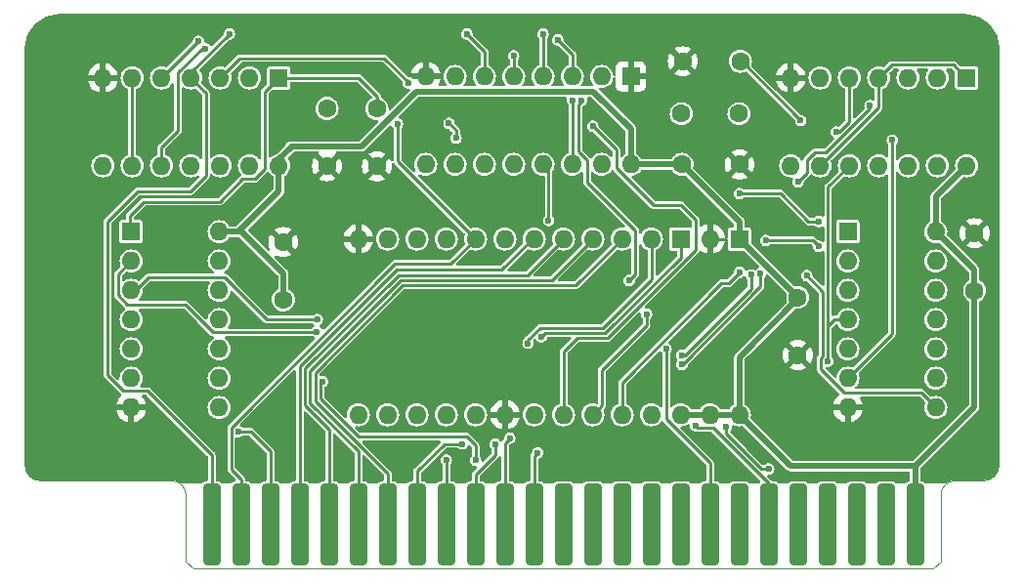
<source format=gtl>
G04 #@! TF.GenerationSoftware,KiCad,Pcbnew,(7.0.0-0)*
G04 #@! TF.CreationDate,2024-03-05T23:41:03+09:00*
G04 #@! TF.ProjectId,Grappler_Minus_Keros_alldip_GH,47726170-706c-4657-925f-4d696e75735f,3*
G04 #@! TF.SameCoordinates,Original*
G04 #@! TF.FileFunction,Copper,L1,Top*
G04 #@! TF.FilePolarity,Positive*
%FSLAX46Y46*%
G04 Gerber Fmt 4.6, Leading zero omitted, Abs format (unit mm)*
G04 Created by KiCad (PCBNEW (7.0.0-0)) date 2024-03-05 23:41:03*
%MOMM*%
%LPD*%
G01*
G04 APERTURE LIST*
G04 Aperture macros list*
%AMRoundRect*
0 Rectangle with rounded corners*
0 $1 Rounding radius*
0 $2 $3 $4 $5 $6 $7 $8 $9 X,Y pos of 4 corners*
0 Add a 4 corners polygon primitive as box body*
4,1,4,$2,$3,$4,$5,$6,$7,$8,$9,$2,$3,0*
0 Add four circle primitives for the rounded corners*
1,1,$1+$1,$2,$3*
1,1,$1+$1,$4,$5*
1,1,$1+$1,$6,$7*
1,1,$1+$1,$8,$9*
0 Add four rect primitives between the rounded corners*
20,1,$1+$1,$2,$3,$4,$5,0*
20,1,$1+$1,$4,$5,$6,$7,0*
20,1,$1+$1,$6,$7,$8,$9,0*
20,1,$1+$1,$8,$9,$2,$3,0*%
G04 Aperture macros list end*
G04 #@! TA.AperFunction,ComponentPad*
%ADD10R,1.600000X1.600000*%
G04 #@! TD*
G04 #@! TA.AperFunction,ComponentPad*
%ADD11O,1.600000X1.600000*%
G04 #@! TD*
G04 #@! TA.AperFunction,ComponentPad*
%ADD12C,1.600000*%
G04 #@! TD*
G04 #@! TA.AperFunction,ConnectorPad*
%ADD13RoundRect,0.381000X0.381000X3.175000X-0.381000X3.175000X-0.381000X-3.175000X0.381000X-3.175000X0*%
G04 #@! TD*
G04 #@! TA.AperFunction,ViaPad*
%ADD14C,0.600000*%
G04 #@! TD*
G04 #@! TA.AperFunction,Conductor*
%ADD15C,0.250000*%
G04 #@! TD*
G04 #@! TA.AperFunction,Conductor*
%ADD16C,0.500000*%
G04 #@! TD*
G04 #@! TA.AperFunction,Conductor*
%ADD17C,0.150000*%
G04 #@! TD*
G04 #@! TA.AperFunction,Profile*
%ADD18C,0.100000*%
G04 #@! TD*
G04 #@! TA.AperFunction,Profile*
%ADD19C,0.150000*%
G04 #@! TD*
G04 APERTURE END LIST*
D10*
X203834999Y-98424999D03*
D11*
X201294999Y-98424999D03*
X198754999Y-98424999D03*
X196214999Y-98424999D03*
X193674999Y-98424999D03*
X191134999Y-98424999D03*
X188594999Y-98424999D03*
X188594999Y-106044999D03*
X191134999Y-106044999D03*
X193674999Y-106044999D03*
X196214999Y-106044999D03*
X198754999Y-106044999D03*
X201294999Y-106044999D03*
X203834999Y-106044999D03*
D10*
X174751999Y-98297999D03*
D11*
X172211999Y-98297999D03*
X169671999Y-98297999D03*
X167131999Y-98297999D03*
X164591999Y-98297999D03*
X162051999Y-98297999D03*
X159511999Y-98297999D03*
X156971999Y-98297999D03*
X156971999Y-105917999D03*
X159511999Y-105917999D03*
X162051999Y-105917999D03*
X164591999Y-105917999D03*
X167131999Y-105917999D03*
X169671999Y-105917999D03*
X172211999Y-105917999D03*
X174751999Y-105917999D03*
D12*
X179240000Y-96990000D03*
X184240000Y-96990000D03*
D10*
X193547999Y-111759999D03*
D11*
X193547999Y-114299999D03*
X193547999Y-116839999D03*
X193547999Y-119379999D03*
X193547999Y-121919999D03*
X193547999Y-124459999D03*
X193547999Y-126999999D03*
X201167999Y-126999999D03*
X201167999Y-124459999D03*
X201167999Y-121919999D03*
X201167999Y-119379999D03*
X201167999Y-116839999D03*
X201167999Y-114299999D03*
X201167999Y-111759999D03*
D10*
X184149999Y-112394999D03*
D11*
X181609999Y-112394999D03*
X179069999Y-112394999D03*
X176529999Y-112394999D03*
X173989999Y-112394999D03*
X171449999Y-112394999D03*
X168909999Y-112394999D03*
X166369999Y-112394999D03*
X163829999Y-112394999D03*
X161289999Y-112394999D03*
X158749999Y-112394999D03*
X156209999Y-112394999D03*
X153669999Y-112394999D03*
X151129999Y-112394999D03*
X151129999Y-127634999D03*
X153669999Y-127634999D03*
X156209999Y-127634999D03*
X158749999Y-127634999D03*
X161289999Y-127634999D03*
X163829999Y-127634999D03*
X166369999Y-127634999D03*
X168909999Y-127634999D03*
X171449999Y-127634999D03*
X173989999Y-127634999D03*
X176529999Y-127634999D03*
X179069999Y-127634999D03*
X181609999Y-127634999D03*
X184149999Y-127634999D03*
D12*
X152750000Y-101100000D03*
X152750000Y-106100000D03*
D10*
X179069999Y-112394999D03*
D11*
X176529999Y-112394999D03*
X173989999Y-112394999D03*
X171449999Y-112394999D03*
X168909999Y-112394999D03*
X166369999Y-112394999D03*
X163829999Y-112394999D03*
X161289999Y-112394999D03*
X158749999Y-112394999D03*
X156209999Y-112394999D03*
X153669999Y-112394999D03*
X151129999Y-112394999D03*
X151129999Y-127634999D03*
X153669999Y-127634999D03*
X156209999Y-127634999D03*
X158749999Y-127634999D03*
X161289999Y-127634999D03*
X163829999Y-127634999D03*
X166369999Y-127634999D03*
X168909999Y-127634999D03*
X171449999Y-127634999D03*
X173989999Y-127634999D03*
X176529999Y-127634999D03*
X179069999Y-127634999D03*
D10*
X144229999Y-98429999D03*
D11*
X141689999Y-98429999D03*
X139149999Y-98429999D03*
X136609999Y-98429999D03*
X134069999Y-98429999D03*
X131529999Y-98429999D03*
X128989999Y-98429999D03*
X128989999Y-106049999D03*
X131529999Y-106049999D03*
X134069999Y-106049999D03*
X136609999Y-106049999D03*
X139149999Y-106049999D03*
X141689999Y-106049999D03*
X144229999Y-106049999D03*
D13*
X138420000Y-137140000D03*
X140960000Y-137140000D03*
X143500000Y-137140000D03*
X146040000Y-137140000D03*
X148580000Y-137140000D03*
X151120000Y-137140000D03*
X153660000Y-137140000D03*
X156200000Y-137140000D03*
X158740000Y-137140000D03*
X161280000Y-137140000D03*
X163820000Y-137140000D03*
X166360000Y-137140000D03*
X168900000Y-137140000D03*
X171440000Y-137140000D03*
X173980000Y-137140000D03*
X176520000Y-137140000D03*
X179060000Y-137140000D03*
X181600000Y-137140000D03*
X184140000Y-137140000D03*
X186680000Y-137140000D03*
X189220000Y-137140000D03*
X191760000Y-137140000D03*
X194300000Y-137140000D03*
X196840000Y-137140000D03*
X199380000Y-137140000D03*
D10*
X131444999Y-111759999D03*
D11*
X131444999Y-114299999D03*
X131444999Y-116839999D03*
X131444999Y-119379999D03*
X131444999Y-121919999D03*
X131444999Y-124459999D03*
X131444999Y-126999999D03*
X139064999Y-126999999D03*
X139064999Y-124459999D03*
X139064999Y-121919999D03*
X139064999Y-119379999D03*
X139064999Y-116839999D03*
X139064999Y-114299999D03*
X139064999Y-111759999D03*
D12*
X189210000Y-117460000D03*
X189210000Y-122460000D03*
X148430000Y-106080000D03*
X148430000Y-101080000D03*
X179170000Y-105930000D03*
X184170000Y-105930000D03*
X179120000Y-101540000D03*
X184120000Y-101540000D03*
X189210000Y-122460000D03*
X204530000Y-116890000D03*
X204530000Y-111890000D03*
X144630000Y-117660000D03*
X144630000Y-112660000D03*
D14*
X148510000Y-99190000D03*
X191240000Y-104200000D03*
X182150000Y-121340000D03*
X203480000Y-107710000D03*
X168250000Y-124740000D03*
X152380000Y-132750000D03*
X180300000Y-132300000D03*
X155000000Y-132630000D03*
X194990000Y-103560000D03*
X125730000Y-132080000D03*
X132690000Y-104330000D03*
X203230000Y-119170000D03*
X175880000Y-121920500D03*
X203310000Y-126030000D03*
X168550000Y-100850000D03*
X189200000Y-96330000D03*
X149970000Y-130660000D03*
X199310000Y-109110000D03*
X146480000Y-99570000D03*
X137410000Y-122020000D03*
X146060000Y-102210000D03*
X168090000Y-132240000D03*
X137280000Y-130930000D03*
X131550000Y-94040000D03*
X177038000Y-119634000D03*
X154980000Y-117620000D03*
X175260000Y-129032000D03*
X168520000Y-97020000D03*
X155490000Y-97020000D03*
X182860000Y-113720000D03*
X195326000Y-124968000D03*
X152070000Y-120766500D03*
X195326000Y-121666000D03*
X150550000Y-101860000D03*
X205070000Y-129260000D03*
X179650000Y-123910000D03*
X173000000Y-107520000D03*
X163230000Y-96600000D03*
X171620000Y-118160000D03*
X173750000Y-100010000D03*
X140580000Y-115060000D03*
X195326000Y-126492000D03*
X188650000Y-104170000D03*
X133130000Y-116890000D03*
X157570000Y-130180000D03*
X198410000Y-107770000D03*
X165950000Y-97080000D03*
X173736000Y-123444000D03*
X203780000Y-94180000D03*
X138490000Y-107780000D03*
X129480000Y-95870000D03*
X186182000Y-131318000D03*
X145630000Y-108600000D03*
X187960000Y-114554000D03*
X137470000Y-118430000D03*
X182640000Y-115610000D03*
X129180000Y-108870000D03*
X178130000Y-117190000D03*
X142810000Y-131500000D03*
X169370000Y-110910000D03*
X201440000Y-132390000D03*
X141110000Y-130940000D03*
X158240000Y-107070000D03*
X195326000Y-112268000D03*
X141850000Y-109090000D03*
X173250000Y-102930000D03*
X144160000Y-131210000D03*
X170942000Y-124206000D03*
X178680000Y-126130000D03*
X203530000Y-104370000D03*
X196596000Y-119888000D03*
X200430000Y-100310000D03*
X154190000Y-98920000D03*
X186436000Y-118364000D03*
X164790000Y-94050000D03*
X125730000Y-107950000D03*
X135330000Y-104080000D03*
X147200000Y-130150000D03*
X168220000Y-114240000D03*
X205360000Y-120650000D03*
X186270000Y-109990000D03*
X159660000Y-101380000D03*
X190400000Y-120980000D03*
X175840000Y-113690000D03*
X139040000Y-100180000D03*
X199360000Y-129780000D03*
X148980000Y-118490000D03*
X195326000Y-119126000D03*
X184150000Y-129032000D03*
X174100000Y-120650000D03*
X130360000Y-123140000D03*
X168600000Y-121470000D03*
X163830000Y-121920000D03*
X139380000Y-130960000D03*
X141680000Y-104150000D03*
X169230000Y-115690000D03*
X137220000Y-112980000D03*
X199390000Y-126492000D03*
X132850000Y-107320000D03*
X160250000Y-96810000D03*
X176784000Y-123444000D03*
X202040000Y-109310000D03*
X160220000Y-132690000D03*
X194230000Y-131170000D03*
X172860000Y-111020000D03*
X194910000Y-107790000D03*
X172720000Y-129032000D03*
X177580000Y-113670000D03*
X175850000Y-110890000D03*
X180650000Y-119670000D03*
X154020000Y-107970000D03*
X144520000Y-104150000D03*
X199390000Y-121920000D03*
X182060000Y-125790000D03*
X164846000Y-132080000D03*
X165960000Y-104410000D03*
X123190000Y-99060000D03*
X170030000Y-93750000D03*
X148720000Y-93720000D03*
X183642000Y-132334000D03*
X190500000Y-118110000D03*
X189090000Y-124170000D03*
X191008000Y-115062000D03*
X160720000Y-104350000D03*
X145270000Y-126830000D03*
X195580000Y-114300000D03*
X131350000Y-132220000D03*
X179350000Y-110960000D03*
X165960000Y-114010000D03*
X185674000Y-127254000D03*
X196390000Y-96390000D03*
X180964500Y-122740000D03*
X152900000Y-114570000D03*
X132610000Y-100300000D03*
X203640000Y-100380000D03*
X137140000Y-123720000D03*
X178816000Y-121412000D03*
X184930000Y-122980000D03*
X125730000Y-119380000D03*
X123190000Y-129540000D03*
X138920000Y-104020000D03*
X165490000Y-129000000D03*
X148860000Y-113390000D03*
X190710000Y-107570000D03*
X191030000Y-109900000D03*
X157220000Y-132800000D03*
X132760000Y-110010000D03*
X133090000Y-114700000D03*
X161798000Y-121158000D03*
X123190000Y-114300000D03*
X174040000Y-132180000D03*
X199390000Y-116840000D03*
X125730000Y-95250000D03*
X133130000Y-124920000D03*
X127750000Y-132270000D03*
X161036000Y-125984000D03*
X171090000Y-111030000D03*
X128940000Y-100250000D03*
X191030000Y-112010000D03*
X184720000Y-120450000D03*
X187690000Y-129660000D03*
X199390000Y-114046000D03*
X201880000Y-104390000D03*
X182870000Y-111000000D03*
X149970000Y-97350000D03*
X191800000Y-126090000D03*
X171030000Y-96760000D03*
X167640000Y-129032000D03*
X153045500Y-130940000D03*
X191730000Y-100920000D03*
X162800000Y-132710000D03*
X154520000Y-102408500D03*
X140735500Y-129100000D03*
X186436000Y-112522000D03*
X191008000Y-113030000D03*
X160136500Y-130164500D03*
X165840000Y-121440000D03*
X191030000Y-110880000D03*
X158750000Y-131572000D03*
X184150000Y-108458000D03*
X166970353Y-120886147D03*
X162980000Y-130190000D03*
X192532000Y-103124000D03*
X164243750Y-129677500D03*
X166680000Y-130926500D03*
X191830839Y-122996339D03*
X147571089Y-119377089D03*
X177800000Y-121920000D03*
X164592000Y-96520000D03*
X189992000Y-115570000D03*
X189464000Y-102128000D03*
X186690000Y-132334000D03*
X183025000Y-128710000D03*
X147547213Y-120427213D03*
X148024500Y-124760000D03*
X161290000Y-131572000D03*
X160528000Y-94625500D03*
X139954000Y-94625500D03*
X169672000Y-100357500D03*
X174590911Y-115990911D03*
X137287000Y-95250000D03*
X168402000Y-95133500D03*
X180330000Y-128590000D03*
X170471503Y-100357500D03*
X159600000Y-103657500D03*
X158985000Y-102365000D03*
X155470000Y-98858500D03*
X137821823Y-95874500D03*
X176100000Y-118920000D03*
X167620000Y-110790000D03*
X197418589Y-103825411D03*
X167132000Y-94625500D03*
X171450000Y-102616000D03*
X189230000Y-107442000D03*
X179170641Y-123270142D03*
X185988589Y-115376589D03*
X195456609Y-100840213D03*
X184168073Y-115277123D03*
X185169266Y-115508757D03*
X179139668Y-122471239D03*
D15*
X141219009Y-107170000D02*
X141224009Y-107175000D01*
X142155991Y-107175000D02*
X143020000Y-106310991D01*
X132520396Y-109162000D02*
X139124396Y-109162000D01*
X131318000Y-111633000D02*
X131318000Y-110364396D01*
X144235000Y-98425000D02*
X151135000Y-98425000D01*
X131445000Y-111760000D02*
X131318000Y-111633000D01*
X131318000Y-110364396D02*
X132520396Y-109162000D01*
X141116396Y-107170000D02*
X141219009Y-107170000D01*
X152750000Y-100040000D02*
X152750000Y-100760000D01*
X139124396Y-109162000D02*
X141116396Y-107170000D01*
X143020000Y-99640000D02*
X144235000Y-98425000D01*
X141224009Y-107175000D02*
X142155991Y-107175000D01*
X151135000Y-98425000D02*
X152750000Y-100040000D01*
X143020000Y-106310991D02*
X143020000Y-99640000D01*
X182640000Y-115610000D02*
X182970000Y-115280000D01*
X182915000Y-112395000D02*
X181610000Y-112395000D01*
X182970000Y-115280000D02*
X182970000Y-112450000D01*
X182970000Y-112450000D02*
X182915000Y-112395000D01*
D16*
X174752000Y-105918000D02*
X174752000Y-102870000D01*
X184175000Y-112395000D02*
X184150000Y-112395000D01*
X189210000Y-117580000D02*
X189210000Y-117460000D01*
X144230000Y-108270000D02*
X140740000Y-111760000D01*
X199390000Y-137160000D02*
X199390000Y-132080000D01*
X151410000Y-104380000D02*
X145270000Y-104380000D01*
X188595000Y-132080000D02*
X184150000Y-127635000D01*
X140740000Y-111760000D02*
X139065000Y-111760000D01*
X201168000Y-108712000D02*
X203835000Y-106045000D01*
X141010000Y-111760000D02*
X144630000Y-115380000D01*
X199390000Y-132080000D02*
X188595000Y-132080000D01*
X184150000Y-112395000D02*
X184150000Y-110900000D01*
X179180000Y-105930000D02*
X174764000Y-105930000D01*
X139065000Y-111760000D02*
X141010000Y-111760000D01*
X171490000Y-99608000D02*
X156182000Y-99608000D01*
X144630000Y-115380000D02*
X144630000Y-117660000D01*
X201168000Y-111760000D02*
X201168000Y-108712000D01*
X204480000Y-126990000D02*
X204480000Y-115072000D01*
X174752000Y-102870000D02*
X171490000Y-99608000D01*
X189210000Y-117430000D02*
X184175000Y-112395000D01*
X145270000Y-104380000D02*
X145270000Y-104460661D01*
X156182000Y-99608000D02*
X151410000Y-104380000D01*
X189210000Y-117460000D02*
X189210000Y-117430000D01*
X181610000Y-127635000D02*
X179070000Y-127635000D01*
X184150000Y-110900000D02*
X179180000Y-105930000D01*
X199390000Y-132080000D02*
X204480000Y-126990000D01*
X204480000Y-115072000D02*
X201168000Y-111760000D01*
X144230000Y-105500661D02*
X144230000Y-108270000D01*
X184150000Y-127635000D02*
X184150000Y-122640000D01*
X184150000Y-122640000D02*
X189210000Y-117580000D01*
X184150000Y-127635000D02*
X181610000Y-127635000D01*
X145270000Y-104460661D02*
X144230000Y-105500661D01*
X174764000Y-105930000D02*
X174752000Y-105918000D01*
D15*
X159131000Y-114554000D02*
X161290000Y-112395000D01*
X140110500Y-128747104D02*
X154303604Y-114554000D01*
X140970000Y-137160000D02*
X140970000Y-133230000D01*
X140970000Y-133230000D02*
X140110500Y-132370500D01*
X154520000Y-102408500D02*
X154520000Y-105625000D01*
X140110500Y-132370500D02*
X140110500Y-128747104D01*
X154520000Y-105625000D02*
X161290000Y-112395000D01*
X154303604Y-114554000D02*
X159131000Y-114554000D01*
X143510000Y-130808604D02*
X143510000Y-137160000D01*
X140735500Y-129100000D02*
X141801396Y-129100000D01*
X141801396Y-129100000D02*
X143510000Y-130808604D01*
X146050000Y-123444000D02*
X154432000Y-115062000D01*
X146050000Y-137160000D02*
X146050000Y-123444000D01*
X166212995Y-112395000D02*
X166370000Y-112395000D01*
X163545995Y-115062000D02*
X166212995Y-112395000D01*
X154432000Y-115062000D02*
X163545995Y-115062000D01*
X148590000Y-128909188D02*
X146500000Y-126819188D01*
X165793000Y-115512000D02*
X168910000Y-112395000D01*
X146500000Y-126819188D02*
X146500000Y-123630396D01*
X146500000Y-123630396D02*
X154618396Y-115512000D01*
X154618396Y-115512000D02*
X165793000Y-115512000D01*
X148590000Y-137160000D02*
X148590000Y-128909188D01*
X146950000Y-126632792D02*
X146950000Y-123816792D01*
X167883000Y-115962000D02*
X171450000Y-112395000D01*
X151130000Y-130812792D02*
X146950000Y-126632792D01*
X146950000Y-123816792D02*
X154804792Y-115962000D01*
X154804792Y-115962000D02*
X167883000Y-115962000D01*
X151130000Y-137160000D02*
X151130000Y-130812792D01*
X169973000Y-116412000D02*
X173990000Y-112395000D01*
X190500000Y-112522000D02*
X191008000Y-113030000D01*
X153670000Y-132716396D02*
X147400000Y-126446396D01*
X147400000Y-124003188D02*
X154991188Y-116412000D01*
X186436000Y-112522000D02*
X190500000Y-112522000D01*
X153670000Y-137160000D02*
X153670000Y-132716396D01*
X147400000Y-126446396D02*
X147400000Y-124003188D01*
X154991188Y-116412000D02*
X169973000Y-116412000D01*
X165840000Y-121132616D02*
X166872616Y-120100000D01*
X176530000Y-115912208D02*
X176530000Y-112395000D01*
X156210000Y-132529384D02*
X156210000Y-137160000D01*
X158574884Y-130164500D02*
X156210000Y-132529384D01*
X166872616Y-120100000D02*
X172342208Y-120100000D01*
X172342208Y-120100000D02*
X176530000Y-115912208D01*
X160136500Y-130164500D02*
X158574884Y-130164500D01*
X165840000Y-121440000D02*
X165840000Y-121132616D01*
X191030000Y-110880000D02*
X190128000Y-110880000D01*
X166970353Y-120886147D02*
X167306500Y-120550000D01*
X167306500Y-120550000D02*
X172528604Y-120550000D01*
X190128000Y-110880000D02*
X187706000Y-108458000D01*
X172528604Y-120550000D02*
X179070000Y-114008604D01*
X187706000Y-108458000D02*
X184150000Y-108458000D01*
X179070000Y-114008604D02*
X179070000Y-112395000D01*
X158750000Y-131572000D02*
X158750000Y-137160000D01*
X162980000Y-130190000D02*
X162980000Y-131152000D01*
X161290000Y-132842000D02*
X161290000Y-137160000D01*
X162980000Y-131152000D02*
X161290000Y-132842000D01*
X193675000Y-102232208D02*
X192783208Y-103124000D01*
X192783208Y-103124000D02*
X192532000Y-103124000D01*
X164243750Y-129677500D02*
X163830000Y-130091250D01*
X163830000Y-130091250D02*
X163830000Y-137160000D01*
X193675000Y-98425000D02*
X193675000Y-102232208D01*
X193548000Y-119380000D02*
X192416630Y-119380000D01*
X191830839Y-122996339D02*
X191830839Y-107889161D01*
X191830839Y-107889161D02*
X193675000Y-106045000D01*
X166370000Y-137160000D02*
X166370000Y-131236500D01*
X191830839Y-119965791D02*
X191830839Y-120142000D01*
X166370000Y-131236500D02*
X166680000Y-130926500D01*
X192416630Y-119380000D02*
X191830839Y-119965791D01*
X132973884Y-115710000D02*
X131843884Y-116840000D01*
X177800000Y-128020000D02*
X181610000Y-131830000D01*
X131843884Y-116840000D02*
X131445000Y-116840000D01*
X137485000Y-115710000D02*
X132973884Y-115710000D01*
X140190000Y-116374009D02*
X139530991Y-115715000D01*
X140190000Y-116380000D02*
X140190000Y-116374009D01*
X139530991Y-115715000D02*
X137490000Y-115715000D01*
X143190000Y-119380000D02*
X140190000Y-116380000D01*
X147571089Y-119377089D02*
X147568178Y-119380000D01*
X181610000Y-131830000D02*
X181610000Y-137160000D01*
X147568178Y-119380000D02*
X143190000Y-119380000D01*
X177800000Y-121920000D02*
X177800000Y-128020000D01*
X137490000Y-115715000D02*
X137485000Y-115710000D01*
X184386000Y-97050000D02*
X189464000Y-102128000D01*
X191380839Y-122562455D02*
X191205839Y-122737455D01*
X199898000Y-125730000D02*
X201168000Y-127000000D01*
X193227009Y-125730000D02*
X199898000Y-125730000D01*
X184360000Y-97024000D02*
X184360000Y-97050000D01*
X184364000Y-97028000D02*
X184360000Y-97024000D01*
X191205839Y-122737455D02*
X191205839Y-123708830D01*
X164592000Y-96774000D02*
X164592000Y-96520000D01*
X164592000Y-98298000D02*
X164592000Y-96774000D01*
X191205839Y-123708830D02*
X193227009Y-125730000D01*
X191380839Y-116958839D02*
X191380839Y-122562455D01*
X189992000Y-115570000D02*
X191380839Y-116958839D01*
X184360000Y-97050000D02*
X184386000Y-97050000D01*
X186056396Y-132334000D02*
X186690000Y-132334000D01*
X183025000Y-128710000D02*
X183025000Y-129302604D01*
X183025000Y-129302604D02*
X186056396Y-132334000D01*
X147469426Y-120505000D02*
X138539000Y-120505000D01*
X130302000Y-115443000D02*
X131445000Y-114300000D01*
X131124009Y-118110000D02*
X130302000Y-117287991D01*
X147850000Y-124934500D02*
X147850000Y-126260000D01*
X160528000Y-129540000D02*
X161290000Y-130302000D01*
X138539000Y-120505000D02*
X136144000Y-118110000D01*
X148024500Y-124760000D02*
X147850000Y-124934500D01*
X147850000Y-126260000D02*
X151130000Y-129540000D01*
X151130000Y-129540000D02*
X160528000Y-129540000D01*
X161290000Y-130302000D02*
X161290000Y-131572000D01*
X130302000Y-117287991D02*
X130302000Y-115443000D01*
X136144000Y-118110000D02*
X131124009Y-118110000D01*
X147547213Y-120427213D02*
X147469426Y-120505000D01*
X136610000Y-97969500D02*
X139954000Y-94625500D01*
X136610000Y-98430000D02*
X136610000Y-97969500D01*
X197340000Y-97300000D02*
X202710000Y-97300000D01*
X132895000Y-125585000D02*
X130755000Y-125585000D01*
X202710000Y-97300000D02*
X203835000Y-98425000D01*
X169672000Y-100357500D02*
X169672000Y-105918000D01*
X160528000Y-94625500D02*
X162052000Y-96149500D01*
X130755000Y-125585000D02*
X129402000Y-124232000D01*
X138430000Y-131120000D02*
X132895000Y-125585000D01*
X196215000Y-100965000D02*
X191135000Y-106045000D01*
X196215000Y-98425000D02*
X197340000Y-97300000D01*
X132022000Y-108262000D02*
X136594000Y-108262000D01*
X129402000Y-110882000D02*
X132022000Y-108262000D01*
X137922000Y-99742000D02*
X136610000Y-98430000D01*
X138430000Y-137160000D02*
X138430000Y-131120000D01*
X137922000Y-106934000D02*
X137922000Y-99742000D01*
X136594000Y-108262000D02*
X137922000Y-106934000D01*
X196215000Y-98425000D02*
X196215000Y-100965000D01*
X129402000Y-124232000D02*
X129402000Y-110882000D01*
X162052000Y-96149500D02*
X162052000Y-98298000D01*
X137287000Y-95250000D02*
X137250000Y-95250000D01*
X137250000Y-95250000D02*
X134070000Y-98430000D01*
X168402000Y-95133500D02*
X169672000Y-96403500D01*
X170942000Y-107472000D02*
X175115000Y-111645000D01*
X170180000Y-104835009D02*
X170942000Y-105597009D01*
X175115000Y-111645000D02*
X175115000Y-115466822D01*
X170471503Y-100357500D02*
X170471503Y-100441881D01*
D17*
X186690000Y-137160000D02*
X186690000Y-133604000D01*
D15*
X170180000Y-100733384D02*
X170180000Y-104835009D01*
X180330000Y-128590000D02*
X180500000Y-128760000D01*
X175115000Y-115466822D02*
X174590911Y-115990911D01*
X180500000Y-128760000D02*
X181846000Y-128760000D01*
X169672000Y-96403500D02*
X169672000Y-98298000D01*
X181846000Y-128760000D02*
X186690000Y-133604000D01*
X170942000Y-105597009D02*
X170942000Y-107472000D01*
X170471503Y-100441881D02*
X170180000Y-100733384D01*
X153368884Y-96725000D02*
X140855000Y-96725000D01*
X159600000Y-103657500D02*
X159600000Y-102980000D01*
X140855000Y-96725000D02*
X139150000Y-98430000D01*
X155470000Y-98858500D02*
X155470000Y-98826116D01*
X159600000Y-102980000D02*
X158985000Y-102365000D01*
X171878000Y-105918000D02*
X172212000Y-105918000D01*
X155470000Y-98826116D02*
X153368884Y-96725000D01*
X134070000Y-104456116D02*
X134070000Y-106050000D01*
X137821823Y-95874500D02*
X137574509Y-95874500D01*
X135485000Y-103041116D02*
X134070000Y-104456116D01*
X137574509Y-95874500D02*
X135485000Y-97964009D01*
X135485000Y-97964009D02*
X135485000Y-103041116D01*
X176100000Y-119880000D02*
X176100000Y-118920000D01*
X171450000Y-127635000D02*
X172249999Y-126835001D01*
X176110000Y-118920000D02*
X176090000Y-118940000D01*
X172249999Y-123730001D02*
X176100000Y-119880000D01*
X172249999Y-126835001D02*
X172249999Y-123730001D01*
X167620000Y-106406000D02*
X167132000Y-105918000D01*
X167620000Y-110790000D02*
X167620000Y-106406000D01*
X176100000Y-118920000D02*
X176110000Y-118920000D01*
X197418589Y-103825411D02*
X197358000Y-103886000D01*
X197358000Y-120650000D02*
X193548000Y-124460000D01*
X197358000Y-103886000D02*
X197358000Y-120650000D01*
X167132000Y-94625500D02*
X167132000Y-98298000D01*
X179104000Y-109474000D02*
X180340000Y-110710000D01*
X173482000Y-104648000D02*
X173482000Y-106238991D01*
X171450000Y-102616000D02*
X173482000Y-104648000D01*
X180340000Y-113375000D02*
X172715000Y-121000000D01*
X168910000Y-122174000D02*
X168910000Y-127635000D01*
X170084000Y-121000000D02*
X168910000Y-122174000D01*
X173482000Y-106238991D02*
X176717009Y-109474000D01*
X172715000Y-121000000D02*
X170084000Y-121000000D01*
X180340000Y-110710000D02*
X180340000Y-113375000D01*
X176717009Y-109474000D02*
X179104000Y-109474000D01*
X190010000Y-105579009D02*
X190010000Y-106662000D01*
X191641604Y-104902000D02*
X190687009Y-104902000D01*
X190010000Y-106662000D02*
X189230000Y-107442000D01*
X179243858Y-123270142D02*
X179170641Y-123270142D01*
X195456609Y-100840213D02*
X195456609Y-101086995D01*
X190687009Y-104902000D02*
X190010000Y-105579009D01*
X185988589Y-116525411D02*
X179243858Y-123270142D01*
X195456609Y-101086995D02*
X191641604Y-104902000D01*
X185988589Y-115376589D02*
X185988589Y-116525411D01*
X184168073Y-115277123D02*
X183210196Y-116235000D01*
X183210196Y-116235000D02*
X182601116Y-116235000D01*
X173990000Y-124846116D02*
X173990000Y-127635000D01*
X182601116Y-116235000D02*
X173990000Y-124846116D01*
X185169266Y-115508757D02*
X185169266Y-116708338D01*
X179406365Y-122471239D02*
X179139668Y-122471239D01*
X185169266Y-116708338D02*
X179406365Y-122471239D01*
X131530000Y-98430000D02*
X131530000Y-106050000D01*
G04 #@! TA.AperFunction,Conductor*
G36*
X203645591Y-93005499D02*
G01*
X203645590Y-93008585D01*
X203645592Y-93008586D01*
X203645592Y-93005500D01*
X203656362Y-93005500D01*
X203658525Y-93005500D01*
X203665478Y-93005695D01*
X203983056Y-93023530D01*
X203996857Y-93025085D01*
X204295789Y-93075876D01*
X204307007Y-93077782D01*
X204320562Y-93080875D01*
X204393547Y-93101902D01*
X204622864Y-93167967D01*
X204635990Y-93172560D01*
X204926634Y-93292949D01*
X204939148Y-93298975D01*
X205205447Y-93446153D01*
X205214494Y-93451153D01*
X205226268Y-93458552D01*
X205482831Y-93640594D01*
X205493703Y-93649263D01*
X205728276Y-93858890D01*
X205738109Y-93868723D01*
X205947736Y-94103296D01*
X205956405Y-94114168D01*
X206138447Y-94370731D01*
X206145846Y-94382505D01*
X206298020Y-94657844D01*
X206304053Y-94670372D01*
X206424439Y-94961010D01*
X206429032Y-94974135D01*
X206516123Y-95276435D01*
X206519217Y-95289992D01*
X206571913Y-95600134D01*
X206573470Y-95613953D01*
X206591303Y-95931518D01*
X206591498Y-95938484D01*
X206587501Y-132068589D01*
X206584254Y-132068588D01*
X206584255Y-132068592D01*
X206587500Y-132068592D01*
X206587500Y-132080125D01*
X206587118Y-132089854D01*
X206573251Y-132266042D01*
X206570207Y-132285261D01*
X206530090Y-132452358D01*
X206524077Y-132470863D01*
X206458317Y-132629621D01*
X206449484Y-132646957D01*
X206359693Y-132793484D01*
X206348256Y-132809226D01*
X206236655Y-132939895D01*
X206222895Y-132953655D01*
X206092226Y-133065256D01*
X206076484Y-133076693D01*
X205929957Y-133166484D01*
X205912621Y-133175317D01*
X205753863Y-133241077D01*
X205735358Y-133247090D01*
X205568261Y-133287207D01*
X205549041Y-133290251D01*
X205372986Y-133304106D01*
X205363009Y-133304488D01*
X202898953Y-133299533D01*
X202898960Y-133295770D01*
X202898908Y-133295777D01*
X202898908Y-133299500D01*
X202882500Y-133299500D01*
X202872557Y-133299480D01*
X202872562Y-133296588D01*
X202872508Y-133296587D01*
X202872508Y-133299500D01*
X202778574Y-133299500D01*
X202773760Y-133300262D01*
X202773753Y-133300263D01*
X202578092Y-133331253D01*
X202578089Y-133331253D01*
X202573282Y-133332015D01*
X202568656Y-133333517D01*
X202568652Y-133333519D01*
X202380239Y-133394738D01*
X202380227Y-133394742D01*
X202375604Y-133396245D01*
X202371265Y-133398455D01*
X202371262Y-133398457D01*
X202194751Y-133488393D01*
X202194744Y-133488396D01*
X202190407Y-133490607D01*
X202186467Y-133493468D01*
X202186458Y-133493475D01*
X202058672Y-133586318D01*
X202024105Y-133603931D01*
X201985787Y-133610000D01*
X201356387Y-133610000D01*
X201308934Y-133600561D01*
X201294509Y-133590922D01*
X201285000Y-133588374D01*
X201285000Y-133584000D01*
X201268674Y-133584000D01*
X200259324Y-133584000D01*
X200211871Y-133574561D01*
X200175957Y-133550563D01*
X200175731Y-133550269D01*
X200054259Y-133457061D01*
X199953957Y-133415514D01*
X199917047Y-133400225D01*
X199876818Y-133373345D01*
X199849939Y-133333117D01*
X199840500Y-133285664D01*
X199840500Y-132317966D01*
X199849939Y-132270513D01*
X199876819Y-132230285D01*
X200689678Y-131417426D01*
X204775744Y-127331357D01*
X204786093Y-127322109D01*
X204813970Y-127299879D01*
X204846191Y-127252618D01*
X204848830Y-127248898D01*
X204882793Y-127202882D01*
X204885629Y-127194775D01*
X204890472Y-127187673D01*
X204907325Y-127133030D01*
X204908762Y-127128662D01*
X204927646Y-127074699D01*
X204927967Y-127066113D01*
X204930500Y-127057902D01*
X204930500Y-127000738D01*
X204930587Y-126996101D01*
X204931388Y-126974685D01*
X204932724Y-126938990D01*
X204930928Y-126932287D01*
X204930500Y-126924658D01*
X204930500Y-117884705D01*
X204948142Y-117820956D01*
X204996045Y-117775347D01*
X205088538Y-117725910D01*
X205240883Y-117600883D01*
X205365910Y-117448538D01*
X205458814Y-117274727D01*
X205516024Y-117086132D01*
X205535341Y-116890000D01*
X205534695Y-116883446D01*
X205531014Y-116846062D01*
X205516024Y-116693868D01*
X205458814Y-116505273D01*
X205429269Y-116449999D01*
X205368784Y-116336838D01*
X205368781Y-116336834D01*
X205365910Y-116331462D01*
X205240883Y-116179117D01*
X205146211Y-116101421D01*
X205093250Y-116057957D01*
X205093246Y-116057954D01*
X205088538Y-116054090D01*
X204996045Y-116004652D01*
X204948142Y-115959044D01*
X204930500Y-115895295D01*
X204930500Y-115104261D01*
X204931280Y-115090378D01*
X204932235Y-115081898D01*
X204935270Y-115054965D01*
X204924635Y-114998761D01*
X204923864Y-114994220D01*
X204916733Y-114946904D01*
X204915348Y-114937713D01*
X204911620Y-114929973D01*
X204910023Y-114921528D01*
X204883316Y-114870998D01*
X204881224Y-114866855D01*
X204860457Y-114823731D01*
X204856425Y-114815358D01*
X204850579Y-114809058D01*
X204846565Y-114801462D01*
X204806164Y-114761061D01*
X204802946Y-114757721D01*
X204770374Y-114722616D01*
X204770372Y-114722615D01*
X204764055Y-114715806D01*
X204758046Y-114712336D01*
X204752340Y-114707237D01*
X203013806Y-112968703D01*
X203808217Y-112968703D01*
X203815650Y-112976814D01*
X203873077Y-113017025D01*
X203882427Y-113022423D01*
X204078768Y-113113979D01*
X204088902Y-113117667D01*
X204298162Y-113173739D01*
X204308793Y-113175613D01*
X204524605Y-113194494D01*
X204535395Y-113194494D01*
X204751206Y-113175613D01*
X204761837Y-113173739D01*
X204971097Y-113117667D01*
X204981231Y-113113979D01*
X205177575Y-113022422D01*
X205186920Y-113017026D01*
X205244348Y-112976814D01*
X205251780Y-112968703D01*
X205245867Y-112959421D01*
X204541542Y-112255095D01*
X204530000Y-112248431D01*
X204518457Y-112255095D01*
X203814128Y-112959424D01*
X203808217Y-112968703D01*
X203013806Y-112968703D01*
X202171017Y-112125914D01*
X202138414Y-112068361D01*
X202140037Y-112002237D01*
X202154024Y-111956132D01*
X202160006Y-111895395D01*
X203225506Y-111895395D01*
X203244386Y-112111206D01*
X203246260Y-112121837D01*
X203302332Y-112331097D01*
X203306020Y-112341231D01*
X203397576Y-112537572D01*
X203402974Y-112546922D01*
X203443184Y-112604348D01*
X203451295Y-112611781D01*
X203460574Y-112605870D01*
X204164903Y-111901542D01*
X204171567Y-111890000D01*
X204888431Y-111890000D01*
X204895095Y-111901542D01*
X205599421Y-112605867D01*
X205608703Y-112611780D01*
X205616814Y-112604348D01*
X205657026Y-112546920D01*
X205662422Y-112537575D01*
X205753979Y-112341231D01*
X205757667Y-112331097D01*
X205813739Y-112121837D01*
X205815613Y-112111206D01*
X205834494Y-111895395D01*
X205834494Y-111884605D01*
X205815613Y-111668793D01*
X205813739Y-111658162D01*
X205757667Y-111448902D01*
X205753979Y-111438768D01*
X205662423Y-111242427D01*
X205657025Y-111233077D01*
X205616814Y-111175650D01*
X205608703Y-111168217D01*
X205599424Y-111174128D01*
X204895095Y-111878457D01*
X204888431Y-111890000D01*
X204171567Y-111890000D01*
X204164903Y-111878457D01*
X203460574Y-111174128D01*
X203451296Y-111168217D01*
X203443183Y-111175651D01*
X203402971Y-111233081D01*
X203397577Y-111242425D01*
X203306020Y-111438768D01*
X203302332Y-111448902D01*
X203246260Y-111658162D01*
X203244386Y-111668793D01*
X203225506Y-111884605D01*
X203225506Y-111895395D01*
X202160006Y-111895395D01*
X202173341Y-111760000D01*
X202154024Y-111563868D01*
X202096814Y-111375273D01*
X202079271Y-111342452D01*
X202006784Y-111206838D01*
X202006779Y-111206830D01*
X202003910Y-111201462D01*
X201878883Y-111049117D01*
X201726538Y-110924090D01*
X201721169Y-110921220D01*
X201684046Y-110901377D01*
X201636141Y-110855767D01*
X201623835Y-110811296D01*
X203808217Y-110811296D01*
X203814128Y-110820574D01*
X204518457Y-111524903D01*
X204530000Y-111531567D01*
X204541542Y-111524903D01*
X205245870Y-110820574D01*
X205251781Y-110811295D01*
X205244348Y-110803184D01*
X205186922Y-110762974D01*
X205177572Y-110757576D01*
X204981231Y-110666020D01*
X204971097Y-110662332D01*
X204761837Y-110606260D01*
X204751206Y-110604386D01*
X204535395Y-110585506D01*
X204524605Y-110585506D01*
X204308793Y-110604386D01*
X204298162Y-110606260D01*
X204088902Y-110662332D01*
X204078768Y-110666020D01*
X203882425Y-110757577D01*
X203873081Y-110762971D01*
X203815651Y-110803183D01*
X203808217Y-110811296D01*
X201623835Y-110811296D01*
X201618500Y-110792019D01*
X201618500Y-108949966D01*
X201627939Y-108902513D01*
X201654819Y-108862285D01*
X202107307Y-108409797D01*
X203469087Y-107048015D01*
X203526637Y-107015414D01*
X203592763Y-107017038D01*
X203633035Y-107029255D01*
X203633039Y-107029255D01*
X203638868Y-107031024D01*
X203689635Y-107036024D01*
X203811403Y-107048017D01*
X203835000Y-107050341D01*
X204031132Y-107031024D01*
X204219727Y-106973814D01*
X204393538Y-106880910D01*
X204545883Y-106755883D01*
X204670910Y-106603538D01*
X204763814Y-106429727D01*
X204765895Y-106422870D01*
X204802339Y-106302727D01*
X204821024Y-106241132D01*
X204840341Y-106045000D01*
X204821024Y-105848868D01*
X204763814Y-105660273D01*
X204734638Y-105605688D01*
X204673784Y-105491838D01*
X204673781Y-105491834D01*
X204670910Y-105486462D01*
X204545883Y-105334117D01*
X204482899Y-105282427D01*
X204398250Y-105212957D01*
X204398249Y-105212956D01*
X204393538Y-105209090D01*
X204388167Y-105206219D01*
X204388161Y-105206215D01*
X204225099Y-105119057D01*
X204225095Y-105119055D01*
X204219727Y-105116186D01*
X204213899Y-105114418D01*
X204036962Y-105060744D01*
X204036957Y-105060743D01*
X204031132Y-105058976D01*
X204025073Y-105058379D01*
X204025067Y-105058378D01*
X203841062Y-105040256D01*
X203835000Y-105039659D01*
X203828938Y-105040256D01*
X203644932Y-105058378D01*
X203644924Y-105058379D01*
X203638868Y-105058976D01*
X203633044Y-105060742D01*
X203633037Y-105060744D01*
X203456100Y-105114418D01*
X203456096Y-105114419D01*
X203450273Y-105116186D01*
X203444907Y-105119053D01*
X203444900Y-105119057D01*
X203281838Y-105206215D01*
X203281827Y-105206222D01*
X203276462Y-105209090D01*
X203271754Y-105212953D01*
X203271749Y-105212957D01*
X203128823Y-105330254D01*
X203128818Y-105330258D01*
X203124117Y-105334117D01*
X203120258Y-105338818D01*
X203120254Y-105338823D01*
X203002957Y-105481749D01*
X203002953Y-105481754D01*
X202999090Y-105486462D01*
X202996222Y-105491827D01*
X202996215Y-105491838D01*
X202909057Y-105654900D01*
X202909053Y-105654907D01*
X202906186Y-105660273D01*
X202904419Y-105666096D01*
X202904418Y-105666100D01*
X202850744Y-105843037D01*
X202850742Y-105843044D01*
X202848976Y-105848868D01*
X202848379Y-105854924D01*
X202848378Y-105854932D01*
X202830256Y-106038938D01*
X202829659Y-106045000D01*
X202830256Y-106051062D01*
X202848378Y-106235067D01*
X202848379Y-106235073D01*
X202848976Y-106241132D01*
X202850744Y-106246963D01*
X202850746Y-106246969D01*
X202862961Y-106287240D01*
X202864584Y-106353364D01*
X202831981Y-106410914D01*
X200872263Y-108370632D01*
X200861898Y-108379895D01*
X200841297Y-108396324D01*
X200841291Y-108396329D01*
X200834030Y-108402121D01*
X200828797Y-108409795D01*
X200828796Y-108409797D01*
X200801824Y-108449356D01*
X200799144Y-108453132D01*
X200770724Y-108491641D01*
X200770721Y-108491646D01*
X200765207Y-108499118D01*
X200762370Y-108507224D01*
X200757528Y-108514327D01*
X200754791Y-108523199D01*
X200754788Y-108523206D01*
X200740672Y-108568968D01*
X200739225Y-108573367D01*
X200729174Y-108602093D01*
X200720354Y-108627301D01*
X200720032Y-108635886D01*
X200717500Y-108644098D01*
X200717500Y-108653385D01*
X200717500Y-108701262D01*
X200717413Y-108705899D01*
X200715623Y-108753719D01*
X200715623Y-108753723D01*
X200715276Y-108763010D01*
X200717071Y-108769712D01*
X200717500Y-108777342D01*
X200717500Y-110792019D01*
X200699859Y-110855767D01*
X200651954Y-110901377D01*
X200614830Y-110921220D01*
X200614824Y-110921223D01*
X200609462Y-110924090D01*
X200604761Y-110927947D01*
X200604755Y-110927952D01*
X200461823Y-111045254D01*
X200461818Y-111045258D01*
X200457117Y-111049117D01*
X200453258Y-111053818D01*
X200453254Y-111053823D01*
X200335957Y-111196749D01*
X200335953Y-111196754D01*
X200332090Y-111201462D01*
X200329222Y-111206827D01*
X200329215Y-111206838D01*
X200242057Y-111369900D01*
X200242053Y-111369907D01*
X200239186Y-111375273D01*
X200237419Y-111381096D01*
X200237418Y-111381100D01*
X200183744Y-111558037D01*
X200183742Y-111558044D01*
X200181976Y-111563868D01*
X200181379Y-111569924D01*
X200181378Y-111569932D01*
X200166237Y-111723672D01*
X200162659Y-111760000D01*
X200163256Y-111766062D01*
X200181378Y-111950067D01*
X200181379Y-111950073D01*
X200181976Y-111956132D01*
X200183743Y-111961957D01*
X200183744Y-111961962D01*
X200214105Y-112062047D01*
X200239186Y-112144727D01*
X200242055Y-112150095D01*
X200242057Y-112150099D01*
X200329215Y-112313161D01*
X200329219Y-112313167D01*
X200332090Y-112318538D01*
X200457117Y-112470883D01*
X200609462Y-112595910D01*
X200614834Y-112598781D01*
X200614838Y-112598784D01*
X200737704Y-112664457D01*
X200783273Y-112688814D01*
X200971868Y-112746024D01*
X201118848Y-112760500D01*
X201144403Y-112763017D01*
X201168000Y-112765341D01*
X201364132Y-112746024D01*
X201410236Y-112732037D01*
X201476361Y-112730414D01*
X201533913Y-112763017D01*
X203993181Y-115222284D01*
X204020061Y-115262512D01*
X204029500Y-115309965D01*
X204029500Y-115949749D01*
X204014858Y-116008202D01*
X203974965Y-116052217D01*
X203971462Y-116054090D01*
X203966761Y-116057947D01*
X203966752Y-116057954D01*
X203823823Y-116175254D01*
X203823818Y-116175258D01*
X203819117Y-116179117D01*
X203815258Y-116183818D01*
X203815254Y-116183823D01*
X203697957Y-116326749D01*
X203697953Y-116326754D01*
X203694090Y-116331462D01*
X203691222Y-116336827D01*
X203691215Y-116336838D01*
X203604057Y-116499900D01*
X203604053Y-116499907D01*
X203601186Y-116505273D01*
X203599419Y-116511096D01*
X203599418Y-116511100D01*
X203545744Y-116688037D01*
X203545742Y-116688044D01*
X203543976Y-116693868D01*
X203543379Y-116699924D01*
X203543378Y-116699932D01*
X203525256Y-116883938D01*
X203524659Y-116890000D01*
X203525256Y-116896062D01*
X203543378Y-117080067D01*
X203543379Y-117080073D01*
X203543976Y-117086132D01*
X203545743Y-117091957D01*
X203545744Y-117091962D01*
X203587648Y-117230099D01*
X203601186Y-117274727D01*
X203604055Y-117280095D01*
X203604057Y-117280099D01*
X203691215Y-117443161D01*
X203691219Y-117443167D01*
X203694090Y-117448538D01*
X203697956Y-117453249D01*
X203697957Y-117453250D01*
X203815254Y-117596176D01*
X203819117Y-117600883D01*
X203823823Y-117604745D01*
X203966752Y-117722045D01*
X203966754Y-117722046D01*
X203971462Y-117725910D01*
X203974965Y-117727782D01*
X204014858Y-117771798D01*
X204029500Y-117830251D01*
X204029500Y-126752034D01*
X204020061Y-126799487D01*
X203993181Y-126839715D01*
X199239716Y-131593181D01*
X199199488Y-131620061D01*
X199152035Y-131629500D01*
X188832965Y-131629500D01*
X188785512Y-131620061D01*
X188745284Y-131593181D01*
X185153017Y-128000914D01*
X185120414Y-127943361D01*
X185122037Y-127877237D01*
X185136024Y-127831132D01*
X185155341Y-127635000D01*
X185136024Y-127438868D01*
X185079505Y-127252551D01*
X192272452Y-127252551D01*
X192272820Y-127263780D01*
X192320330Y-127441092D01*
X192324022Y-127451234D01*
X192415579Y-127647580D01*
X192420967Y-127656912D01*
X192545232Y-127834381D01*
X192552169Y-127842647D01*
X192705352Y-127995830D01*
X192713618Y-128002767D01*
X192891087Y-128127032D01*
X192900419Y-128132420D01*
X193096765Y-128223977D01*
X193106907Y-128227669D01*
X193284219Y-128275179D01*
X193295448Y-128275547D01*
X193298000Y-128264605D01*
X193798000Y-128264605D01*
X193800551Y-128275547D01*
X193811780Y-128275179D01*
X193989092Y-128227669D01*
X193999234Y-128223977D01*
X194195580Y-128132420D01*
X194204912Y-128127032D01*
X194382381Y-128002767D01*
X194390647Y-127995830D01*
X194543830Y-127842647D01*
X194550767Y-127834381D01*
X194675032Y-127656912D01*
X194680420Y-127647580D01*
X194771977Y-127451234D01*
X194775669Y-127441092D01*
X194823179Y-127263780D01*
X194823547Y-127252551D01*
X194812605Y-127250000D01*
X193814326Y-127250000D01*
X193801450Y-127253450D01*
X193798000Y-127266326D01*
X193798000Y-128264605D01*
X193298000Y-128264605D01*
X193298000Y-127266326D01*
X193294549Y-127253450D01*
X193281674Y-127250000D01*
X192283395Y-127250000D01*
X192272452Y-127252551D01*
X185079505Y-127252551D01*
X185078814Y-127250273D01*
X185016372Y-127133452D01*
X184988784Y-127081838D01*
X184988779Y-127081830D01*
X184985910Y-127076462D01*
X184860883Y-126924117D01*
X184774225Y-126852998D01*
X184713244Y-126802952D01*
X184713243Y-126802951D01*
X184708538Y-126799090D01*
X184703169Y-126796220D01*
X184666046Y-126776377D01*
X184618141Y-126730767D01*
X184600500Y-126667019D01*
X184600500Y-123538703D01*
X188488217Y-123538703D01*
X188495650Y-123546814D01*
X188553077Y-123587025D01*
X188562427Y-123592423D01*
X188758768Y-123683979D01*
X188768902Y-123687667D01*
X188978162Y-123743739D01*
X188988793Y-123745613D01*
X189204605Y-123764494D01*
X189215395Y-123764494D01*
X189431206Y-123745613D01*
X189441837Y-123743739D01*
X189651097Y-123687667D01*
X189661231Y-123683979D01*
X189857575Y-123592422D01*
X189866920Y-123587026D01*
X189924348Y-123546814D01*
X189931780Y-123538703D01*
X189925867Y-123529421D01*
X189221542Y-122825095D01*
X189210000Y-122818431D01*
X189198457Y-122825095D01*
X188494128Y-123529424D01*
X188488217Y-123538703D01*
X184600500Y-123538703D01*
X184600500Y-122877966D01*
X184609939Y-122830513D01*
X184636819Y-122790285D01*
X184961709Y-122465395D01*
X187905506Y-122465395D01*
X187924386Y-122681206D01*
X187926260Y-122691837D01*
X187982332Y-122901097D01*
X187986020Y-122911231D01*
X188077576Y-123107572D01*
X188082974Y-123116922D01*
X188123184Y-123174348D01*
X188131295Y-123181781D01*
X188140574Y-123175870D01*
X188844903Y-122471542D01*
X188851567Y-122460000D01*
X188851566Y-122459999D01*
X189568431Y-122459999D01*
X189575095Y-122471541D01*
X190279421Y-123175867D01*
X190288703Y-123181780D01*
X190296814Y-123174348D01*
X190337026Y-123116920D01*
X190342422Y-123107575D01*
X190433979Y-122911231D01*
X190437667Y-122901097D01*
X190493739Y-122691837D01*
X190495613Y-122681206D01*
X190514494Y-122465395D01*
X190514494Y-122454605D01*
X190495613Y-122238793D01*
X190493739Y-122228162D01*
X190437667Y-122018902D01*
X190433979Y-122008768D01*
X190342423Y-121812427D01*
X190337025Y-121803077D01*
X190296814Y-121745650D01*
X190288703Y-121738217D01*
X190279424Y-121744128D01*
X189575095Y-122448456D01*
X189568431Y-122459999D01*
X188851566Y-122459999D01*
X188844903Y-122448457D01*
X188140574Y-121744128D01*
X188131296Y-121738217D01*
X188123183Y-121745651D01*
X188082971Y-121803081D01*
X188077577Y-121812425D01*
X187986020Y-122008768D01*
X187982332Y-122018902D01*
X187926260Y-122228162D01*
X187924386Y-122238793D01*
X187905506Y-122454605D01*
X187905506Y-122465395D01*
X184961709Y-122465395D01*
X185342801Y-122084303D01*
X186045807Y-121381296D01*
X188488217Y-121381296D01*
X188494128Y-121390574D01*
X189198457Y-122094903D01*
X189210000Y-122101567D01*
X189221542Y-122094903D01*
X189925870Y-121390574D01*
X189931781Y-121381295D01*
X189924348Y-121373184D01*
X189866922Y-121332974D01*
X189857572Y-121327576D01*
X189661231Y-121236020D01*
X189651097Y-121232332D01*
X189441837Y-121176260D01*
X189431206Y-121174386D01*
X189215395Y-121155506D01*
X189204605Y-121155506D01*
X188988793Y-121174386D01*
X188978162Y-121176260D01*
X188768902Y-121232332D01*
X188758768Y-121236020D01*
X188562425Y-121327577D01*
X188553081Y-121332971D01*
X188495651Y-121373183D01*
X188488217Y-121381296D01*
X186045807Y-121381296D01*
X188942549Y-118484552D01*
X188988454Y-118455484D01*
X189042380Y-118448832D01*
X189210000Y-118465341D01*
X189406132Y-118446024D01*
X189594727Y-118388814D01*
X189768538Y-118295910D01*
X189920883Y-118170883D01*
X190045910Y-118018538D01*
X190138814Y-117844727D01*
X190196024Y-117656132D01*
X190215341Y-117460000D01*
X190196024Y-117263868D01*
X190138814Y-117075273D01*
X190114650Y-117030065D01*
X190048784Y-116906838D01*
X190048781Y-116906834D01*
X190045910Y-116901462D01*
X189920883Y-116749117D01*
X189911314Y-116741264D01*
X189773250Y-116627957D01*
X189773249Y-116627956D01*
X189768538Y-116624090D01*
X189763167Y-116621219D01*
X189763161Y-116621215D01*
X189600099Y-116534057D01*
X189600095Y-116534055D01*
X189594727Y-116531186D01*
X189585319Y-116528332D01*
X189411962Y-116475744D01*
X189411957Y-116475743D01*
X189406132Y-116473976D01*
X189400073Y-116473379D01*
X189400067Y-116473378D01*
X189216062Y-116455256D01*
X189210000Y-116454659D01*
X189203938Y-116455256D01*
X189019932Y-116473378D01*
X189019924Y-116473379D01*
X189013868Y-116473976D01*
X189008046Y-116475741D01*
X189008026Y-116475746D01*
X188990772Y-116480980D01*
X188924650Y-116482601D01*
X188867102Y-116449999D01*
X185186819Y-112769716D01*
X185159939Y-112729488D01*
X185150500Y-112682035D01*
X185150500Y-111581348D01*
X185150500Y-111575252D01*
X185138867Y-111516769D01*
X185094552Y-111450448D01*
X185072959Y-111436020D01*
X185038384Y-111412917D01*
X185038383Y-111412916D01*
X185028231Y-111406133D01*
X185016253Y-111403750D01*
X185016252Y-111403750D01*
X184975728Y-111395689D01*
X184975723Y-111395688D01*
X184969748Y-111394500D01*
X184963652Y-111394500D01*
X184724500Y-111394500D01*
X184662500Y-111377887D01*
X184617113Y-111332500D01*
X184600500Y-111270500D01*
X184600500Y-110932261D01*
X184601280Y-110918378D01*
X184603167Y-110901627D01*
X184605270Y-110882965D01*
X184594635Y-110826761D01*
X184593864Y-110822220D01*
X184592843Y-110815448D01*
X184585348Y-110765713D01*
X184581620Y-110757973D01*
X184580023Y-110749528D01*
X184553316Y-110698998D01*
X184551224Y-110694855D01*
X184530457Y-110651731D01*
X184526425Y-110643358D01*
X184520579Y-110637058D01*
X184516565Y-110629462D01*
X184476164Y-110589060D01*
X184472946Y-110585721D01*
X184440374Y-110550616D01*
X184440372Y-110550615D01*
X184434055Y-110543806D01*
X184428046Y-110540336D01*
X184422340Y-110535237D01*
X182345103Y-108458000D01*
X183644353Y-108458000D01*
X183645615Y-108466777D01*
X183663572Y-108591677D01*
X183663573Y-108591681D01*
X183664835Y-108600457D01*
X183668519Y-108608525D01*
X183668520Y-108608526D01*
X183710871Y-108701262D01*
X183724623Y-108731373D01*
X183730430Y-108738075D01*
X183730431Y-108738076D01*
X183813065Y-108833442D01*
X183813067Y-108833444D01*
X183818872Y-108840143D01*
X183939947Y-108917953D01*
X184078039Y-108958500D01*
X184213090Y-108958500D01*
X184221961Y-108958500D01*
X184360053Y-108917953D01*
X184481128Y-108840143D01*
X184493127Y-108826295D01*
X184535327Y-108794705D01*
X184586838Y-108783500D01*
X187519812Y-108783500D01*
X187567265Y-108792939D01*
X187607493Y-108819819D01*
X189883955Y-111096282D01*
X189891264Y-111104257D01*
X189915545Y-111133194D01*
X189948266Y-111152085D01*
X189957376Y-111157889D01*
X189988316Y-111179554D01*
X189998800Y-111182362D01*
X190002123Y-111183912D01*
X190005557Y-111185162D01*
X190014955Y-111190588D01*
X190052163Y-111197148D01*
X190062704Y-111199486D01*
X190088713Y-111206455D01*
X190088714Y-111206455D01*
X190099193Y-111209263D01*
X190136810Y-111205972D01*
X190147618Y-111205500D01*
X190593162Y-111205500D01*
X190644673Y-111216705D01*
X190686872Y-111248295D01*
X190698872Y-111262143D01*
X190819947Y-111339953D01*
X190958039Y-111380500D01*
X191093090Y-111380500D01*
X191101961Y-111380500D01*
X191240053Y-111339953D01*
X191314299Y-111292237D01*
X191376913Y-111272632D01*
X191440766Y-111287721D01*
X191487981Y-111333279D01*
X191505339Y-111396553D01*
X191505339Y-112527585D01*
X191487981Y-112590858D01*
X191440766Y-112636417D01*
X191376913Y-112651506D01*
X191314300Y-112631901D01*
X191289878Y-112616206D01*
X191218053Y-112570047D01*
X191139289Y-112546920D01*
X191088473Y-112531999D01*
X191088470Y-112531998D01*
X191079961Y-112529500D01*
X191071090Y-112529500D01*
X191019188Y-112529500D01*
X190971735Y-112520061D01*
X190931507Y-112493181D01*
X190744043Y-112305717D01*
X190736734Y-112297741D01*
X190719426Y-112277114D01*
X190712455Y-112268806D01*
X190703062Y-112263383D01*
X190703060Y-112263381D01*
X190679735Y-112249914D01*
X190670627Y-112244112D01*
X190639684Y-112222446D01*
X190629206Y-112219638D01*
X190625873Y-112218084D01*
X190622432Y-112216831D01*
X190613045Y-112211412D01*
X190602366Y-112209528D01*
X190602361Y-112209527D01*
X190575852Y-112204852D01*
X190565297Y-112202513D01*
X190539283Y-112195543D01*
X190528807Y-112192736D01*
X190518003Y-112193681D01*
X190518000Y-112193681D01*
X190491181Y-112196028D01*
X190480373Y-112196500D01*
X186872838Y-112196500D01*
X186821327Y-112185295D01*
X186779126Y-112153704D01*
X186767128Y-112139857D01*
X186646053Y-112062047D01*
X186590863Y-112045841D01*
X186516473Y-112023999D01*
X186516470Y-112023998D01*
X186507961Y-112021500D01*
X186364039Y-112021500D01*
X186355530Y-112023998D01*
X186355526Y-112023999D01*
X186234461Y-112059547D01*
X186225947Y-112062047D01*
X186218484Y-112066842D01*
X186218484Y-112066843D01*
X186112329Y-112135064D01*
X186112325Y-112135066D01*
X186104872Y-112139857D01*
X186099070Y-112146551D01*
X186099065Y-112146557D01*
X186016431Y-112241923D01*
X186016428Y-112241927D01*
X186010623Y-112248627D01*
X186006941Y-112256689D01*
X186006938Y-112256694D01*
X185954520Y-112371473D01*
X185950835Y-112379543D01*
X185949573Y-112388316D01*
X185949572Y-112388322D01*
X185934393Y-112493900D01*
X185930353Y-112522000D01*
X185931615Y-112530777D01*
X185949572Y-112655677D01*
X185949573Y-112655681D01*
X185950835Y-112664457D01*
X185954519Y-112672525D01*
X185954520Y-112672526D01*
X186003477Y-112779727D01*
X186010623Y-112795373D01*
X186016430Y-112802075D01*
X186016431Y-112802076D01*
X186099065Y-112897442D01*
X186099067Y-112897444D01*
X186104872Y-112904143D01*
X186225947Y-112981953D01*
X186364039Y-113022500D01*
X186499090Y-113022500D01*
X186507961Y-113022500D01*
X186646053Y-112981953D01*
X186767128Y-112904143D01*
X186779127Y-112890295D01*
X186821327Y-112858705D01*
X186872838Y-112847500D01*
X190313811Y-112847500D01*
X190361264Y-112856939D01*
X190401493Y-112883819D01*
X190467297Y-112949624D01*
X190494176Y-112989853D01*
X190502167Y-113030026D01*
X190502353Y-113030000D01*
X190503615Y-113038777D01*
X190521572Y-113163677D01*
X190521573Y-113163681D01*
X190522835Y-113172457D01*
X190526519Y-113180525D01*
X190526520Y-113180526D01*
X190573455Y-113283300D01*
X190582623Y-113303373D01*
X190588430Y-113310075D01*
X190588431Y-113310076D01*
X190671065Y-113405442D01*
X190671067Y-113405444D01*
X190676872Y-113412143D01*
X190797947Y-113489953D01*
X190936039Y-113530500D01*
X191071090Y-113530500D01*
X191079961Y-113530500D01*
X191218053Y-113489953D01*
X191314299Y-113428099D01*
X191376913Y-113408494D01*
X191440766Y-113423583D01*
X191487981Y-113469142D01*
X191505339Y-113532415D01*
X191505339Y-116323651D01*
X191491824Y-116379946D01*
X191454224Y-116423969D01*
X191400737Y-116446124D01*
X191343021Y-116441582D01*
X191293658Y-116411332D01*
X190532703Y-115650377D01*
X190505821Y-115610143D01*
X190497833Y-115569973D01*
X190497647Y-115570000D01*
X190477165Y-115427543D01*
X190417377Y-115296627D01*
X190388468Y-115263264D01*
X190328934Y-115194557D01*
X190328932Y-115194555D01*
X190323128Y-115187857D01*
X190202053Y-115110047D01*
X190120445Y-115086085D01*
X190072473Y-115071999D01*
X190072470Y-115071998D01*
X190063961Y-115069500D01*
X189920039Y-115069500D01*
X189911530Y-115071998D01*
X189911526Y-115071999D01*
X189790461Y-115107547D01*
X189781947Y-115110047D01*
X189774484Y-115114842D01*
X189774484Y-115114843D01*
X189668329Y-115183064D01*
X189668325Y-115183066D01*
X189660872Y-115187857D01*
X189655070Y-115194551D01*
X189655065Y-115194557D01*
X189572431Y-115289923D01*
X189572428Y-115289927D01*
X189566623Y-115296627D01*
X189562941Y-115304689D01*
X189562938Y-115304694D01*
X189510520Y-115419473D01*
X189506835Y-115427543D01*
X189505573Y-115436316D01*
X189505572Y-115436322D01*
X189495158Y-115508757D01*
X189486353Y-115570000D01*
X189487615Y-115578777D01*
X189505572Y-115703677D01*
X189505573Y-115703681D01*
X189506835Y-115712457D01*
X189510519Y-115720525D01*
X189510520Y-115720526D01*
X189553071Y-115813700D01*
X189566623Y-115843373D01*
X189572430Y-115850075D01*
X189572431Y-115850076D01*
X189655065Y-115945442D01*
X189655067Y-115945444D01*
X189660872Y-115952143D01*
X189781947Y-116029953D01*
X189920039Y-116070500D01*
X189980812Y-116070500D01*
X190028265Y-116079939D01*
X190068493Y-116106819D01*
X191019020Y-117057346D01*
X191045900Y-117097574D01*
X191055339Y-117145027D01*
X191055339Y-122376265D01*
X191045900Y-122423719D01*
X191019019Y-122463948D01*
X190989552Y-122493414D01*
X190981581Y-122500718D01*
X190960954Y-122518026D01*
X190960948Y-122518031D01*
X190952645Y-122525000D01*
X190947223Y-122534389D01*
X190947219Y-122534395D01*
X190933753Y-122557719D01*
X190927951Y-122566826D01*
X190906285Y-122597771D01*
X190903478Y-122608243D01*
X190901926Y-122611573D01*
X190900670Y-122615021D01*
X190895251Y-122624410D01*
X190893368Y-122635086D01*
X190893367Y-122635090D01*
X190888692Y-122661604D01*
X190886353Y-122672152D01*
X190876575Y-122708648D01*
X190877520Y-122719451D01*
X190877520Y-122719454D01*
X190879867Y-122746274D01*
X190880339Y-122757082D01*
X190880339Y-123689203D01*
X190879867Y-123700011D01*
X190877520Y-123726830D01*
X190877520Y-123726833D01*
X190876575Y-123737637D01*
X190879382Y-123748113D01*
X190886352Y-123774127D01*
X190888691Y-123784682D01*
X190893366Y-123811191D01*
X190893367Y-123811196D01*
X190895251Y-123821875D01*
X190900670Y-123831262D01*
X190901923Y-123834703D01*
X190903477Y-123838036D01*
X190906285Y-123848514D01*
X190927951Y-123879457D01*
X190933753Y-123888565D01*
X190947220Y-123911890D01*
X190947222Y-123911892D01*
X190952645Y-123921285D01*
X190981596Y-123945577D01*
X190989557Y-123952874D01*
X192797511Y-125760828D01*
X192826352Y-125806098D01*
X192833358Y-125859316D01*
X192817217Y-125910509D01*
X192780954Y-125950084D01*
X192713618Y-125997232D01*
X192705352Y-126004169D01*
X192552169Y-126157352D01*
X192545232Y-126165618D01*
X192420967Y-126343087D01*
X192415579Y-126352419D01*
X192324022Y-126548765D01*
X192320330Y-126558907D01*
X192272820Y-126736219D01*
X192272452Y-126747448D01*
X192283395Y-126750000D01*
X194812605Y-126750000D01*
X194823547Y-126747448D01*
X194823179Y-126736219D01*
X194775669Y-126558907D01*
X194771977Y-126548765D01*
X194680420Y-126352419D01*
X194675029Y-126343081D01*
X194610289Y-126250623D01*
X194588129Y-126187610D01*
X194601875Y-126122243D01*
X194647536Y-126073491D01*
X194711864Y-126055500D01*
X199711812Y-126055500D01*
X199759265Y-126064939D01*
X199799493Y-126091819D01*
X200206126Y-126498452D01*
X200238729Y-126556003D01*
X200237106Y-126622128D01*
X200183744Y-126798037D01*
X200183742Y-126798044D01*
X200181976Y-126803868D01*
X200181379Y-126809924D01*
X200181378Y-126809932D01*
X200170079Y-126924658D01*
X200162659Y-127000000D01*
X200163256Y-127006062D01*
X200181378Y-127190067D01*
X200181379Y-127190073D01*
X200181976Y-127196132D01*
X200183743Y-127201957D01*
X200183744Y-127201962D01*
X200233716Y-127366695D01*
X200239186Y-127384727D01*
X200242055Y-127390095D01*
X200242057Y-127390099D01*
X200329215Y-127553161D01*
X200329219Y-127553167D01*
X200332090Y-127558538D01*
X200457117Y-127710883D01*
X200609462Y-127835910D01*
X200614834Y-127838781D01*
X200614838Y-127838784D01*
X200744814Y-127908257D01*
X200783273Y-127928814D01*
X200971868Y-127986024D01*
X201168000Y-128005341D01*
X201364132Y-127986024D01*
X201552727Y-127928814D01*
X201726538Y-127835910D01*
X201878883Y-127710883D01*
X202003910Y-127558538D01*
X202096814Y-127384727D01*
X202154024Y-127196132D01*
X202173341Y-127000000D01*
X202154024Y-126803868D01*
X202096814Y-126615273D01*
X202066686Y-126558907D01*
X202006784Y-126446838D01*
X202006781Y-126446834D01*
X202003910Y-126441462D01*
X201878883Y-126289117D01*
X201726538Y-126164090D01*
X201721167Y-126161219D01*
X201721161Y-126161215D01*
X201558099Y-126074057D01*
X201558095Y-126074055D01*
X201552727Y-126071186D01*
X201513426Y-126059264D01*
X201369962Y-126015744D01*
X201369957Y-126015743D01*
X201364132Y-126013976D01*
X201358073Y-126013379D01*
X201358067Y-126013378D01*
X201174062Y-125995256D01*
X201168000Y-125994659D01*
X201161938Y-125995256D01*
X200977932Y-126013378D01*
X200977924Y-126013379D01*
X200971868Y-126013976D01*
X200966044Y-126015742D01*
X200966037Y-126015744D01*
X200790128Y-126069106D01*
X200724003Y-126070729D01*
X200666452Y-126038126D01*
X200142043Y-125513717D01*
X200134734Y-125505741D01*
X200117426Y-125485114D01*
X200110455Y-125476806D01*
X200101062Y-125471383D01*
X200101060Y-125471381D01*
X200077735Y-125457914D01*
X200068627Y-125452112D01*
X200037684Y-125430446D01*
X200027206Y-125427638D01*
X200023873Y-125426084D01*
X200020432Y-125424831D01*
X200011045Y-125419412D01*
X200000366Y-125417528D01*
X200000361Y-125417527D01*
X199973852Y-125412852D01*
X199963297Y-125410513D01*
X199937283Y-125403543D01*
X199926807Y-125400736D01*
X199916003Y-125401681D01*
X199916000Y-125401681D01*
X199889181Y-125404028D01*
X199878373Y-125404500D01*
X194320777Y-125404500D01*
X194262324Y-125389858D01*
X194217675Y-125349391D01*
X194197374Y-125292655D01*
X194206215Y-125233049D01*
X194242111Y-125184648D01*
X194247601Y-125180141D01*
X194258883Y-125170883D01*
X194383910Y-125018538D01*
X194476814Y-124844727D01*
X194534024Y-124656132D01*
X194553341Y-124460000D01*
X200162659Y-124460000D01*
X200163256Y-124466062D01*
X200181378Y-124650067D01*
X200181379Y-124650073D01*
X200181976Y-124656132D01*
X200183743Y-124661957D01*
X200183744Y-124661962D01*
X200216598Y-124770265D01*
X200239186Y-124844727D01*
X200242055Y-124850095D01*
X200242057Y-124850099D01*
X200329215Y-125013161D01*
X200329219Y-125013167D01*
X200332090Y-125018538D01*
X200335956Y-125023249D01*
X200335957Y-125023250D01*
X200344265Y-125033373D01*
X200457117Y-125170883D01*
X200609462Y-125295910D01*
X200614834Y-125298781D01*
X200614838Y-125298784D01*
X200709518Y-125349391D01*
X200783273Y-125388814D01*
X200971868Y-125446024D01*
X201168000Y-125465341D01*
X201364132Y-125446024D01*
X201552727Y-125388814D01*
X201726538Y-125295910D01*
X201878883Y-125170883D01*
X202003910Y-125018538D01*
X202096814Y-124844727D01*
X202154024Y-124656132D01*
X202173341Y-124460000D01*
X202154024Y-124263868D01*
X202096814Y-124075273D01*
X202067638Y-124020688D01*
X202006784Y-123906838D01*
X202006781Y-123906834D01*
X202003910Y-123901462D01*
X201878883Y-123749117D01*
X201833656Y-123712000D01*
X201731250Y-123627957D01*
X201731249Y-123627956D01*
X201726538Y-123624090D01*
X201721167Y-123621219D01*
X201721161Y-123621215D01*
X201558099Y-123534057D01*
X201558095Y-123534055D01*
X201552727Y-123531186D01*
X201545870Y-123529106D01*
X201369962Y-123475744D01*
X201369957Y-123475743D01*
X201364132Y-123473976D01*
X201358073Y-123473379D01*
X201358067Y-123473378D01*
X201174062Y-123455256D01*
X201168000Y-123454659D01*
X201161938Y-123455256D01*
X200977932Y-123473378D01*
X200977924Y-123473379D01*
X200971868Y-123473976D01*
X200966044Y-123475742D01*
X200966037Y-123475744D01*
X200789100Y-123529418D01*
X200789096Y-123529419D01*
X200783273Y-123531186D01*
X200777907Y-123534053D01*
X200777900Y-123534057D01*
X200614838Y-123621215D01*
X200614827Y-123621222D01*
X200609462Y-123624090D01*
X200604754Y-123627953D01*
X200604749Y-123627957D01*
X200461823Y-123745254D01*
X200461818Y-123745258D01*
X200457117Y-123749117D01*
X200453258Y-123753818D01*
X200453254Y-123753823D01*
X200335957Y-123896749D01*
X200335953Y-123896754D01*
X200332090Y-123901462D01*
X200329222Y-123906827D01*
X200329215Y-123906838D01*
X200242057Y-124069900D01*
X200242053Y-124069907D01*
X200239186Y-124075273D01*
X200237419Y-124081096D01*
X200237418Y-124081100D01*
X200183744Y-124258037D01*
X200183742Y-124258044D01*
X200181976Y-124263868D01*
X200181379Y-124269924D01*
X200181378Y-124269932D01*
X200166818Y-124417771D01*
X200162659Y-124460000D01*
X194553341Y-124460000D01*
X194534024Y-124263868D01*
X194478892Y-124082126D01*
X194477270Y-124016003D01*
X194509871Y-123958453D01*
X196548324Y-121920000D01*
X200162659Y-121920000D01*
X200163256Y-121926062D01*
X200181378Y-122110067D01*
X200181379Y-122110073D01*
X200181976Y-122116132D01*
X200183743Y-122121957D01*
X200183744Y-122121962D01*
X200203842Y-122188214D01*
X200239186Y-122304727D01*
X200242055Y-122310095D01*
X200242057Y-122310099D01*
X200329215Y-122473161D01*
X200329219Y-122473167D01*
X200332090Y-122478538D01*
X200335956Y-122483249D01*
X200335957Y-122483250D01*
X200435699Y-122604785D01*
X200457117Y-122630883D01*
X200609462Y-122755910D01*
X200614834Y-122758781D01*
X200614838Y-122758784D01*
X200673773Y-122790285D01*
X200783273Y-122848814D01*
X200971868Y-122906024D01*
X201168000Y-122925341D01*
X201364132Y-122906024D01*
X201552727Y-122848814D01*
X201726538Y-122755910D01*
X201878883Y-122630883D01*
X202003910Y-122478538D01*
X202096814Y-122304727D01*
X202154024Y-122116132D01*
X202173341Y-121920000D01*
X202154024Y-121723868D01*
X202096814Y-121535273D01*
X202050581Y-121448777D01*
X202006784Y-121366838D01*
X202006781Y-121366834D01*
X202003910Y-121361462D01*
X201878883Y-121209117D01*
X201874176Y-121205254D01*
X201731250Y-121087957D01*
X201731249Y-121087956D01*
X201726538Y-121084090D01*
X201721165Y-121081218D01*
X201721161Y-121081215D01*
X201558099Y-120994057D01*
X201558095Y-120994055D01*
X201552727Y-120991186D01*
X201529193Y-120984047D01*
X201369962Y-120935744D01*
X201369957Y-120935743D01*
X201364132Y-120933976D01*
X201358073Y-120933379D01*
X201358067Y-120933378D01*
X201174062Y-120915256D01*
X201168000Y-120914659D01*
X201161938Y-120915256D01*
X200977932Y-120933378D01*
X200977924Y-120933379D01*
X200971868Y-120933976D01*
X200966044Y-120935742D01*
X200966037Y-120935744D01*
X200789100Y-120989418D01*
X200789096Y-120989419D01*
X200783273Y-120991186D01*
X200777907Y-120994053D01*
X200777900Y-120994057D01*
X200614838Y-121081215D01*
X200614827Y-121081222D01*
X200609462Y-121084090D01*
X200604754Y-121087953D01*
X200604749Y-121087957D01*
X200461823Y-121205254D01*
X200461818Y-121205258D01*
X200457117Y-121209117D01*
X200453258Y-121213818D01*
X200453254Y-121213823D01*
X200335957Y-121356749D01*
X200335953Y-121356754D01*
X200332090Y-121361462D01*
X200329222Y-121366827D01*
X200329215Y-121366838D01*
X200242057Y-121529900D01*
X200242053Y-121529907D01*
X200239186Y-121535273D01*
X200237419Y-121541096D01*
X200237418Y-121541100D01*
X200183744Y-121718037D01*
X200183742Y-121718044D01*
X200181976Y-121723868D01*
X200181379Y-121729924D01*
X200181378Y-121729932D01*
X200172297Y-121822143D01*
X200162659Y-121920000D01*
X196548324Y-121920000D01*
X197574290Y-120894034D01*
X197582242Y-120886747D01*
X197611194Y-120862455D01*
X197630085Y-120829733D01*
X197635880Y-120820635D01*
X197657554Y-120789684D01*
X197660362Y-120779199D01*
X197661901Y-120775900D01*
X197663156Y-120772451D01*
X197668588Y-120763045D01*
X197675149Y-120725830D01*
X197677478Y-120715324D01*
X197687264Y-120678807D01*
X197683972Y-120641177D01*
X197683500Y-120630370D01*
X197683500Y-119380000D01*
X200162659Y-119380000D01*
X200163256Y-119386062D01*
X200181378Y-119570067D01*
X200181379Y-119570073D01*
X200181976Y-119576132D01*
X200183743Y-119581957D01*
X200183744Y-119581962D01*
X200221363Y-119705972D01*
X200239186Y-119764727D01*
X200242055Y-119770095D01*
X200242057Y-119770099D01*
X200329215Y-119933161D01*
X200329219Y-119933167D01*
X200332090Y-119938538D01*
X200335956Y-119943249D01*
X200335957Y-119943250D01*
X200415586Y-120040278D01*
X200457117Y-120090883D01*
X200609462Y-120215910D01*
X200614834Y-120218781D01*
X200614838Y-120218784D01*
X200662278Y-120244141D01*
X200783273Y-120308814D01*
X200971868Y-120366024D01*
X201168000Y-120385341D01*
X201364132Y-120366024D01*
X201552727Y-120308814D01*
X201726538Y-120215910D01*
X201878883Y-120090883D01*
X202003910Y-119938538D01*
X202096814Y-119764727D01*
X202154024Y-119576132D01*
X202173341Y-119380000D01*
X202154024Y-119183868D01*
X202096814Y-118995273D01*
X202061271Y-118928777D01*
X202006784Y-118826838D01*
X202006781Y-118826834D01*
X202003910Y-118821462D01*
X201878883Y-118669117D01*
X201726538Y-118544090D01*
X201721167Y-118541219D01*
X201721161Y-118541215D01*
X201558099Y-118454057D01*
X201558095Y-118454055D01*
X201552727Y-118451186D01*
X201544967Y-118448832D01*
X201369962Y-118395744D01*
X201369957Y-118395743D01*
X201364132Y-118393976D01*
X201358073Y-118393379D01*
X201358067Y-118393378D01*
X201174062Y-118375256D01*
X201168000Y-118374659D01*
X201161938Y-118375256D01*
X200977932Y-118393378D01*
X200977924Y-118393379D01*
X200971868Y-118393976D01*
X200966044Y-118395742D01*
X200966037Y-118395744D01*
X200789100Y-118449418D01*
X200789096Y-118449419D01*
X200783273Y-118451186D01*
X200777907Y-118454053D01*
X200777900Y-118454057D01*
X200614838Y-118541215D01*
X200614827Y-118541222D01*
X200609462Y-118544090D01*
X200604754Y-118547953D01*
X200604749Y-118547957D01*
X200461823Y-118665254D01*
X200461818Y-118665258D01*
X200457117Y-118669117D01*
X200453258Y-118673818D01*
X200453254Y-118673823D01*
X200335957Y-118816749D01*
X200335953Y-118816754D01*
X200332090Y-118821462D01*
X200329222Y-118826827D01*
X200329215Y-118826838D01*
X200242057Y-118989900D01*
X200242053Y-118989907D01*
X200239186Y-118995273D01*
X200237419Y-119001096D01*
X200237418Y-119001100D01*
X200183744Y-119178037D01*
X200183742Y-119178044D01*
X200181976Y-119183868D01*
X200181379Y-119189924D01*
X200181378Y-119189932D01*
X200173130Y-119273685D01*
X200162659Y-119380000D01*
X197683500Y-119380000D01*
X197683500Y-116840000D01*
X200162659Y-116840000D01*
X200163256Y-116846062D01*
X200181378Y-117030067D01*
X200181379Y-117030073D01*
X200181976Y-117036132D01*
X200183743Y-117041957D01*
X200183744Y-117041962D01*
X200208516Y-117123622D01*
X200239186Y-117224727D01*
X200242055Y-117230095D01*
X200242057Y-117230099D01*
X200329215Y-117393161D01*
X200329219Y-117393167D01*
X200332090Y-117398538D01*
X200457117Y-117550883D01*
X200609462Y-117675910D01*
X200614834Y-117678781D01*
X200614838Y-117678784D01*
X200695774Y-117722045D01*
X200783273Y-117768814D01*
X200971868Y-117826024D01*
X201133030Y-117841896D01*
X201161765Y-117844727D01*
X201168000Y-117845341D01*
X201174235Y-117844727D01*
X201195587Y-117842623D01*
X201364132Y-117826024D01*
X201552727Y-117768814D01*
X201726538Y-117675910D01*
X201878883Y-117550883D01*
X202003910Y-117398538D01*
X202096814Y-117224727D01*
X202154024Y-117036132D01*
X202173341Y-116840000D01*
X202154024Y-116643868D01*
X202096814Y-116455273D01*
X202056551Y-116379946D01*
X202006784Y-116286838D01*
X202006781Y-116286834D01*
X202003910Y-116281462D01*
X201878883Y-116129117D01*
X201792171Y-116057954D01*
X201731250Y-116007957D01*
X201731249Y-116007956D01*
X201726538Y-116004090D01*
X201721167Y-116001219D01*
X201721161Y-116001215D01*
X201558099Y-115914057D01*
X201558095Y-115914055D01*
X201552727Y-115911186D01*
X201545613Y-115909028D01*
X201369962Y-115855744D01*
X201369957Y-115855743D01*
X201364132Y-115853976D01*
X201358073Y-115853379D01*
X201358067Y-115853378D01*
X201174062Y-115835256D01*
X201168000Y-115834659D01*
X201161938Y-115835256D01*
X200977932Y-115853378D01*
X200977924Y-115853379D01*
X200971868Y-115853976D01*
X200966044Y-115855742D01*
X200966037Y-115855744D01*
X200789100Y-115909418D01*
X200789096Y-115909419D01*
X200783273Y-115911186D01*
X200777907Y-115914053D01*
X200777900Y-115914057D01*
X200614838Y-116001215D01*
X200614827Y-116001222D01*
X200609462Y-116004090D01*
X200604754Y-116007953D01*
X200604749Y-116007957D01*
X200461823Y-116125254D01*
X200461818Y-116125258D01*
X200457117Y-116129117D01*
X200453258Y-116133818D01*
X200453254Y-116133823D01*
X200335957Y-116276749D01*
X200335953Y-116276754D01*
X200332090Y-116281462D01*
X200329222Y-116286827D01*
X200329215Y-116286838D01*
X200242057Y-116449900D01*
X200242053Y-116449907D01*
X200239186Y-116455273D01*
X200237419Y-116461096D01*
X200237418Y-116461100D01*
X200183744Y-116638037D01*
X200183742Y-116638044D01*
X200181976Y-116643868D01*
X200181379Y-116649924D01*
X200181378Y-116649932D01*
X200169607Y-116769456D01*
X200162659Y-116840000D01*
X197683500Y-116840000D01*
X197683500Y-114300000D01*
X200162659Y-114300000D01*
X200163256Y-114306062D01*
X200181378Y-114490067D01*
X200181379Y-114490073D01*
X200181976Y-114496132D01*
X200183743Y-114501957D01*
X200183744Y-114501962D01*
X200190678Y-114524819D01*
X200239186Y-114684727D01*
X200242055Y-114690095D01*
X200242057Y-114690099D01*
X200329215Y-114853161D01*
X200329219Y-114853167D01*
X200332090Y-114858538D01*
X200335956Y-114863249D01*
X200335957Y-114863250D01*
X200445761Y-114997046D01*
X200457117Y-115010883D01*
X200609462Y-115135910D01*
X200614834Y-115138781D01*
X200614838Y-115138784D01*
X200727416Y-115198958D01*
X200783273Y-115228814D01*
X200971868Y-115286024D01*
X201133030Y-115301896D01*
X201161430Y-115304694D01*
X201168000Y-115305341D01*
X201174570Y-115304694D01*
X201195587Y-115302623D01*
X201364132Y-115286024D01*
X201552727Y-115228814D01*
X201726538Y-115135910D01*
X201878883Y-115010883D01*
X202003910Y-114858538D01*
X202096814Y-114684727D01*
X202154024Y-114496132D01*
X202173341Y-114300000D01*
X202154024Y-114103868D01*
X202096814Y-113915273D01*
X202057106Y-113840985D01*
X202006784Y-113746838D01*
X202006781Y-113746834D01*
X202003910Y-113741462D01*
X201878883Y-113589117D01*
X201766730Y-113497075D01*
X201731250Y-113467957D01*
X201731249Y-113467956D01*
X201726538Y-113464090D01*
X201721167Y-113461219D01*
X201721161Y-113461215D01*
X201558099Y-113374057D01*
X201558095Y-113374055D01*
X201552727Y-113371186D01*
X201542943Y-113368218D01*
X201369962Y-113315744D01*
X201369957Y-113315743D01*
X201364132Y-113313976D01*
X201358073Y-113313379D01*
X201358067Y-113313378D01*
X201174062Y-113295256D01*
X201168000Y-113294659D01*
X201161938Y-113295256D01*
X200977932Y-113313378D01*
X200977924Y-113313379D01*
X200971868Y-113313976D01*
X200966044Y-113315742D01*
X200966037Y-113315744D01*
X200789100Y-113369418D01*
X200789096Y-113369419D01*
X200783273Y-113371186D01*
X200777907Y-113374053D01*
X200777900Y-113374057D01*
X200614838Y-113461215D01*
X200614827Y-113461222D01*
X200609462Y-113464090D01*
X200604754Y-113467953D01*
X200604749Y-113467957D01*
X200461823Y-113585254D01*
X200461818Y-113585258D01*
X200457117Y-113589117D01*
X200453258Y-113593818D01*
X200453254Y-113593823D01*
X200335957Y-113736749D01*
X200335953Y-113736754D01*
X200332090Y-113741462D01*
X200329222Y-113746827D01*
X200329215Y-113746838D01*
X200242057Y-113909900D01*
X200242053Y-113909907D01*
X200239186Y-113915273D01*
X200237419Y-113921096D01*
X200237418Y-113921100D01*
X200183744Y-114098037D01*
X200183742Y-114098044D01*
X200181976Y-114103868D01*
X200181379Y-114109924D01*
X200181378Y-114109932D01*
X200165012Y-114276108D01*
X200162659Y-114300000D01*
X197683500Y-114300000D01*
X197683500Y-106657815D01*
X197700521Y-106595113D01*
X197746912Y-106549625D01*
X197809936Y-106533839D01*
X197872292Y-106552089D01*
X197911681Y-106593871D01*
X197912835Y-106593101D01*
X197916216Y-106598161D01*
X197919090Y-106603538D01*
X198044117Y-106755883D01*
X198196462Y-106880910D01*
X198201834Y-106883781D01*
X198201838Y-106883784D01*
X198334296Y-106954584D01*
X198370273Y-106973814D01*
X198558868Y-107031024D01*
X198692131Y-107044149D01*
X198731403Y-107048017D01*
X198755000Y-107050341D01*
X198951132Y-107031024D01*
X199139727Y-106973814D01*
X199313538Y-106880910D01*
X199465883Y-106755883D01*
X199590910Y-106603538D01*
X199683814Y-106429727D01*
X199685895Y-106422870D01*
X199722339Y-106302727D01*
X199741024Y-106241132D01*
X199760341Y-106045000D01*
X200289659Y-106045000D01*
X200290256Y-106051062D01*
X200308378Y-106235067D01*
X200308379Y-106235073D01*
X200308976Y-106241132D01*
X200310743Y-106246957D01*
X200310744Y-106246962D01*
X200364417Y-106423897D01*
X200366186Y-106429727D01*
X200369055Y-106435095D01*
X200369057Y-106435099D01*
X200456215Y-106598161D01*
X200456219Y-106598167D01*
X200459090Y-106603538D01*
X200584117Y-106755883D01*
X200736462Y-106880910D01*
X200741834Y-106883781D01*
X200741838Y-106883784D01*
X200874296Y-106954584D01*
X200910273Y-106973814D01*
X201098868Y-107031024D01*
X201232131Y-107044149D01*
X201271403Y-107048017D01*
X201295000Y-107050341D01*
X201491132Y-107031024D01*
X201679727Y-106973814D01*
X201853538Y-106880910D01*
X202005883Y-106755883D01*
X202130910Y-106603538D01*
X202223814Y-106429727D01*
X202225895Y-106422870D01*
X202262339Y-106302727D01*
X202281024Y-106241132D01*
X202300341Y-106045000D01*
X202281024Y-105848868D01*
X202223814Y-105660273D01*
X202194638Y-105605688D01*
X202133784Y-105491838D01*
X202133781Y-105491834D01*
X202130910Y-105486462D01*
X202005883Y-105334117D01*
X201942899Y-105282427D01*
X201858250Y-105212957D01*
X201858249Y-105212956D01*
X201853538Y-105209090D01*
X201848167Y-105206219D01*
X201848161Y-105206215D01*
X201685099Y-105119057D01*
X201685095Y-105119055D01*
X201679727Y-105116186D01*
X201673899Y-105114418D01*
X201496962Y-105060744D01*
X201496957Y-105060743D01*
X201491132Y-105058976D01*
X201485073Y-105058379D01*
X201485067Y-105058378D01*
X201301062Y-105040256D01*
X201295000Y-105039659D01*
X201288938Y-105040256D01*
X201104932Y-105058378D01*
X201104924Y-105058379D01*
X201098868Y-105058976D01*
X201093044Y-105060742D01*
X201093037Y-105060744D01*
X200916100Y-105114418D01*
X200916096Y-105114419D01*
X200910273Y-105116186D01*
X200904907Y-105119053D01*
X200904900Y-105119057D01*
X200741838Y-105206215D01*
X200741827Y-105206222D01*
X200736462Y-105209090D01*
X200731754Y-105212953D01*
X200731749Y-105212957D01*
X200588823Y-105330254D01*
X200588818Y-105330258D01*
X200584117Y-105334117D01*
X200580258Y-105338818D01*
X200580254Y-105338823D01*
X200462957Y-105481749D01*
X200462953Y-105481754D01*
X200459090Y-105486462D01*
X200456222Y-105491827D01*
X200456215Y-105491838D01*
X200369057Y-105654900D01*
X200369053Y-105654907D01*
X200366186Y-105660273D01*
X200364419Y-105666096D01*
X200364418Y-105666100D01*
X200310744Y-105843037D01*
X200310742Y-105843044D01*
X200308976Y-105848868D01*
X200308379Y-105854924D01*
X200308378Y-105854932D01*
X200290256Y-106038938D01*
X200289659Y-106045000D01*
X199760341Y-106045000D01*
X199741024Y-105848868D01*
X199683814Y-105660273D01*
X199654638Y-105605688D01*
X199593784Y-105491838D01*
X199593781Y-105491834D01*
X199590910Y-105486462D01*
X199465883Y-105334117D01*
X199402899Y-105282427D01*
X199318250Y-105212957D01*
X199318249Y-105212956D01*
X199313538Y-105209090D01*
X199308167Y-105206219D01*
X199308161Y-105206215D01*
X199145099Y-105119057D01*
X199145095Y-105119055D01*
X199139727Y-105116186D01*
X199133899Y-105114418D01*
X198956962Y-105060744D01*
X198956957Y-105060743D01*
X198951132Y-105058976D01*
X198945073Y-105058379D01*
X198945067Y-105058378D01*
X198761062Y-105040256D01*
X198755000Y-105039659D01*
X198748938Y-105040256D01*
X198564932Y-105058378D01*
X198564924Y-105058379D01*
X198558868Y-105058976D01*
X198553044Y-105060742D01*
X198553037Y-105060744D01*
X198376100Y-105114418D01*
X198376096Y-105114419D01*
X198370273Y-105116186D01*
X198364907Y-105119053D01*
X198364900Y-105119057D01*
X198201838Y-105206215D01*
X198201827Y-105206222D01*
X198196462Y-105209090D01*
X198191754Y-105212953D01*
X198191749Y-105212957D01*
X198048823Y-105330254D01*
X198048818Y-105330258D01*
X198044117Y-105334117D01*
X198040258Y-105338818D01*
X198040254Y-105338823D01*
X197922957Y-105481749D01*
X197922953Y-105481754D01*
X197919090Y-105486462D01*
X197916218Y-105491835D01*
X197912835Y-105496899D01*
X197911681Y-105496128D01*
X197872292Y-105537911D01*
X197809936Y-105556161D01*
X197746912Y-105540375D01*
X197700521Y-105494887D01*
X197683500Y-105432185D01*
X197683500Y-104317817D01*
X197698669Y-104258388D01*
X197735830Y-104218475D01*
X197735554Y-104218156D01*
X197738524Y-104215582D01*
X197740460Y-104213502D01*
X197749717Y-104207554D01*
X197843966Y-104098784D01*
X197903754Y-103967868D01*
X197924236Y-103825411D01*
X197903754Y-103682954D01*
X197843966Y-103552038D01*
X197749717Y-103443268D01*
X197628642Y-103365458D01*
X197573452Y-103349252D01*
X197499062Y-103327410D01*
X197499059Y-103327409D01*
X197490550Y-103324911D01*
X197346628Y-103324911D01*
X197338119Y-103327409D01*
X197338115Y-103327410D01*
X197217050Y-103362958D01*
X197208536Y-103365458D01*
X197201073Y-103370253D01*
X197201073Y-103370254D01*
X197094918Y-103438475D01*
X197094914Y-103438477D01*
X197087461Y-103443268D01*
X197081659Y-103449962D01*
X197081654Y-103449968D01*
X196999020Y-103545334D01*
X196999017Y-103545338D01*
X196993212Y-103552038D01*
X196989530Y-103560100D01*
X196989527Y-103560105D01*
X196941040Y-103666277D01*
X196933424Y-103682954D01*
X196932162Y-103691727D01*
X196932161Y-103691733D01*
X196928712Y-103715726D01*
X196912942Y-103825411D01*
X196914204Y-103834188D01*
X196932161Y-103959088D01*
X196932162Y-103959092D01*
X196933424Y-103967868D01*
X196937108Y-103975936D01*
X196937109Y-103975937D01*
X196986589Y-104084283D01*
X196993212Y-104098784D01*
X196999019Y-104105486D01*
X196999020Y-104105487D01*
X197002214Y-104109173D01*
X197024682Y-104147041D01*
X197032500Y-104190374D01*
X197032500Y-105159439D01*
X197013262Y-105225779D01*
X196961517Y-105271534D01*
X196893321Y-105282506D01*
X196829835Y-105255292D01*
X196778250Y-105212957D01*
X196778249Y-105212956D01*
X196773538Y-105209090D01*
X196768167Y-105206219D01*
X196768161Y-105206215D01*
X196605099Y-105119057D01*
X196605095Y-105119055D01*
X196599727Y-105116186D01*
X196593899Y-105114418D01*
X196416962Y-105060744D01*
X196416957Y-105060743D01*
X196411132Y-105058976D01*
X196405073Y-105058379D01*
X196405067Y-105058378D01*
X196221062Y-105040256D01*
X196215000Y-105039659D01*
X196208938Y-105040256D01*
X196024932Y-105058378D01*
X196024924Y-105058379D01*
X196018868Y-105058976D01*
X196013044Y-105060742D01*
X196013037Y-105060744D01*
X195836100Y-105114418D01*
X195836096Y-105114419D01*
X195830273Y-105116186D01*
X195824907Y-105119053D01*
X195824900Y-105119057D01*
X195661838Y-105206215D01*
X195661827Y-105206222D01*
X195656462Y-105209090D01*
X195651754Y-105212953D01*
X195651749Y-105212957D01*
X195508823Y-105330254D01*
X195508818Y-105330258D01*
X195504117Y-105334117D01*
X195500258Y-105338818D01*
X195500254Y-105338823D01*
X195382957Y-105481749D01*
X195382953Y-105481754D01*
X195379090Y-105486462D01*
X195376222Y-105491827D01*
X195376215Y-105491838D01*
X195289057Y-105654900D01*
X195289053Y-105654907D01*
X195286186Y-105660273D01*
X195284419Y-105666096D01*
X195284418Y-105666100D01*
X195230744Y-105843037D01*
X195230742Y-105843044D01*
X195228976Y-105848868D01*
X195228379Y-105854924D01*
X195228378Y-105854932D01*
X195210256Y-106038938D01*
X195209659Y-106045000D01*
X195210256Y-106051062D01*
X195228378Y-106235067D01*
X195228379Y-106235073D01*
X195228976Y-106241132D01*
X195230743Y-106246957D01*
X195230744Y-106246962D01*
X195284417Y-106423897D01*
X195286186Y-106429727D01*
X195289055Y-106435095D01*
X195289057Y-106435099D01*
X195376215Y-106598161D01*
X195376219Y-106598167D01*
X195379090Y-106603538D01*
X195504117Y-106755883D01*
X195656462Y-106880910D01*
X195661834Y-106883781D01*
X195661838Y-106883784D01*
X195794296Y-106954584D01*
X195830273Y-106973814D01*
X196018868Y-107031024D01*
X196152131Y-107044149D01*
X196191403Y-107048017D01*
X196215000Y-107050341D01*
X196411132Y-107031024D01*
X196599727Y-106973814D01*
X196773538Y-106880910D01*
X196829834Y-106834708D01*
X196893321Y-106807494D01*
X196961517Y-106818466D01*
X197013262Y-106864221D01*
X197032500Y-106930561D01*
X197032500Y-120463812D01*
X197023061Y-120511265D01*
X196996181Y-120551493D01*
X194049546Y-123498126D01*
X193991994Y-123530729D01*
X193925870Y-123529106D01*
X193744132Y-123473976D01*
X193738073Y-123473379D01*
X193738067Y-123473378D01*
X193554062Y-123455256D01*
X193548000Y-123454659D01*
X193541938Y-123455256D01*
X193357932Y-123473378D01*
X193357924Y-123473379D01*
X193351868Y-123473976D01*
X193346044Y-123475742D01*
X193346037Y-123475744D01*
X193169100Y-123529418D01*
X193169096Y-123529419D01*
X193163273Y-123531186D01*
X193157907Y-123534053D01*
X193157900Y-123534057D01*
X192994838Y-123621215D01*
X192994827Y-123621222D01*
X192989462Y-123624090D01*
X192984754Y-123627953D01*
X192984749Y-123627957D01*
X192841823Y-123745254D01*
X192841818Y-123745258D01*
X192837117Y-123749117D01*
X192833258Y-123753818D01*
X192833254Y-123753823D01*
X192715957Y-123896749D01*
X192715953Y-123896754D01*
X192712090Y-123901462D01*
X192709222Y-123906827D01*
X192709215Y-123906838D01*
X192622057Y-124069900D01*
X192622053Y-124069907D01*
X192619186Y-124075273D01*
X192617419Y-124081096D01*
X192617418Y-124081100D01*
X192563744Y-124258037D01*
X192563742Y-124258044D01*
X192561976Y-124263868D01*
X192561379Y-124269924D01*
X192561378Y-124269932D01*
X192557119Y-124313175D01*
X192531470Y-124377309D01*
X192475489Y-124417771D01*
X192406547Y-124422006D01*
X192346035Y-124388700D01*
X191664957Y-123707622D01*
X191633660Y-123654873D01*
X191631473Y-123593577D01*
X191658931Y-123538731D01*
X191709316Y-123503755D01*
X191758878Y-123498432D01*
X191758878Y-123496839D01*
X191893929Y-123496839D01*
X191902800Y-123496839D01*
X192040892Y-123456292D01*
X192161967Y-123378482D01*
X192256216Y-123269712D01*
X192316004Y-123138796D01*
X192336486Y-122996339D01*
X192316004Y-122853882D01*
X192256216Y-122722966D01*
X192250407Y-122716262D01*
X192186626Y-122642654D01*
X192164157Y-122604785D01*
X192156339Y-122561452D01*
X192156339Y-121920000D01*
X192542659Y-121920000D01*
X192543256Y-121926062D01*
X192561378Y-122110067D01*
X192561379Y-122110073D01*
X192561976Y-122116132D01*
X192563743Y-122121957D01*
X192563744Y-122121962D01*
X192583842Y-122188214D01*
X192619186Y-122304727D01*
X192622055Y-122310095D01*
X192622057Y-122310099D01*
X192709215Y-122473161D01*
X192709219Y-122473167D01*
X192712090Y-122478538D01*
X192715956Y-122483249D01*
X192715957Y-122483250D01*
X192815699Y-122604785D01*
X192837117Y-122630883D01*
X192989462Y-122755910D01*
X192994834Y-122758781D01*
X192994838Y-122758784D01*
X193053773Y-122790285D01*
X193163273Y-122848814D01*
X193351868Y-122906024D01*
X193548000Y-122925341D01*
X193744132Y-122906024D01*
X193932727Y-122848814D01*
X194106538Y-122755910D01*
X194258883Y-122630883D01*
X194383910Y-122478538D01*
X194476814Y-122304727D01*
X194534024Y-122116132D01*
X194553341Y-121920000D01*
X194534024Y-121723868D01*
X194476814Y-121535273D01*
X194430581Y-121448777D01*
X194386784Y-121366838D01*
X194386781Y-121366834D01*
X194383910Y-121361462D01*
X194258883Y-121209117D01*
X194254176Y-121205254D01*
X194111250Y-121087957D01*
X194111249Y-121087956D01*
X194106538Y-121084090D01*
X194101165Y-121081218D01*
X194101161Y-121081215D01*
X193938099Y-120994057D01*
X193938095Y-120994055D01*
X193932727Y-120991186D01*
X193909193Y-120984047D01*
X193749962Y-120935744D01*
X193749957Y-120935743D01*
X193744132Y-120933976D01*
X193738073Y-120933379D01*
X193738067Y-120933378D01*
X193554062Y-120915256D01*
X193548000Y-120914659D01*
X193541938Y-120915256D01*
X193357932Y-120933378D01*
X193357924Y-120933379D01*
X193351868Y-120933976D01*
X193346044Y-120935742D01*
X193346037Y-120935744D01*
X193169100Y-120989418D01*
X193169096Y-120989419D01*
X193163273Y-120991186D01*
X193157907Y-120994053D01*
X193157900Y-120994057D01*
X192994838Y-121081215D01*
X192994827Y-121081222D01*
X192989462Y-121084090D01*
X192984754Y-121087953D01*
X192984749Y-121087957D01*
X192841823Y-121205254D01*
X192841818Y-121205258D01*
X192837117Y-121209117D01*
X192833258Y-121213818D01*
X192833254Y-121213823D01*
X192715957Y-121356749D01*
X192715953Y-121356754D01*
X192712090Y-121361462D01*
X192709222Y-121366827D01*
X192709215Y-121366838D01*
X192622057Y-121529900D01*
X192622053Y-121529907D01*
X192619186Y-121535273D01*
X192617419Y-121541096D01*
X192617418Y-121541100D01*
X192563744Y-121718037D01*
X192563742Y-121718044D01*
X192561976Y-121723868D01*
X192561379Y-121729924D01*
X192561378Y-121729932D01*
X192552297Y-121822143D01*
X192542659Y-121920000D01*
X192156339Y-121920000D01*
X192156339Y-120151979D01*
X192165778Y-120104526D01*
X192192658Y-120064298D01*
X192323795Y-119933161D01*
X192456741Y-119800214D01*
X192505523Y-119770156D01*
X192562614Y-119765239D01*
X192615820Y-119786516D01*
X192653778Y-119829444D01*
X192709215Y-119933161D01*
X192709219Y-119933167D01*
X192712090Y-119938538D01*
X192715956Y-119943249D01*
X192715957Y-119943250D01*
X192795586Y-120040278D01*
X192837117Y-120090883D01*
X192989462Y-120215910D01*
X192994834Y-120218781D01*
X192994838Y-120218784D01*
X193042278Y-120244141D01*
X193163273Y-120308814D01*
X193351868Y-120366024D01*
X193548000Y-120385341D01*
X193744132Y-120366024D01*
X193932727Y-120308814D01*
X194106538Y-120215910D01*
X194258883Y-120090883D01*
X194383910Y-119938538D01*
X194476814Y-119764727D01*
X194534024Y-119576132D01*
X194553341Y-119380000D01*
X194534024Y-119183868D01*
X194476814Y-118995273D01*
X194441271Y-118928777D01*
X194386784Y-118826838D01*
X194386781Y-118826834D01*
X194383910Y-118821462D01*
X194258883Y-118669117D01*
X194106538Y-118544090D01*
X194101167Y-118541219D01*
X194101161Y-118541215D01*
X193938099Y-118454057D01*
X193938095Y-118454055D01*
X193932727Y-118451186D01*
X193924967Y-118448832D01*
X193749962Y-118395744D01*
X193749957Y-118395743D01*
X193744132Y-118393976D01*
X193738073Y-118393379D01*
X193738067Y-118393378D01*
X193554062Y-118375256D01*
X193548000Y-118374659D01*
X193541938Y-118375256D01*
X193357932Y-118393378D01*
X193357924Y-118393379D01*
X193351868Y-118393976D01*
X193346044Y-118395742D01*
X193346037Y-118395744D01*
X193169100Y-118449418D01*
X193169096Y-118449419D01*
X193163273Y-118451186D01*
X193157907Y-118454053D01*
X193157900Y-118454057D01*
X192994838Y-118541215D01*
X192994827Y-118541222D01*
X192989462Y-118544090D01*
X192984754Y-118547953D01*
X192984749Y-118547957D01*
X192841823Y-118665254D01*
X192841818Y-118665258D01*
X192837117Y-118669117D01*
X192833258Y-118673818D01*
X192833254Y-118673823D01*
X192715957Y-118816749D01*
X192715953Y-118816754D01*
X192712090Y-118821462D01*
X192709222Y-118826827D01*
X192709215Y-118826838D01*
X192622564Y-118988953D01*
X192576955Y-119036858D01*
X192513206Y-119054500D01*
X192436257Y-119054500D01*
X192425449Y-119054028D01*
X192398629Y-119051681D01*
X192398626Y-119051681D01*
X192387823Y-119050736D01*
X192351327Y-119060514D01*
X192340778Y-119062853D01*
X192303586Y-119069411D01*
X192303090Y-119066594D01*
X192264148Y-119070857D01*
X192209212Y-119049492D01*
X192170349Y-119005174D01*
X192156339Y-118947919D01*
X192156339Y-116840000D01*
X192542659Y-116840000D01*
X192543256Y-116846062D01*
X192561378Y-117030067D01*
X192561379Y-117030073D01*
X192561976Y-117036132D01*
X192563743Y-117041957D01*
X192563744Y-117041962D01*
X192588516Y-117123622D01*
X192619186Y-117224727D01*
X192622055Y-117230095D01*
X192622057Y-117230099D01*
X192709215Y-117393161D01*
X192709219Y-117393167D01*
X192712090Y-117398538D01*
X192837117Y-117550883D01*
X192989462Y-117675910D01*
X192994834Y-117678781D01*
X192994838Y-117678784D01*
X193075774Y-117722045D01*
X193163273Y-117768814D01*
X193351868Y-117826024D01*
X193513030Y-117841896D01*
X193541765Y-117844727D01*
X193548000Y-117845341D01*
X193554235Y-117844727D01*
X193575587Y-117842623D01*
X193744132Y-117826024D01*
X193932727Y-117768814D01*
X194106538Y-117675910D01*
X194258883Y-117550883D01*
X194383910Y-117398538D01*
X194476814Y-117224727D01*
X194534024Y-117036132D01*
X194553341Y-116840000D01*
X194534024Y-116643868D01*
X194476814Y-116455273D01*
X194436551Y-116379946D01*
X194386784Y-116286838D01*
X194386781Y-116286834D01*
X194383910Y-116281462D01*
X194258883Y-116129117D01*
X194172171Y-116057954D01*
X194111250Y-116007957D01*
X194111249Y-116007956D01*
X194106538Y-116004090D01*
X194101167Y-116001219D01*
X194101161Y-116001215D01*
X193938099Y-115914057D01*
X193938095Y-115914055D01*
X193932727Y-115911186D01*
X193925613Y-115909028D01*
X193749962Y-115855744D01*
X193749957Y-115855743D01*
X193744132Y-115853976D01*
X193738073Y-115853379D01*
X193738067Y-115853378D01*
X193554062Y-115835256D01*
X193548000Y-115834659D01*
X193541938Y-115835256D01*
X193357932Y-115853378D01*
X193357924Y-115853379D01*
X193351868Y-115853976D01*
X193346044Y-115855742D01*
X193346037Y-115855744D01*
X193169100Y-115909418D01*
X193169096Y-115909419D01*
X193163273Y-115911186D01*
X193157907Y-115914053D01*
X193157900Y-115914057D01*
X192994838Y-116001215D01*
X192994827Y-116001222D01*
X192989462Y-116004090D01*
X192984754Y-116007953D01*
X192984749Y-116007957D01*
X192841823Y-116125254D01*
X192841818Y-116125258D01*
X192837117Y-116129117D01*
X192833258Y-116133818D01*
X192833254Y-116133823D01*
X192715957Y-116276749D01*
X192715953Y-116276754D01*
X192712090Y-116281462D01*
X192709222Y-116286827D01*
X192709215Y-116286838D01*
X192622057Y-116449900D01*
X192622053Y-116449907D01*
X192619186Y-116455273D01*
X192617419Y-116461096D01*
X192617418Y-116461100D01*
X192563744Y-116638037D01*
X192563742Y-116638044D01*
X192561976Y-116643868D01*
X192561379Y-116649924D01*
X192561378Y-116649932D01*
X192549607Y-116769456D01*
X192542659Y-116840000D01*
X192156339Y-116840000D01*
X192156339Y-114300000D01*
X192542659Y-114300000D01*
X192543256Y-114306062D01*
X192561378Y-114490067D01*
X192561379Y-114490073D01*
X192561976Y-114496132D01*
X192563743Y-114501957D01*
X192563744Y-114501962D01*
X192570678Y-114524819D01*
X192619186Y-114684727D01*
X192622055Y-114690095D01*
X192622057Y-114690099D01*
X192709215Y-114853161D01*
X192709219Y-114853167D01*
X192712090Y-114858538D01*
X192715956Y-114863249D01*
X192715957Y-114863250D01*
X192825761Y-114997046D01*
X192837117Y-115010883D01*
X192989462Y-115135910D01*
X192994834Y-115138781D01*
X192994838Y-115138784D01*
X193107416Y-115198958D01*
X193163273Y-115228814D01*
X193351868Y-115286024D01*
X193513030Y-115301896D01*
X193541430Y-115304694D01*
X193548000Y-115305341D01*
X193554570Y-115304694D01*
X193575587Y-115302623D01*
X193744132Y-115286024D01*
X193932727Y-115228814D01*
X194106538Y-115135910D01*
X194258883Y-115010883D01*
X194383910Y-114858538D01*
X194476814Y-114684727D01*
X194534024Y-114496132D01*
X194553341Y-114300000D01*
X194534024Y-114103868D01*
X194476814Y-113915273D01*
X194437106Y-113840985D01*
X194386784Y-113746838D01*
X194386781Y-113746834D01*
X194383910Y-113741462D01*
X194258883Y-113589117D01*
X194146730Y-113497075D01*
X194111250Y-113467957D01*
X194111249Y-113467956D01*
X194106538Y-113464090D01*
X194101167Y-113461219D01*
X194101161Y-113461215D01*
X193938099Y-113374057D01*
X193938095Y-113374055D01*
X193932727Y-113371186D01*
X193922943Y-113368218D01*
X193749962Y-113315744D01*
X193749957Y-113315743D01*
X193744132Y-113313976D01*
X193738073Y-113313379D01*
X193738067Y-113313378D01*
X193554062Y-113295256D01*
X193548000Y-113294659D01*
X193541938Y-113295256D01*
X193357932Y-113313378D01*
X193357924Y-113313379D01*
X193351868Y-113313976D01*
X193346044Y-113315742D01*
X193346037Y-113315744D01*
X193169100Y-113369418D01*
X193169096Y-113369419D01*
X193163273Y-113371186D01*
X193157907Y-113374053D01*
X193157900Y-113374057D01*
X192994838Y-113461215D01*
X192994827Y-113461222D01*
X192989462Y-113464090D01*
X192984754Y-113467953D01*
X192984749Y-113467957D01*
X192841823Y-113585254D01*
X192841818Y-113585258D01*
X192837117Y-113589117D01*
X192833258Y-113593818D01*
X192833254Y-113593823D01*
X192715957Y-113736749D01*
X192715953Y-113736754D01*
X192712090Y-113741462D01*
X192709222Y-113746827D01*
X192709215Y-113746838D01*
X192622057Y-113909900D01*
X192622053Y-113909907D01*
X192619186Y-113915273D01*
X192617419Y-113921096D01*
X192617418Y-113921100D01*
X192563744Y-114098037D01*
X192563742Y-114098044D01*
X192561976Y-114103868D01*
X192561379Y-114109924D01*
X192561378Y-114109932D01*
X192545012Y-114276108D01*
X192542659Y-114300000D01*
X192156339Y-114300000D01*
X192156339Y-112579748D01*
X192547500Y-112579748D01*
X192548688Y-112585723D01*
X192548689Y-112585728D01*
X192554752Y-112616206D01*
X192559133Y-112638231D01*
X192565916Y-112648383D01*
X192565917Y-112648384D01*
X192582048Y-112672526D01*
X192603448Y-112704552D01*
X192669769Y-112748867D01*
X192728252Y-112760500D01*
X194361652Y-112760500D01*
X194367748Y-112760500D01*
X194426231Y-112748867D01*
X194492552Y-112704552D01*
X194536867Y-112638231D01*
X194548500Y-112579748D01*
X194548500Y-110940252D01*
X194536867Y-110881769D01*
X194492552Y-110815448D01*
X194482164Y-110808507D01*
X194436384Y-110777917D01*
X194436383Y-110777916D01*
X194426231Y-110771133D01*
X194414253Y-110768750D01*
X194414252Y-110768750D01*
X194373728Y-110760689D01*
X194373723Y-110760688D01*
X194367748Y-110759500D01*
X192728252Y-110759500D01*
X192722277Y-110760688D01*
X192722271Y-110760689D01*
X192681747Y-110768750D01*
X192681745Y-110768750D01*
X192669769Y-110771133D01*
X192659618Y-110777915D01*
X192659615Y-110777917D01*
X192613601Y-110808663D01*
X192613598Y-110808665D01*
X192603448Y-110815448D01*
X192596665Y-110825598D01*
X192596663Y-110825601D01*
X192565917Y-110871615D01*
X192565915Y-110871618D01*
X192559133Y-110881769D01*
X192556750Y-110893745D01*
X192556750Y-110893747D01*
X192548689Y-110934271D01*
X192548688Y-110934277D01*
X192547500Y-110940252D01*
X192547500Y-112579748D01*
X192156339Y-112579748D01*
X192156339Y-108075349D01*
X192165778Y-108027896D01*
X192192658Y-107987668D01*
X192679826Y-107500500D01*
X193173454Y-107006871D01*
X193231004Y-106974270D01*
X193297129Y-106975894D01*
X193473031Y-107029254D01*
X193473037Y-107029255D01*
X193478868Y-107031024D01*
X193612131Y-107044149D01*
X193651403Y-107048017D01*
X193675000Y-107050341D01*
X193871132Y-107031024D01*
X194059727Y-106973814D01*
X194233538Y-106880910D01*
X194385883Y-106755883D01*
X194510910Y-106603538D01*
X194603814Y-106429727D01*
X194605895Y-106422870D01*
X194642339Y-106302727D01*
X194661024Y-106241132D01*
X194680341Y-106045000D01*
X194661024Y-105848868D01*
X194603814Y-105660273D01*
X194574638Y-105605688D01*
X194513784Y-105491838D01*
X194513781Y-105491834D01*
X194510910Y-105486462D01*
X194385883Y-105334117D01*
X194322899Y-105282427D01*
X194238250Y-105212957D01*
X194238249Y-105212956D01*
X194233538Y-105209090D01*
X194228167Y-105206219D01*
X194228161Y-105206215D01*
X194065099Y-105119057D01*
X194065095Y-105119055D01*
X194059727Y-105116186D01*
X194053899Y-105114418D01*
X193876962Y-105060744D01*
X193876957Y-105060743D01*
X193871132Y-105058976D01*
X193865073Y-105058379D01*
X193865067Y-105058378D01*
X193681062Y-105040256D01*
X193675000Y-105039659D01*
X193668938Y-105040256D01*
X193484932Y-105058378D01*
X193484924Y-105058379D01*
X193478868Y-105058976D01*
X193473044Y-105060742D01*
X193473037Y-105060744D01*
X193296100Y-105114418D01*
X193296096Y-105114419D01*
X193290273Y-105116186D01*
X193284907Y-105119053D01*
X193284900Y-105119057D01*
X193121838Y-105206215D01*
X193121827Y-105206222D01*
X193116462Y-105209090D01*
X193111754Y-105212953D01*
X193111749Y-105212957D01*
X192968823Y-105330254D01*
X192968818Y-105330258D01*
X192964117Y-105334117D01*
X192960258Y-105338818D01*
X192960254Y-105338823D01*
X192842957Y-105481749D01*
X192842953Y-105481754D01*
X192839090Y-105486462D01*
X192836222Y-105491827D01*
X192836215Y-105491838D01*
X192749057Y-105654900D01*
X192749053Y-105654907D01*
X192746186Y-105660273D01*
X192744419Y-105666096D01*
X192744418Y-105666100D01*
X192690744Y-105843037D01*
X192690742Y-105843044D01*
X192688976Y-105848868D01*
X192688379Y-105854924D01*
X192688378Y-105854932D01*
X192670256Y-106038938D01*
X192669659Y-106045000D01*
X192670256Y-106051062D01*
X192688378Y-106235067D01*
X192688379Y-106235073D01*
X192688976Y-106241132D01*
X192690743Y-106246957D01*
X192690744Y-106246962D01*
X192744105Y-106422870D01*
X192745728Y-106488995D01*
X192713125Y-106546546D01*
X191614553Y-107645119D01*
X191606581Y-107652425D01*
X191585953Y-107669734D01*
X191585951Y-107669735D01*
X191577645Y-107676706D01*
X191572223Y-107686095D01*
X191572219Y-107686101D01*
X191558753Y-107709425D01*
X191552951Y-107718532D01*
X191531285Y-107749477D01*
X191528478Y-107759949D01*
X191526926Y-107763279D01*
X191525670Y-107766727D01*
X191520251Y-107776116D01*
X191518368Y-107786792D01*
X191518367Y-107786796D01*
X191513692Y-107813310D01*
X191511353Y-107823858D01*
X191501575Y-107860354D01*
X191502520Y-107871157D01*
X191502520Y-107871160D01*
X191504867Y-107897980D01*
X191505339Y-107908788D01*
X191505339Y-110363447D01*
X191487981Y-110426721D01*
X191440766Y-110472279D01*
X191376913Y-110487368D01*
X191314299Y-110467762D01*
X191247517Y-110424843D01*
X191247512Y-110424841D01*
X191240053Y-110420047D01*
X191166486Y-110398446D01*
X191110473Y-110381999D01*
X191110470Y-110381998D01*
X191101961Y-110379500D01*
X190958039Y-110379500D01*
X190949530Y-110381998D01*
X190949526Y-110381999D01*
X190828461Y-110417547D01*
X190819947Y-110420047D01*
X190812484Y-110424842D01*
X190812484Y-110424843D01*
X190706329Y-110493064D01*
X190706325Y-110493066D01*
X190698872Y-110497857D01*
X190693068Y-110504554D01*
X190693068Y-110504555D01*
X190686874Y-110511704D01*
X190644673Y-110543295D01*
X190593162Y-110554500D01*
X190314189Y-110554500D01*
X190266736Y-110545061D01*
X190226508Y-110518181D01*
X187950043Y-108241717D01*
X187942734Y-108233741D01*
X187925426Y-108213114D01*
X187918455Y-108204806D01*
X187909062Y-108199383D01*
X187909060Y-108199381D01*
X187885735Y-108185914D01*
X187876627Y-108180112D01*
X187845684Y-108158446D01*
X187835206Y-108155638D01*
X187831873Y-108154084D01*
X187828432Y-108152831D01*
X187819045Y-108147412D01*
X187808366Y-108145528D01*
X187808361Y-108145527D01*
X187781852Y-108140852D01*
X187771297Y-108138513D01*
X187745283Y-108131543D01*
X187734807Y-108128736D01*
X187724003Y-108129681D01*
X187724000Y-108129681D01*
X187697181Y-108132028D01*
X187686373Y-108132500D01*
X184586838Y-108132500D01*
X184535327Y-108121295D01*
X184493126Y-108089704D01*
X184487661Y-108083397D01*
X184481128Y-108075857D01*
X184360053Y-107998047D01*
X184259993Y-107968667D01*
X184230473Y-107959999D01*
X184230470Y-107959998D01*
X184221961Y-107957500D01*
X184078039Y-107957500D01*
X184069530Y-107959998D01*
X184069526Y-107959999D01*
X183948461Y-107995547D01*
X183939947Y-107998047D01*
X183932484Y-108002842D01*
X183932484Y-108002843D01*
X183826329Y-108071064D01*
X183826325Y-108071066D01*
X183818872Y-108075857D01*
X183813070Y-108082551D01*
X183813065Y-108082557D01*
X183730431Y-108177923D01*
X183730428Y-108177927D01*
X183724623Y-108184627D01*
X183720941Y-108192689D01*
X183720938Y-108192694D01*
X183668520Y-108307473D01*
X183664835Y-108315543D01*
X183663573Y-108324316D01*
X183663572Y-108324322D01*
X183651283Y-108409797D01*
X183644353Y-108458000D01*
X182345103Y-108458000D01*
X180895806Y-107008703D01*
X183448217Y-107008703D01*
X183455650Y-107016814D01*
X183513077Y-107057025D01*
X183522427Y-107062423D01*
X183718768Y-107153979D01*
X183728902Y-107157667D01*
X183938162Y-107213739D01*
X183948793Y-107215613D01*
X184164605Y-107234494D01*
X184175395Y-107234494D01*
X184391206Y-107215613D01*
X184401837Y-107213739D01*
X184611097Y-107157667D01*
X184621231Y-107153979D01*
X184817575Y-107062422D01*
X184826920Y-107057026D01*
X184884348Y-107016814D01*
X184891780Y-107008703D01*
X184885867Y-106999421D01*
X184181542Y-106295095D01*
X184170000Y-106288431D01*
X184158457Y-106295095D01*
X183454128Y-106999424D01*
X183448217Y-107008703D01*
X180895806Y-107008703D01*
X180175344Y-106288241D01*
X180142741Y-106230688D01*
X180144364Y-106164565D01*
X180156024Y-106126132D01*
X180174810Y-105935395D01*
X182865506Y-105935395D01*
X182884386Y-106151206D01*
X182886260Y-106161837D01*
X182942332Y-106371097D01*
X182946020Y-106381231D01*
X183037576Y-106577572D01*
X183042974Y-106586922D01*
X183083184Y-106644348D01*
X183091295Y-106651781D01*
X183100574Y-106645870D01*
X183804903Y-105941542D01*
X183811567Y-105930000D01*
X183811566Y-105929999D01*
X184528431Y-105929999D01*
X184535095Y-105941541D01*
X185239421Y-106645867D01*
X185248703Y-106651780D01*
X185256814Y-106644348D01*
X185297026Y-106586920D01*
X185302422Y-106577575D01*
X185393979Y-106381231D01*
X185397667Y-106371097D01*
X185453739Y-106161837D01*
X185455613Y-106151206D01*
X185464905Y-106045000D01*
X187589659Y-106045000D01*
X187590256Y-106051062D01*
X187608378Y-106235067D01*
X187608379Y-106235073D01*
X187608976Y-106241132D01*
X187610743Y-106246957D01*
X187610744Y-106246962D01*
X187664417Y-106423897D01*
X187666186Y-106429727D01*
X187669055Y-106435095D01*
X187669057Y-106435099D01*
X187756215Y-106598161D01*
X187756219Y-106598167D01*
X187759090Y-106603538D01*
X187884117Y-106755883D01*
X188036462Y-106880910D01*
X188041834Y-106883781D01*
X188041838Y-106883784D01*
X188174296Y-106954584D01*
X188210273Y-106973814D01*
X188398868Y-107031024D01*
X188532131Y-107044149D01*
X188571403Y-107048017D01*
X188595000Y-107050341D01*
X188656585Y-107044275D01*
X188719996Y-107054769D01*
X188769637Y-107095600D01*
X188792167Y-107155799D01*
X188781531Y-107219189D01*
X188748520Y-107291470D01*
X188748516Y-107291481D01*
X188744835Y-107299543D01*
X188743573Y-107308316D01*
X188743572Y-107308322D01*
X188732621Y-107384494D01*
X188724353Y-107442000D01*
X188725615Y-107450777D01*
X188743572Y-107575677D01*
X188743573Y-107575681D01*
X188744835Y-107584457D01*
X188748519Y-107592525D01*
X188748520Y-107592526D01*
X188791254Y-107686101D01*
X188804623Y-107715373D01*
X188810430Y-107722075D01*
X188810431Y-107722076D01*
X188893065Y-107817442D01*
X188893067Y-107817444D01*
X188898872Y-107824143D01*
X189019947Y-107901953D01*
X189158039Y-107942500D01*
X189293090Y-107942500D01*
X189301961Y-107942500D01*
X189440053Y-107901953D01*
X189561128Y-107824143D01*
X189655377Y-107715373D01*
X189715165Y-107584457D01*
X189735647Y-107442000D01*
X189735833Y-107442026D01*
X189743821Y-107401855D01*
X189770700Y-107361624D01*
X190226290Y-106906034D01*
X190234242Y-106898747D01*
X190263194Y-106874455D01*
X190282085Y-106841733D01*
X190287879Y-106832637D01*
X190294958Y-106822528D01*
X190347003Y-106779975D01*
X190413609Y-106770837D01*
X190475195Y-106797802D01*
X190505327Y-106822531D01*
X190576462Y-106880910D01*
X190581834Y-106883781D01*
X190581838Y-106883784D01*
X190714296Y-106954584D01*
X190750273Y-106973814D01*
X190938868Y-107031024D01*
X191072131Y-107044149D01*
X191111403Y-107048017D01*
X191135000Y-107050341D01*
X191331132Y-107031024D01*
X191519727Y-106973814D01*
X191693538Y-106880910D01*
X191845883Y-106755883D01*
X191970910Y-106603538D01*
X192063814Y-106429727D01*
X192065895Y-106422870D01*
X192102339Y-106302727D01*
X192121024Y-106241132D01*
X192140341Y-106045000D01*
X192121024Y-105848868D01*
X192065892Y-105667126D01*
X192064270Y-105601003D01*
X192096871Y-105543453D01*
X196431290Y-101209034D01*
X196439242Y-101201747D01*
X196468194Y-101177455D01*
X196487085Y-101144733D01*
X196492880Y-101135635D01*
X196514554Y-101104684D01*
X196517362Y-101094199D01*
X196518901Y-101090900D01*
X196520156Y-101087451D01*
X196525588Y-101078045D01*
X196532149Y-101040830D01*
X196534478Y-101030324D01*
X196544264Y-100993807D01*
X196540971Y-100956180D01*
X196540500Y-100945373D01*
X196540500Y-99459794D01*
X196558142Y-99396045D01*
X196606047Y-99350436D01*
X196768161Y-99263784D01*
X196768160Y-99263784D01*
X196773538Y-99260910D01*
X196925883Y-99135883D01*
X197050910Y-98983538D01*
X197143814Y-98809727D01*
X197201024Y-98621132D01*
X197220341Y-98425000D01*
X197201024Y-98228868D01*
X197145892Y-98047126D01*
X197144270Y-97981002D01*
X197176869Y-97923455D01*
X197438510Y-97661816D01*
X197478737Y-97634939D01*
X197526189Y-97625500D01*
X197854667Y-97625500D01*
X197921007Y-97644738D01*
X197966762Y-97696484D01*
X197977734Y-97764680D01*
X197950520Y-97828165D01*
X197922956Y-97861750D01*
X197922951Y-97861756D01*
X197919090Y-97866462D01*
X197916222Y-97871827D01*
X197916215Y-97871838D01*
X197829057Y-98034900D01*
X197829053Y-98034907D01*
X197826186Y-98040273D01*
X197824419Y-98046096D01*
X197824418Y-98046100D01*
X197770744Y-98223037D01*
X197770742Y-98223044D01*
X197768976Y-98228868D01*
X197768379Y-98234924D01*
X197768378Y-98234932D01*
X197752264Y-98398547D01*
X197749659Y-98425000D01*
X197750256Y-98431062D01*
X197768378Y-98615067D01*
X197768379Y-98615073D01*
X197768976Y-98621132D01*
X197770743Y-98626957D01*
X197770744Y-98626962D01*
X197811083Y-98759939D01*
X197826186Y-98809727D01*
X197829055Y-98815095D01*
X197829057Y-98815099D01*
X197916215Y-98978161D01*
X197916219Y-98978167D01*
X197919090Y-98983538D01*
X198044117Y-99135883D01*
X198196462Y-99260910D01*
X198201834Y-99263781D01*
X198201838Y-99263784D01*
X198314392Y-99323945D01*
X198370273Y-99353814D01*
X198558868Y-99411024D01*
X198755000Y-99430341D01*
X198951132Y-99411024D01*
X199139727Y-99353814D01*
X199313538Y-99260910D01*
X199465883Y-99135883D01*
X199590910Y-98983538D01*
X199683814Y-98809727D01*
X199741024Y-98621132D01*
X199760341Y-98425000D01*
X199741024Y-98228868D01*
X199683814Y-98040273D01*
X199648265Y-97973765D01*
X199593784Y-97871838D01*
X199593781Y-97871834D01*
X199590910Y-97866462D01*
X199559479Y-97828164D01*
X199532266Y-97764680D01*
X199543238Y-97696484D01*
X199588993Y-97644738D01*
X199655333Y-97625500D01*
X200394667Y-97625500D01*
X200461007Y-97644738D01*
X200506762Y-97696484D01*
X200517734Y-97764680D01*
X200490520Y-97828165D01*
X200462956Y-97861750D01*
X200462951Y-97861756D01*
X200459090Y-97866462D01*
X200456222Y-97871827D01*
X200456215Y-97871838D01*
X200369057Y-98034900D01*
X200369053Y-98034907D01*
X200366186Y-98040273D01*
X200364419Y-98046096D01*
X200364418Y-98046100D01*
X200310744Y-98223037D01*
X200310742Y-98223044D01*
X200308976Y-98228868D01*
X200308379Y-98234924D01*
X200308378Y-98234932D01*
X200292264Y-98398547D01*
X200289659Y-98425000D01*
X200290256Y-98431062D01*
X200308378Y-98615067D01*
X200308379Y-98615073D01*
X200308976Y-98621132D01*
X200310743Y-98626957D01*
X200310744Y-98626962D01*
X200351083Y-98759939D01*
X200366186Y-98809727D01*
X200369055Y-98815095D01*
X200369057Y-98815099D01*
X200456215Y-98978161D01*
X200456219Y-98978167D01*
X200459090Y-98983538D01*
X200584117Y-99135883D01*
X200736462Y-99260910D01*
X200741834Y-99263781D01*
X200741838Y-99263784D01*
X200854392Y-99323945D01*
X200910273Y-99353814D01*
X201098868Y-99411024D01*
X201295000Y-99430341D01*
X201491132Y-99411024D01*
X201679727Y-99353814D01*
X201853538Y-99260910D01*
X202005883Y-99135883D01*
X202130910Y-98983538D01*
X202223814Y-98809727D01*
X202281024Y-98621132D01*
X202300341Y-98425000D01*
X202281024Y-98228868D01*
X202223814Y-98040273D01*
X202188265Y-97973765D01*
X202133784Y-97871838D01*
X202133781Y-97871834D01*
X202130910Y-97866462D01*
X202099479Y-97828164D01*
X202072266Y-97764680D01*
X202083238Y-97696484D01*
X202128993Y-97644738D01*
X202195333Y-97625500D01*
X202523812Y-97625500D01*
X202571265Y-97634939D01*
X202611493Y-97661819D01*
X202798181Y-97848507D01*
X202825061Y-97888735D01*
X202834500Y-97936188D01*
X202834500Y-99244748D01*
X202835688Y-99250723D01*
X202835689Y-99250728D01*
X202842205Y-99283483D01*
X202846133Y-99303231D01*
X202852916Y-99313383D01*
X202852917Y-99313384D01*
X202883577Y-99359270D01*
X202890448Y-99369552D01*
X202956769Y-99413867D01*
X203015252Y-99425500D01*
X204648652Y-99425500D01*
X204654748Y-99425500D01*
X204713231Y-99413867D01*
X204779552Y-99369552D01*
X204823867Y-99303231D01*
X204835500Y-99244748D01*
X204835500Y-97605252D01*
X204823867Y-97546769D01*
X204779552Y-97480448D01*
X204713231Y-97436133D01*
X204701253Y-97433750D01*
X204701252Y-97433750D01*
X204660728Y-97425689D01*
X204660723Y-97425688D01*
X204654748Y-97424500D01*
X204648652Y-97424500D01*
X203346188Y-97424500D01*
X203298735Y-97415061D01*
X203258507Y-97388181D01*
X202954043Y-97083717D01*
X202946734Y-97075741D01*
X202929426Y-97055114D01*
X202922455Y-97046806D01*
X202913062Y-97041383D01*
X202913060Y-97041381D01*
X202889735Y-97027914D01*
X202880627Y-97022112D01*
X202849684Y-97000446D01*
X202839206Y-96997638D01*
X202835873Y-96996084D01*
X202832432Y-96994831D01*
X202823045Y-96989412D01*
X202812366Y-96987528D01*
X202812361Y-96987527D01*
X202785852Y-96982852D01*
X202775297Y-96980513D01*
X202749283Y-96973543D01*
X202738807Y-96970736D01*
X202728003Y-96971681D01*
X202728000Y-96971681D01*
X202701181Y-96974028D01*
X202690373Y-96974500D01*
X197359619Y-96974500D01*
X197348812Y-96974028D01*
X197322000Y-96971682D01*
X197321997Y-96971682D01*
X197311193Y-96970737D01*
X197300717Y-96973543D01*
X197300715Y-96973544D01*
X197274710Y-96980512D01*
X197264155Y-96982852D01*
X197237636Y-96987528D01*
X197237633Y-96987529D01*
X197226955Y-96989412D01*
X197217566Y-96994831D01*
X197214118Y-96996087D01*
X197210789Y-96997639D01*
X197200316Y-97000446D01*
X197191430Y-97006667D01*
X197191425Y-97006670D01*
X197169376Y-97022108D01*
X197160263Y-97027914D01*
X197136940Y-97041380D01*
X197136933Y-97041385D01*
X197127545Y-97046806D01*
X197120574Y-97055113D01*
X197120572Y-97055115D01*
X197103262Y-97075743D01*
X197095956Y-97083715D01*
X196716546Y-97463126D01*
X196658995Y-97495729D01*
X196592870Y-97494106D01*
X196411132Y-97438976D01*
X196405073Y-97438379D01*
X196405067Y-97438378D01*
X196221062Y-97420256D01*
X196215000Y-97419659D01*
X196208938Y-97420256D01*
X196024932Y-97438378D01*
X196024924Y-97438379D01*
X196018868Y-97438976D01*
X196013044Y-97440742D01*
X196013037Y-97440744D01*
X195836100Y-97494418D01*
X195836096Y-97494419D01*
X195830273Y-97496186D01*
X195824907Y-97499053D01*
X195824900Y-97499057D01*
X195661838Y-97586215D01*
X195661827Y-97586222D01*
X195656462Y-97589090D01*
X195651754Y-97592953D01*
X195651749Y-97592957D01*
X195508823Y-97710254D01*
X195508818Y-97710258D01*
X195504117Y-97714117D01*
X195500258Y-97718818D01*
X195500254Y-97718823D01*
X195382957Y-97861749D01*
X195382953Y-97861754D01*
X195379090Y-97866462D01*
X195376222Y-97871827D01*
X195376215Y-97871838D01*
X195289057Y-98034900D01*
X195289053Y-98034907D01*
X195286186Y-98040273D01*
X195284419Y-98046096D01*
X195284418Y-98046100D01*
X195230744Y-98223037D01*
X195230742Y-98223044D01*
X195228976Y-98228868D01*
X195228379Y-98234924D01*
X195228378Y-98234932D01*
X195212264Y-98398547D01*
X195209659Y-98425000D01*
X195210256Y-98431062D01*
X195228378Y-98615067D01*
X195228379Y-98615073D01*
X195228976Y-98621132D01*
X195230743Y-98626957D01*
X195230744Y-98626962D01*
X195271083Y-98759939D01*
X195286186Y-98809727D01*
X195289055Y-98815095D01*
X195289057Y-98815099D01*
X195376215Y-98978161D01*
X195376219Y-98978167D01*
X195379090Y-98983538D01*
X195504117Y-99135883D01*
X195656462Y-99260910D01*
X195661834Y-99263781D01*
X195661838Y-99263784D01*
X195823953Y-99350436D01*
X195871858Y-99396045D01*
X195889500Y-99459794D01*
X195889500Y-100296380D01*
X195872142Y-100359653D01*
X195824927Y-100405212D01*
X195761074Y-100420301D01*
X195698460Y-100400695D01*
X195674126Y-100385056D01*
X195674121Y-100385054D01*
X195666662Y-100380260D01*
X195559256Y-100348723D01*
X195537082Y-100342212D01*
X195537079Y-100342211D01*
X195528570Y-100339713D01*
X195384648Y-100339713D01*
X195376139Y-100342211D01*
X195376135Y-100342212D01*
X195255070Y-100377760D01*
X195246556Y-100380260D01*
X195239093Y-100385055D01*
X195239093Y-100385056D01*
X195132938Y-100453277D01*
X195132934Y-100453279D01*
X195125481Y-100458070D01*
X195119679Y-100464764D01*
X195119674Y-100464770D01*
X195037040Y-100560136D01*
X195037037Y-100560140D01*
X195031232Y-100566840D01*
X195027550Y-100574902D01*
X195027547Y-100574907D01*
X194975129Y-100689686D01*
X194971444Y-100697756D01*
X194970182Y-100706529D01*
X194970181Y-100706535D01*
X194957838Y-100792387D01*
X194950962Y-100840213D01*
X194952224Y-100848990D01*
X194970181Y-100973890D01*
X194970182Y-100973894D01*
X194971444Y-100982670D01*
X194975128Y-100990737D01*
X194975130Y-100990743D01*
X194976174Y-100993029D01*
X194977520Y-100998883D01*
X194977627Y-100999246D01*
X194977605Y-100999252D01*
X194987343Y-101041588D01*
X194978495Y-101090624D01*
X194951059Y-101132217D01*
X194212181Y-101871097D01*
X194162818Y-101901347D01*
X194105102Y-101905889D01*
X194051615Y-101883734D01*
X194014015Y-101839711D01*
X194000500Y-101783416D01*
X194000500Y-99459794D01*
X194018142Y-99396045D01*
X194066047Y-99350436D01*
X194228161Y-99263784D01*
X194228160Y-99263784D01*
X194233538Y-99260910D01*
X194385883Y-99135883D01*
X194510910Y-98983538D01*
X194603814Y-98809727D01*
X194661024Y-98621132D01*
X194680341Y-98425000D01*
X194661024Y-98228868D01*
X194603814Y-98040273D01*
X194568265Y-97973765D01*
X194513784Y-97871838D01*
X194513781Y-97871834D01*
X194510910Y-97866462D01*
X194385883Y-97714117D01*
X194289405Y-97634939D01*
X194238250Y-97592957D01*
X194238249Y-97592956D01*
X194233538Y-97589090D01*
X194228167Y-97586219D01*
X194228161Y-97586215D01*
X194065099Y-97499057D01*
X194065095Y-97499055D01*
X194059727Y-97496186D01*
X194024329Y-97485448D01*
X193876962Y-97440744D01*
X193876957Y-97440743D01*
X193871132Y-97438976D01*
X193865073Y-97438379D01*
X193865067Y-97438378D01*
X193681062Y-97420256D01*
X193675000Y-97419659D01*
X193668938Y-97420256D01*
X193484932Y-97438378D01*
X193484924Y-97438379D01*
X193478868Y-97438976D01*
X193473044Y-97440742D01*
X193473037Y-97440744D01*
X193296100Y-97494418D01*
X193296096Y-97494419D01*
X193290273Y-97496186D01*
X193284907Y-97499053D01*
X193284900Y-97499057D01*
X193121838Y-97586215D01*
X193121827Y-97586222D01*
X193116462Y-97589090D01*
X193111754Y-97592953D01*
X193111749Y-97592957D01*
X192968823Y-97710254D01*
X192968818Y-97710258D01*
X192964117Y-97714117D01*
X192960258Y-97718818D01*
X192960254Y-97718823D01*
X192842957Y-97861749D01*
X192842953Y-97861754D01*
X192839090Y-97866462D01*
X192836222Y-97871827D01*
X192836215Y-97871838D01*
X192749057Y-98034900D01*
X192749053Y-98034907D01*
X192746186Y-98040273D01*
X192744419Y-98046096D01*
X192744418Y-98046100D01*
X192690744Y-98223037D01*
X192690742Y-98223044D01*
X192688976Y-98228868D01*
X192688379Y-98234924D01*
X192688378Y-98234932D01*
X192672264Y-98398547D01*
X192669659Y-98425000D01*
X192670256Y-98431062D01*
X192688378Y-98615067D01*
X192688379Y-98615073D01*
X192688976Y-98621132D01*
X192690743Y-98626957D01*
X192690744Y-98626962D01*
X192731083Y-98759939D01*
X192746186Y-98809727D01*
X192749055Y-98815095D01*
X192749057Y-98815099D01*
X192836215Y-98978161D01*
X192836219Y-98978167D01*
X192839090Y-98983538D01*
X192964117Y-99135883D01*
X193116462Y-99260910D01*
X193121834Y-99263781D01*
X193121838Y-99263784D01*
X193283953Y-99350436D01*
X193331858Y-99396045D01*
X193349500Y-99459794D01*
X193349500Y-102046019D01*
X193340061Y-102093472D01*
X193313181Y-102133700D01*
X192825600Y-102621280D01*
X192768585Y-102653747D01*
X192702986Y-102652576D01*
X192603961Y-102623500D01*
X192460039Y-102623500D01*
X192451530Y-102625998D01*
X192451526Y-102625999D01*
X192330461Y-102661547D01*
X192321947Y-102664047D01*
X192314484Y-102668842D01*
X192314484Y-102668843D01*
X192208329Y-102737064D01*
X192208325Y-102737066D01*
X192200872Y-102741857D01*
X192195070Y-102748551D01*
X192195065Y-102748557D01*
X192112431Y-102843923D01*
X192112428Y-102843927D01*
X192106623Y-102850627D01*
X192102941Y-102858689D01*
X192102938Y-102858694D01*
X192050520Y-102973473D01*
X192046835Y-102981543D01*
X192045573Y-102990316D01*
X192045572Y-102990322D01*
X192036043Y-103056603D01*
X192026353Y-103124000D01*
X192027615Y-103132777D01*
X192045572Y-103257677D01*
X192045573Y-103257681D01*
X192046835Y-103266457D01*
X192050519Y-103274525D01*
X192050520Y-103274526D01*
X192100573Y-103384127D01*
X192106623Y-103397373D01*
X192112430Y-103404075D01*
X192112431Y-103404076D01*
X192195065Y-103499442D01*
X192195067Y-103499444D01*
X192200872Y-103506143D01*
X192261855Y-103545334D01*
X192300480Y-103570157D01*
X192338936Y-103609306D01*
X192356731Y-103661218D01*
X192350378Y-103715726D01*
X192321122Y-103762154D01*
X191543097Y-104540181D01*
X191502869Y-104567061D01*
X191455416Y-104576500D01*
X190706625Y-104576500D01*
X190695817Y-104576028D01*
X190669008Y-104573682D01*
X190669005Y-104573682D01*
X190658202Y-104572737D01*
X190647726Y-104575543D01*
X190647724Y-104575544D01*
X190621719Y-104582512D01*
X190611164Y-104584852D01*
X190584645Y-104589528D01*
X190584642Y-104589529D01*
X190573964Y-104591412D01*
X190564575Y-104596831D01*
X190561127Y-104598087D01*
X190557798Y-104599639D01*
X190547325Y-104602446D01*
X190538439Y-104608667D01*
X190538434Y-104608670D01*
X190516385Y-104624108D01*
X190507272Y-104629914D01*
X190483949Y-104643380D01*
X190483942Y-104643385D01*
X190474554Y-104648806D01*
X190467583Y-104657113D01*
X190467581Y-104657115D01*
X190450271Y-104677743D01*
X190442965Y-104685715D01*
X189793714Y-105334967D01*
X189785742Y-105342273D01*
X189765114Y-105359582D01*
X189765112Y-105359583D01*
X189756806Y-105366554D01*
X189751384Y-105375943D01*
X189751380Y-105375949D01*
X189737914Y-105399273D01*
X189732112Y-105408380D01*
X189710446Y-105439325D01*
X189707639Y-105449797D01*
X189706087Y-105453127D01*
X189704831Y-105456575D01*
X189699412Y-105465964D01*
X189697529Y-105476640D01*
X189697528Y-105476644D01*
X189692853Y-105503158D01*
X189690512Y-105513714D01*
X189689907Y-105515972D01*
X189661738Y-105567453D01*
X189613052Y-105600215D01*
X189554753Y-105606923D01*
X189499898Y-105586072D01*
X189460774Y-105542334D01*
X189459473Y-105539900D01*
X189430910Y-105486462D01*
X189305883Y-105334117D01*
X189242899Y-105282427D01*
X189158250Y-105212957D01*
X189158249Y-105212956D01*
X189153538Y-105209090D01*
X189148167Y-105206219D01*
X189148161Y-105206215D01*
X188985099Y-105119057D01*
X188985095Y-105119055D01*
X188979727Y-105116186D01*
X188973899Y-105114418D01*
X188796962Y-105060744D01*
X188796957Y-105060743D01*
X188791132Y-105058976D01*
X188785073Y-105058379D01*
X188785067Y-105058378D01*
X188601062Y-105040256D01*
X188595000Y-105039659D01*
X188588938Y-105040256D01*
X188404932Y-105058378D01*
X188404924Y-105058379D01*
X188398868Y-105058976D01*
X188393044Y-105060742D01*
X188393037Y-105060744D01*
X188216100Y-105114418D01*
X188216096Y-105114419D01*
X188210273Y-105116186D01*
X188204907Y-105119053D01*
X188204900Y-105119057D01*
X188041838Y-105206215D01*
X188041827Y-105206222D01*
X188036462Y-105209090D01*
X188031754Y-105212953D01*
X188031749Y-105212957D01*
X187888823Y-105330254D01*
X187888818Y-105330258D01*
X187884117Y-105334117D01*
X187880258Y-105338818D01*
X187880254Y-105338823D01*
X187762957Y-105481749D01*
X187762953Y-105481754D01*
X187759090Y-105486462D01*
X187756222Y-105491827D01*
X187756215Y-105491838D01*
X187669057Y-105654900D01*
X187669053Y-105654907D01*
X187666186Y-105660273D01*
X187664419Y-105666096D01*
X187664418Y-105666100D01*
X187610744Y-105843037D01*
X187610742Y-105843044D01*
X187608976Y-105848868D01*
X187608379Y-105854924D01*
X187608378Y-105854932D01*
X187590256Y-106038938D01*
X187589659Y-106045000D01*
X185464905Y-106045000D01*
X185474494Y-105935395D01*
X185474494Y-105924605D01*
X185455613Y-105708793D01*
X185453739Y-105698162D01*
X185397667Y-105488902D01*
X185393979Y-105478768D01*
X185302423Y-105282427D01*
X185297025Y-105273077D01*
X185256814Y-105215650D01*
X185248703Y-105208217D01*
X185239424Y-105214128D01*
X184535095Y-105918456D01*
X184528431Y-105929999D01*
X183811566Y-105929999D01*
X183804903Y-105918457D01*
X183100574Y-105214128D01*
X183091296Y-105208217D01*
X183083183Y-105215651D01*
X183042971Y-105273081D01*
X183037577Y-105282425D01*
X182946020Y-105478768D01*
X182942332Y-105488902D01*
X182886260Y-105698162D01*
X182884386Y-105708793D01*
X182865506Y-105924605D01*
X182865506Y-105935395D01*
X180174810Y-105935395D01*
X180175341Y-105930000D01*
X180156024Y-105733868D01*
X180098814Y-105545273D01*
X180072925Y-105496838D01*
X180008784Y-105376838D01*
X180008779Y-105376830D01*
X180005910Y-105371462D01*
X179880883Y-105219117D01*
X179790843Y-105145223D01*
X179733250Y-105097957D01*
X179733249Y-105097956D01*
X179728538Y-105094090D01*
X179723167Y-105091219D01*
X179723161Y-105091215D01*
X179560099Y-105004057D01*
X179560095Y-105004055D01*
X179554727Y-105001186D01*
X179548899Y-104999418D01*
X179371962Y-104945744D01*
X179371957Y-104945743D01*
X179366132Y-104943976D01*
X179360073Y-104943379D01*
X179360067Y-104943378D01*
X179176062Y-104925256D01*
X179170000Y-104924659D01*
X179163938Y-104925256D01*
X178979932Y-104943378D01*
X178979924Y-104943379D01*
X178973868Y-104943976D01*
X178968044Y-104945742D01*
X178968037Y-104945744D01*
X178791100Y-104999418D01*
X178791096Y-104999419D01*
X178785273Y-105001186D01*
X178779907Y-105004053D01*
X178779900Y-105004057D01*
X178616838Y-105091215D01*
X178616827Y-105091222D01*
X178611462Y-105094090D01*
X178606754Y-105097953D01*
X178606749Y-105097957D01*
X178463823Y-105215254D01*
X178463818Y-105215258D01*
X178459117Y-105219117D01*
X178455258Y-105223818D01*
X178455254Y-105223823D01*
X178337952Y-105366755D01*
X178337947Y-105366761D01*
X178334090Y-105371462D01*
X178331223Y-105376824D01*
X178331220Y-105376830D01*
X178311377Y-105413954D01*
X178265767Y-105461859D01*
X178202019Y-105479500D01*
X175726394Y-105479500D01*
X175662645Y-105461858D01*
X175617036Y-105413953D01*
X175590784Y-105364838D01*
X175590781Y-105364834D01*
X175587910Y-105359462D01*
X175462883Y-105207117D01*
X175387465Y-105145223D01*
X175315244Y-105085952D01*
X175315243Y-105085951D01*
X175310538Y-105082090D01*
X175305169Y-105079220D01*
X175268046Y-105059377D01*
X175220141Y-105013767D01*
X175202500Y-104950019D01*
X175202500Y-104851296D01*
X183448217Y-104851296D01*
X183454128Y-104860574D01*
X184158457Y-105564903D01*
X184170000Y-105571567D01*
X184181542Y-105564903D01*
X184885870Y-104860574D01*
X184891781Y-104851295D01*
X184884348Y-104843184D01*
X184826922Y-104802974D01*
X184817572Y-104797576D01*
X184621231Y-104706020D01*
X184611097Y-104702332D01*
X184401837Y-104646260D01*
X184391206Y-104644386D01*
X184175395Y-104625506D01*
X184164605Y-104625506D01*
X183948793Y-104644386D01*
X183938162Y-104646260D01*
X183728902Y-104702332D01*
X183718768Y-104706020D01*
X183522425Y-104797577D01*
X183513081Y-104802971D01*
X183455651Y-104843183D01*
X183448217Y-104851296D01*
X175202500Y-104851296D01*
X175202500Y-102902261D01*
X175203280Y-102888378D01*
X175204794Y-102874939D01*
X175207270Y-102852965D01*
X175196635Y-102796761D01*
X175195864Y-102792218D01*
X175188733Y-102744902D01*
X175188732Y-102744901D01*
X175187348Y-102735713D01*
X175183622Y-102727976D01*
X175182024Y-102719529D01*
X175155305Y-102668976D01*
X175153236Y-102664878D01*
X175128425Y-102613358D01*
X175122581Y-102607059D01*
X175118566Y-102599463D01*
X175078163Y-102559060D01*
X175074946Y-102555721D01*
X175042374Y-102520616D01*
X175042372Y-102520615D01*
X175036055Y-102513806D01*
X175030046Y-102510336D01*
X175024340Y-102505237D01*
X174059103Y-101540000D01*
X178114659Y-101540000D01*
X178115256Y-101546062D01*
X178133378Y-101730067D01*
X178133379Y-101730073D01*
X178133976Y-101736132D01*
X178135743Y-101741957D01*
X178135744Y-101741962D01*
X178186112Y-101908000D01*
X178191186Y-101924727D01*
X178194055Y-101930095D01*
X178194057Y-101930099D01*
X178281215Y-102093161D01*
X178281219Y-102093167D01*
X178284090Y-102098538D01*
X178287956Y-102103249D01*
X178287957Y-102103250D01*
X178393064Y-102231322D01*
X178409117Y-102250883D01*
X178561462Y-102375910D01*
X178566834Y-102378781D01*
X178566838Y-102378784D01*
X178638854Y-102417277D01*
X178735273Y-102468814D01*
X178923868Y-102526024D01*
X179120000Y-102545341D01*
X179316132Y-102526024D01*
X179504727Y-102468814D01*
X179678538Y-102375910D01*
X179830883Y-102250883D01*
X179955910Y-102098538D01*
X180048814Y-101924727D01*
X180106024Y-101736132D01*
X180125341Y-101540000D01*
X183114659Y-101540000D01*
X183115256Y-101546062D01*
X183133378Y-101730067D01*
X183133379Y-101730073D01*
X183133976Y-101736132D01*
X183135743Y-101741957D01*
X183135744Y-101741962D01*
X183186112Y-101908000D01*
X183191186Y-101924727D01*
X183194055Y-101930095D01*
X183194057Y-101930099D01*
X183281215Y-102093161D01*
X183281219Y-102093167D01*
X183284090Y-102098538D01*
X183287956Y-102103249D01*
X183287957Y-102103250D01*
X183393064Y-102231322D01*
X183409117Y-102250883D01*
X183561462Y-102375910D01*
X183566834Y-102378781D01*
X183566838Y-102378784D01*
X183638854Y-102417277D01*
X183735273Y-102468814D01*
X183923868Y-102526024D01*
X184120000Y-102545341D01*
X184316132Y-102526024D01*
X184504727Y-102468814D01*
X184678538Y-102375910D01*
X184830883Y-102250883D01*
X184955910Y-102098538D01*
X185048814Y-101924727D01*
X185106024Y-101736132D01*
X185125341Y-101540000D01*
X185106024Y-101343868D01*
X185048814Y-101155273D01*
X185007535Y-101078045D01*
X184958784Y-100986838D01*
X184958781Y-100986834D01*
X184955910Y-100981462D01*
X184830883Y-100829117D01*
X184826176Y-100825254D01*
X184683250Y-100707957D01*
X184683249Y-100707956D01*
X184678538Y-100704090D01*
X184673167Y-100701219D01*
X184673161Y-100701215D01*
X184510099Y-100614057D01*
X184510095Y-100614055D01*
X184504727Y-100611186D01*
X184498899Y-100609418D01*
X184321962Y-100555744D01*
X184321957Y-100555743D01*
X184316132Y-100553976D01*
X184310073Y-100553379D01*
X184310067Y-100553378D01*
X184126062Y-100535256D01*
X184120000Y-100534659D01*
X184113938Y-100535256D01*
X183929932Y-100553378D01*
X183929924Y-100553379D01*
X183923868Y-100553976D01*
X183918044Y-100555742D01*
X183918037Y-100555744D01*
X183741100Y-100609418D01*
X183741096Y-100609419D01*
X183735273Y-100611186D01*
X183729907Y-100614053D01*
X183729900Y-100614057D01*
X183566838Y-100701215D01*
X183566827Y-100701222D01*
X183561462Y-100704090D01*
X183556754Y-100707953D01*
X183556749Y-100707957D01*
X183413823Y-100825254D01*
X183413818Y-100825258D01*
X183409117Y-100829117D01*
X183405258Y-100833818D01*
X183405254Y-100833823D01*
X183287957Y-100976749D01*
X183287953Y-100976754D01*
X183284090Y-100981462D01*
X183281222Y-100986827D01*
X183281215Y-100986838D01*
X183194057Y-101149900D01*
X183194053Y-101149907D01*
X183191186Y-101155273D01*
X183189419Y-101161096D01*
X183189418Y-101161100D01*
X183135744Y-101338037D01*
X183135742Y-101338044D01*
X183133976Y-101343868D01*
X183133379Y-101349924D01*
X183133378Y-101349932D01*
X183120677Y-101478899D01*
X183114659Y-101540000D01*
X180125341Y-101540000D01*
X180106024Y-101343868D01*
X180048814Y-101155273D01*
X180007535Y-101078045D01*
X179958784Y-100986838D01*
X179958781Y-100986834D01*
X179955910Y-100981462D01*
X179830883Y-100829117D01*
X179826176Y-100825254D01*
X179683250Y-100707957D01*
X179683249Y-100707956D01*
X179678538Y-100704090D01*
X179673167Y-100701219D01*
X179673161Y-100701215D01*
X179510099Y-100614057D01*
X179510095Y-100614055D01*
X179504727Y-100611186D01*
X179498899Y-100609418D01*
X179321962Y-100555744D01*
X179321957Y-100555743D01*
X179316132Y-100553976D01*
X179310073Y-100553379D01*
X179310067Y-100553378D01*
X179126062Y-100535256D01*
X179120000Y-100534659D01*
X179113938Y-100535256D01*
X178929932Y-100553378D01*
X178929924Y-100553379D01*
X178923868Y-100553976D01*
X178918044Y-100555742D01*
X178918037Y-100555744D01*
X178741100Y-100609418D01*
X178741096Y-100609419D01*
X178735273Y-100611186D01*
X178729907Y-100614053D01*
X178729900Y-100614057D01*
X178566838Y-100701215D01*
X178566827Y-100701222D01*
X178561462Y-100704090D01*
X178556754Y-100707953D01*
X178556749Y-100707957D01*
X178413823Y-100825254D01*
X178413818Y-100825258D01*
X178409117Y-100829117D01*
X178405258Y-100833818D01*
X178405254Y-100833823D01*
X178287957Y-100976749D01*
X178287953Y-100976754D01*
X178284090Y-100981462D01*
X178281222Y-100986827D01*
X178281215Y-100986838D01*
X178194057Y-101149900D01*
X178194053Y-101149907D01*
X178191186Y-101155273D01*
X178189419Y-101161096D01*
X178189418Y-101161100D01*
X178135744Y-101338037D01*
X178135742Y-101338044D01*
X178133976Y-101343868D01*
X178133379Y-101349924D01*
X178133378Y-101349932D01*
X178120677Y-101478899D01*
X178114659Y-101540000D01*
X174059103Y-101540000D01*
X172024936Y-99505833D01*
X171993956Y-99454147D01*
X171991000Y-99393960D01*
X172016764Y-99339487D01*
X172065165Y-99303591D01*
X172124768Y-99294749D01*
X172212000Y-99303341D01*
X172408132Y-99284024D01*
X172596727Y-99226814D01*
X172770538Y-99133910D01*
X172922883Y-99008883D01*
X173047910Y-98856538D01*
X173140814Y-98682727D01*
X173198024Y-98494132D01*
X173204597Y-98427393D01*
X173226039Y-98368980D01*
X173273156Y-98328336D01*
X173334084Y-98315697D01*
X173393480Y-98334247D01*
X173436387Y-98379313D01*
X173452000Y-98439548D01*
X173452000Y-99142518D01*
X173452353Y-99149114D01*
X173457573Y-99197667D01*
X173461111Y-99212641D01*
X173505547Y-99331777D01*
X173513962Y-99347189D01*
X173589498Y-99448092D01*
X173601907Y-99460501D01*
X173702810Y-99536037D01*
X173718222Y-99544452D01*
X173837358Y-99588888D01*
X173852332Y-99592426D01*
X173900885Y-99597646D01*
X173907482Y-99598000D01*
X174485674Y-99598000D01*
X174498549Y-99594549D01*
X174502000Y-99581674D01*
X175002000Y-99581674D01*
X175005450Y-99594549D01*
X175018326Y-99598000D01*
X175596518Y-99598000D01*
X175603114Y-99597646D01*
X175651667Y-99592426D01*
X175666641Y-99588888D01*
X175785777Y-99544452D01*
X175801189Y-99536037D01*
X175902092Y-99460501D01*
X175914501Y-99448092D01*
X175990037Y-99347189D01*
X175998452Y-99331777D01*
X176042888Y-99212641D01*
X176046426Y-99197667D01*
X176051646Y-99149114D01*
X176052000Y-99142518D01*
X176052000Y-98564326D01*
X176048549Y-98551450D01*
X176035674Y-98548000D01*
X175018326Y-98548000D01*
X175005450Y-98551450D01*
X175002000Y-98564326D01*
X175002000Y-99581674D01*
X174502000Y-99581674D01*
X174502000Y-98068703D01*
X178518217Y-98068703D01*
X178525650Y-98076814D01*
X178583077Y-98117025D01*
X178592427Y-98122423D01*
X178788768Y-98213979D01*
X178798902Y-98217667D01*
X179008162Y-98273739D01*
X179018793Y-98275613D01*
X179234605Y-98294494D01*
X179245395Y-98294494D01*
X179461206Y-98275613D01*
X179471837Y-98273739D01*
X179681097Y-98217667D01*
X179691231Y-98213979D01*
X179887575Y-98122422D01*
X179896920Y-98117026D01*
X179954348Y-98076814D01*
X179961780Y-98068703D01*
X179955867Y-98059421D01*
X179251542Y-97355095D01*
X179240000Y-97348431D01*
X179228457Y-97355095D01*
X178524128Y-98059424D01*
X178518217Y-98068703D01*
X174502000Y-98068703D01*
X174502000Y-98031674D01*
X175002000Y-98031674D01*
X175005450Y-98044549D01*
X175018326Y-98048000D01*
X176035674Y-98048000D01*
X176048549Y-98044549D01*
X176052000Y-98031674D01*
X176052000Y-97453482D01*
X176051646Y-97446885D01*
X176046426Y-97398332D01*
X176042888Y-97383358D01*
X175998452Y-97264222D01*
X175990037Y-97248810D01*
X175914501Y-97147907D01*
X175902092Y-97135498D01*
X175801189Y-97059962D01*
X175785777Y-97051547D01*
X175666641Y-97007111D01*
X175651667Y-97003573D01*
X175603114Y-96998353D01*
X175596518Y-96998000D01*
X175018326Y-96998000D01*
X175005450Y-97001450D01*
X175002000Y-97014326D01*
X175002000Y-98031674D01*
X174502000Y-98031674D01*
X174502000Y-97014326D01*
X174498549Y-97001450D01*
X174485674Y-96998000D01*
X173907482Y-96998000D01*
X173900885Y-96998353D01*
X173852332Y-97003573D01*
X173837358Y-97007111D01*
X173718222Y-97051547D01*
X173702810Y-97059962D01*
X173601907Y-97135498D01*
X173589498Y-97147907D01*
X173513962Y-97248810D01*
X173505547Y-97264222D01*
X173461111Y-97383358D01*
X173457573Y-97398332D01*
X173452353Y-97446885D01*
X173452000Y-97453482D01*
X173452000Y-98156452D01*
X173436387Y-98216687D01*
X173393480Y-98261753D01*
X173334084Y-98280303D01*
X173273156Y-98267664D01*
X173226039Y-98227020D01*
X173204597Y-98168606D01*
X173203400Y-98156452D01*
X173198024Y-98101868D01*
X173140814Y-97913273D01*
X173113274Y-97861749D01*
X173050784Y-97744838D01*
X173050781Y-97744834D01*
X173047910Y-97739462D01*
X172922883Y-97587117D01*
X172867439Y-97541615D01*
X172775250Y-97465957D01*
X172775249Y-97465956D01*
X172770538Y-97462090D01*
X172765167Y-97459219D01*
X172765161Y-97459215D01*
X172602099Y-97372057D01*
X172602095Y-97372055D01*
X172596727Y-97369186D01*
X172590899Y-97367418D01*
X172413962Y-97313744D01*
X172413957Y-97313743D01*
X172408132Y-97311976D01*
X172402073Y-97311379D01*
X172402067Y-97311378D01*
X172218062Y-97293256D01*
X172212000Y-97292659D01*
X172205938Y-97293256D01*
X172021932Y-97311378D01*
X172021924Y-97311379D01*
X172015868Y-97311976D01*
X172010044Y-97313742D01*
X172010037Y-97313744D01*
X171833100Y-97367418D01*
X171833096Y-97367419D01*
X171827273Y-97369186D01*
X171821907Y-97372053D01*
X171821900Y-97372057D01*
X171658838Y-97459215D01*
X171658827Y-97459222D01*
X171653462Y-97462090D01*
X171648754Y-97465953D01*
X171648749Y-97465957D01*
X171505823Y-97583254D01*
X171505818Y-97583258D01*
X171501117Y-97587117D01*
X171497258Y-97591818D01*
X171497254Y-97591823D01*
X171379957Y-97734749D01*
X171379953Y-97734754D01*
X171376090Y-97739462D01*
X171373222Y-97744827D01*
X171373215Y-97744838D01*
X171286057Y-97907900D01*
X171286053Y-97907907D01*
X171283186Y-97913273D01*
X171281419Y-97919096D01*
X171281418Y-97919100D01*
X171227744Y-98096037D01*
X171227742Y-98096044D01*
X171225976Y-98101868D01*
X171225379Y-98107924D01*
X171225378Y-98107932D01*
X171212378Y-98239932D01*
X171206659Y-98298000D01*
X171207256Y-98304062D01*
X171225378Y-98488067D01*
X171225379Y-98488073D01*
X171225976Y-98494132D01*
X171227743Y-98499957D01*
X171227744Y-98499962D01*
X171267788Y-98631968D01*
X171283186Y-98682727D01*
X171286055Y-98688095D01*
X171286057Y-98688099D01*
X171373215Y-98851161D01*
X171373219Y-98851167D01*
X171376090Y-98856538D01*
X171453356Y-98950686D01*
X171456761Y-98954835D01*
X171483975Y-99018321D01*
X171473003Y-99086517D01*
X171427248Y-99138262D01*
X171360908Y-99157500D01*
X170523092Y-99157500D01*
X170456752Y-99138262D01*
X170410997Y-99086517D01*
X170400025Y-99018321D01*
X170427239Y-98954835D01*
X170430644Y-98950686D01*
X170507910Y-98856538D01*
X170600814Y-98682727D01*
X170658024Y-98494132D01*
X170677341Y-98298000D01*
X170658024Y-98101868D01*
X170600814Y-97913273D01*
X170573274Y-97861749D01*
X170510784Y-97744838D01*
X170510781Y-97744834D01*
X170507910Y-97739462D01*
X170382883Y-97587117D01*
X170327439Y-97541615D01*
X170235250Y-97465957D01*
X170235249Y-97465956D01*
X170230538Y-97462090D01*
X170225167Y-97459219D01*
X170225161Y-97459215D01*
X170063047Y-97372564D01*
X170015142Y-97326955D01*
X169997500Y-97263206D01*
X169997500Y-96995395D01*
X177935506Y-96995395D01*
X177954386Y-97211206D01*
X177956260Y-97221837D01*
X178012332Y-97431097D01*
X178016020Y-97441231D01*
X178107576Y-97637572D01*
X178112974Y-97646922D01*
X178153184Y-97704348D01*
X178161295Y-97711781D01*
X178170574Y-97705870D01*
X178874903Y-97001542D01*
X178881567Y-96990000D01*
X179598431Y-96990000D01*
X179605095Y-97001542D01*
X180309421Y-97705867D01*
X180318703Y-97711780D01*
X180326814Y-97704348D01*
X180367026Y-97646920D01*
X180372422Y-97637575D01*
X180463979Y-97441231D01*
X180467667Y-97431097D01*
X180523739Y-97221837D01*
X180525613Y-97211206D01*
X180544494Y-96995395D01*
X180544494Y-96990000D01*
X183234659Y-96990000D01*
X183235256Y-96996062D01*
X183253378Y-97180067D01*
X183253379Y-97180073D01*
X183253976Y-97186132D01*
X183255743Y-97191957D01*
X183255744Y-97191962D01*
X183292687Y-97313744D01*
X183311186Y-97374727D01*
X183314055Y-97380095D01*
X183314057Y-97380099D01*
X183401215Y-97543161D01*
X183401219Y-97543167D01*
X183404090Y-97548538D01*
X183407956Y-97553249D01*
X183407957Y-97553250D01*
X183467251Y-97625500D01*
X183529117Y-97700883D01*
X183681462Y-97825910D01*
X183686834Y-97828781D01*
X183686838Y-97828784D01*
X183767387Y-97871838D01*
X183855273Y-97918814D01*
X184043868Y-97976024D01*
X184240000Y-97995341D01*
X184436132Y-97976024D01*
X184624727Y-97918814D01*
X184654247Y-97903034D01*
X184704590Y-97888657D01*
X184756381Y-97896338D01*
X184800383Y-97924709D01*
X186876390Y-100000717D01*
X188923296Y-102047623D01*
X188950176Y-102087851D01*
X188958167Y-102128026D01*
X188958353Y-102128000D01*
X188958850Y-102131461D01*
X188958852Y-102131472D01*
X188959615Y-102136777D01*
X188977572Y-102261677D01*
X188977573Y-102261681D01*
X188978835Y-102270457D01*
X188982519Y-102278525D01*
X188982520Y-102278526D01*
X189028306Y-102378784D01*
X189038623Y-102401373D01*
X189044430Y-102408075D01*
X189044431Y-102408076D01*
X189127065Y-102503442D01*
X189127067Y-102503444D01*
X189132872Y-102510143D01*
X189253947Y-102587953D01*
X189392039Y-102628500D01*
X189527090Y-102628500D01*
X189535961Y-102628500D01*
X189674053Y-102587953D01*
X189795128Y-102510143D01*
X189889377Y-102401373D01*
X189949165Y-102270457D01*
X189969647Y-102128000D01*
X189949165Y-101985543D01*
X189889377Y-101854627D01*
X189851473Y-101810883D01*
X189800934Y-101752557D01*
X189800932Y-101752555D01*
X189795128Y-101745857D01*
X189674053Y-101668047D01*
X189618863Y-101651841D01*
X189544473Y-101629999D01*
X189544470Y-101629998D01*
X189535961Y-101627500D01*
X189527090Y-101627500D01*
X189475189Y-101627500D01*
X189427736Y-101618061D01*
X189387508Y-101591181D01*
X187310445Y-99514118D01*
X186473877Y-98677551D01*
X187319452Y-98677551D01*
X187319820Y-98688780D01*
X187367330Y-98866092D01*
X187371022Y-98876234D01*
X187462579Y-99072580D01*
X187467967Y-99081912D01*
X187592232Y-99259381D01*
X187599169Y-99267647D01*
X187752352Y-99420830D01*
X187760618Y-99427767D01*
X187938087Y-99552032D01*
X187947419Y-99557420D01*
X188143765Y-99648977D01*
X188153907Y-99652669D01*
X188331219Y-99700179D01*
X188342448Y-99700547D01*
X188345000Y-99689605D01*
X188845000Y-99689605D01*
X188847551Y-99700547D01*
X188858780Y-99700179D01*
X189036092Y-99652669D01*
X189046234Y-99648977D01*
X189242580Y-99557420D01*
X189251912Y-99552032D01*
X189429381Y-99427767D01*
X189437647Y-99420830D01*
X189590830Y-99267647D01*
X189597767Y-99259381D01*
X189722032Y-99081912D01*
X189727420Y-99072580D01*
X189818977Y-98876234D01*
X189822669Y-98866092D01*
X189870179Y-98688780D01*
X189870547Y-98677551D01*
X189859605Y-98675000D01*
X188861326Y-98675000D01*
X188848450Y-98678450D01*
X188845000Y-98691326D01*
X188845000Y-99689605D01*
X188345000Y-99689605D01*
X188345000Y-98691326D01*
X188341549Y-98678450D01*
X188328674Y-98675000D01*
X187330395Y-98675000D01*
X187319452Y-98677551D01*
X186473877Y-98677551D01*
X186221326Y-98425000D01*
X190129659Y-98425000D01*
X190130256Y-98431062D01*
X190148378Y-98615067D01*
X190148379Y-98615073D01*
X190148976Y-98621132D01*
X190150743Y-98626957D01*
X190150744Y-98626962D01*
X190191083Y-98759939D01*
X190206186Y-98809727D01*
X190209055Y-98815095D01*
X190209057Y-98815099D01*
X190296215Y-98978161D01*
X190296219Y-98978167D01*
X190299090Y-98983538D01*
X190424117Y-99135883D01*
X190576462Y-99260910D01*
X190581834Y-99263781D01*
X190581838Y-99263784D01*
X190694392Y-99323945D01*
X190750273Y-99353814D01*
X190938868Y-99411024D01*
X191135000Y-99430341D01*
X191331132Y-99411024D01*
X191519727Y-99353814D01*
X191693538Y-99260910D01*
X191845883Y-99135883D01*
X191970910Y-98983538D01*
X192063814Y-98809727D01*
X192121024Y-98621132D01*
X192140341Y-98425000D01*
X192121024Y-98228868D01*
X192063814Y-98040273D01*
X192028265Y-97973765D01*
X191973784Y-97871838D01*
X191973781Y-97871834D01*
X191970910Y-97866462D01*
X191845883Y-97714117D01*
X191749405Y-97634939D01*
X191698250Y-97592957D01*
X191698249Y-97592956D01*
X191693538Y-97589090D01*
X191688167Y-97586219D01*
X191688161Y-97586215D01*
X191525099Y-97499057D01*
X191525095Y-97499055D01*
X191519727Y-97496186D01*
X191484329Y-97485448D01*
X191336962Y-97440744D01*
X191336957Y-97440743D01*
X191331132Y-97438976D01*
X191325073Y-97438379D01*
X191325067Y-97438378D01*
X191141062Y-97420256D01*
X191135000Y-97419659D01*
X191128938Y-97420256D01*
X190944932Y-97438378D01*
X190944924Y-97438379D01*
X190938868Y-97438976D01*
X190933044Y-97440742D01*
X190933037Y-97440744D01*
X190756100Y-97494418D01*
X190756096Y-97494419D01*
X190750273Y-97496186D01*
X190744907Y-97499053D01*
X190744900Y-97499057D01*
X190581838Y-97586215D01*
X190581827Y-97586222D01*
X190576462Y-97589090D01*
X190571754Y-97592953D01*
X190571749Y-97592957D01*
X190428823Y-97710254D01*
X190428818Y-97710258D01*
X190424117Y-97714117D01*
X190420258Y-97718818D01*
X190420254Y-97718823D01*
X190302957Y-97861749D01*
X190302953Y-97861754D01*
X190299090Y-97866462D01*
X190296222Y-97871827D01*
X190296215Y-97871838D01*
X190209057Y-98034900D01*
X190209053Y-98034907D01*
X190206186Y-98040273D01*
X190204419Y-98046096D01*
X190204418Y-98046100D01*
X190150744Y-98223037D01*
X190150742Y-98223044D01*
X190148976Y-98228868D01*
X190148379Y-98234924D01*
X190148378Y-98234932D01*
X190132264Y-98398547D01*
X190129659Y-98425000D01*
X186221326Y-98425000D01*
X185968774Y-98172448D01*
X187319452Y-98172448D01*
X187330395Y-98175000D01*
X188328674Y-98175000D01*
X188341549Y-98171549D01*
X188345000Y-98158674D01*
X188845000Y-98158674D01*
X188848450Y-98171549D01*
X188861326Y-98175000D01*
X189859605Y-98175000D01*
X189870547Y-98172448D01*
X189870179Y-98161219D01*
X189822669Y-97983907D01*
X189818977Y-97973765D01*
X189727420Y-97777419D01*
X189722032Y-97768087D01*
X189597767Y-97590618D01*
X189590830Y-97582352D01*
X189437647Y-97429169D01*
X189429381Y-97422232D01*
X189251912Y-97297967D01*
X189242580Y-97292579D01*
X189046234Y-97201022D01*
X189036092Y-97197330D01*
X188858780Y-97149820D01*
X188847551Y-97149452D01*
X188845000Y-97160395D01*
X188845000Y-98158674D01*
X188345000Y-98158674D01*
X188345000Y-97160395D01*
X188342448Y-97149452D01*
X188331219Y-97149820D01*
X188153907Y-97197330D01*
X188143765Y-97201022D01*
X187947419Y-97292579D01*
X187938087Y-97297967D01*
X187760618Y-97422232D01*
X187752352Y-97429169D01*
X187599169Y-97582352D01*
X187592232Y-97590618D01*
X187467967Y-97768087D01*
X187462579Y-97777419D01*
X187371022Y-97973765D01*
X187367330Y-97983907D01*
X187319820Y-98161219D01*
X187319452Y-98172448D01*
X185968774Y-98172448D01*
X185221888Y-97425562D01*
X185189286Y-97368011D01*
X185190910Y-97301885D01*
X185192217Y-97297579D01*
X185218418Y-97211206D01*
X185224255Y-97191965D01*
X185224255Y-97191960D01*
X185226024Y-97186132D01*
X185243699Y-97006670D01*
X185244744Y-96996062D01*
X185245341Y-96990000D01*
X185226024Y-96793868D01*
X185168814Y-96605273D01*
X185112942Y-96500744D01*
X185078784Y-96436838D01*
X185078781Y-96436834D01*
X185075910Y-96431462D01*
X184950883Y-96279117D01*
X184798538Y-96154090D01*
X184793167Y-96151219D01*
X184793161Y-96151215D01*
X184630099Y-96064057D01*
X184630095Y-96064055D01*
X184624727Y-96061186D01*
X184612731Y-96057547D01*
X184441962Y-96005744D01*
X184441957Y-96005743D01*
X184436132Y-96003976D01*
X184430073Y-96003379D01*
X184430067Y-96003378D01*
X184246062Y-95985256D01*
X184240000Y-95984659D01*
X184233938Y-95985256D01*
X184049932Y-96003378D01*
X184049924Y-96003379D01*
X184043868Y-96003976D01*
X184038044Y-96005742D01*
X184038037Y-96005744D01*
X183861100Y-96059418D01*
X183861096Y-96059419D01*
X183855273Y-96061186D01*
X183849907Y-96064053D01*
X183849900Y-96064057D01*
X183686838Y-96151215D01*
X183686827Y-96151222D01*
X183681462Y-96154090D01*
X183676754Y-96157953D01*
X183676749Y-96157957D01*
X183533823Y-96275254D01*
X183533818Y-96275258D01*
X183529117Y-96279117D01*
X183525258Y-96283818D01*
X183525254Y-96283823D01*
X183407957Y-96426749D01*
X183407953Y-96426754D01*
X183404090Y-96431462D01*
X183401222Y-96436827D01*
X183401215Y-96436838D01*
X183314057Y-96599900D01*
X183314053Y-96599907D01*
X183311186Y-96605273D01*
X183309419Y-96611096D01*
X183309418Y-96611100D01*
X183255744Y-96788037D01*
X183255742Y-96788044D01*
X183253976Y-96793868D01*
X183253379Y-96799924D01*
X183253378Y-96799932D01*
X183242385Y-96911554D01*
X183234659Y-96990000D01*
X180544494Y-96990000D01*
X180544494Y-96984605D01*
X180525613Y-96768793D01*
X180523739Y-96758162D01*
X180467667Y-96548902D01*
X180463979Y-96538768D01*
X180372423Y-96342427D01*
X180367025Y-96333077D01*
X180326814Y-96275650D01*
X180318703Y-96268217D01*
X180309424Y-96274128D01*
X179605095Y-96978457D01*
X179598431Y-96990000D01*
X178881567Y-96990000D01*
X178874903Y-96978457D01*
X178170574Y-96274128D01*
X178161296Y-96268217D01*
X178153183Y-96275651D01*
X178112971Y-96333081D01*
X178107577Y-96342425D01*
X178016020Y-96538768D01*
X178012332Y-96548902D01*
X177956260Y-96758162D01*
X177954386Y-96768793D01*
X177935506Y-96984605D01*
X177935506Y-96995395D01*
X169997500Y-96995395D01*
X169997500Y-96423119D01*
X169997972Y-96412312D01*
X169999176Y-96398544D01*
X170001263Y-96374693D01*
X169998455Y-96364213D01*
X169991486Y-96338204D01*
X169989148Y-96327663D01*
X169982588Y-96290455D01*
X169977162Y-96281057D01*
X169975912Y-96277623D01*
X169974362Y-96274300D01*
X169971554Y-96263816D01*
X169949889Y-96232876D01*
X169944085Y-96223766D01*
X169925194Y-96191045D01*
X169916881Y-96184070D01*
X169916880Y-96184068D01*
X169896261Y-96166767D01*
X169888286Y-96159459D01*
X169640123Y-95911296D01*
X178518217Y-95911296D01*
X178524128Y-95920574D01*
X179228457Y-96624903D01*
X179240000Y-96631567D01*
X179251542Y-96624903D01*
X179955870Y-95920574D01*
X179961781Y-95911295D01*
X179954348Y-95903184D01*
X179896922Y-95862974D01*
X179887572Y-95857576D01*
X179691231Y-95766020D01*
X179681097Y-95762332D01*
X179471837Y-95706260D01*
X179461206Y-95704386D01*
X179245395Y-95685506D01*
X179234605Y-95685506D01*
X179018793Y-95704386D01*
X179008162Y-95706260D01*
X178798902Y-95762332D01*
X178788768Y-95766020D01*
X178592425Y-95857577D01*
X178583081Y-95862971D01*
X178525651Y-95903183D01*
X178518217Y-95911296D01*
X169640123Y-95911296D01*
X168942704Y-95213877D01*
X168915824Y-95173649D01*
X168907832Y-95133473D01*
X168907647Y-95133500D01*
X168887165Y-94991043D01*
X168827377Y-94860127D01*
X168733128Y-94751357D01*
X168612053Y-94673547D01*
X168541544Y-94652844D01*
X168482473Y-94635499D01*
X168482470Y-94635498D01*
X168473961Y-94633000D01*
X168330039Y-94633000D01*
X168321530Y-94635498D01*
X168321526Y-94635499D01*
X168218845Y-94665649D01*
X168191947Y-94673547D01*
X168184484Y-94678342D01*
X168184484Y-94678343D01*
X168078329Y-94746564D01*
X168078325Y-94746566D01*
X168070872Y-94751357D01*
X168065070Y-94758051D01*
X168065065Y-94758057D01*
X167982431Y-94853423D01*
X167982428Y-94853427D01*
X167976623Y-94860127D01*
X167972941Y-94868189D01*
X167972938Y-94868194D01*
X167922250Y-94979185D01*
X167916835Y-94991043D01*
X167915573Y-94999816D01*
X167915572Y-94999822D01*
X167914448Y-95007643D01*
X167896353Y-95133500D01*
X167897615Y-95142277D01*
X167915572Y-95267177D01*
X167915573Y-95267181D01*
X167916835Y-95275957D01*
X167920519Y-95284025D01*
X167920520Y-95284026D01*
X167962751Y-95376499D01*
X167976623Y-95406873D01*
X167982430Y-95413575D01*
X167982431Y-95413576D01*
X168065065Y-95508942D01*
X168065067Y-95508944D01*
X168070872Y-95515643D01*
X168191947Y-95593453D01*
X168330039Y-95634000D01*
X168390812Y-95634000D01*
X168438265Y-95643439D01*
X168478493Y-95670319D01*
X169310181Y-96502008D01*
X169337061Y-96542236D01*
X169346500Y-96589689D01*
X169346500Y-97263206D01*
X169328858Y-97326955D01*
X169280953Y-97372564D01*
X169118838Y-97459215D01*
X169118827Y-97459222D01*
X169113462Y-97462090D01*
X169108754Y-97465953D01*
X169108749Y-97465957D01*
X168965823Y-97583254D01*
X168965818Y-97583258D01*
X168961117Y-97587117D01*
X168957258Y-97591818D01*
X168957254Y-97591823D01*
X168839957Y-97734749D01*
X168839953Y-97734754D01*
X168836090Y-97739462D01*
X168833222Y-97744827D01*
X168833215Y-97744838D01*
X168746057Y-97907900D01*
X168746053Y-97907907D01*
X168743186Y-97913273D01*
X168741419Y-97919096D01*
X168741418Y-97919100D01*
X168687744Y-98096037D01*
X168687742Y-98096044D01*
X168685976Y-98101868D01*
X168685379Y-98107924D01*
X168685378Y-98107932D01*
X168672378Y-98239932D01*
X168666659Y-98298000D01*
X168667256Y-98304062D01*
X168685378Y-98488067D01*
X168685379Y-98488073D01*
X168685976Y-98494132D01*
X168687743Y-98499957D01*
X168687744Y-98499962D01*
X168727788Y-98631968D01*
X168743186Y-98682727D01*
X168746055Y-98688095D01*
X168746057Y-98688099D01*
X168833215Y-98851161D01*
X168833219Y-98851167D01*
X168836090Y-98856538D01*
X168913356Y-98950686D01*
X168916761Y-98954835D01*
X168943975Y-99018321D01*
X168933003Y-99086517D01*
X168887248Y-99138262D01*
X168820908Y-99157500D01*
X167983092Y-99157500D01*
X167916752Y-99138262D01*
X167870997Y-99086517D01*
X167860025Y-99018321D01*
X167887239Y-98954835D01*
X167890644Y-98950686D01*
X167967910Y-98856538D01*
X168060814Y-98682727D01*
X168118024Y-98494132D01*
X168137341Y-98298000D01*
X168118024Y-98101868D01*
X168060814Y-97913273D01*
X168033274Y-97861749D01*
X167970784Y-97744838D01*
X167970781Y-97744834D01*
X167967910Y-97739462D01*
X167842883Y-97587117D01*
X167787439Y-97541615D01*
X167695250Y-97465957D01*
X167695249Y-97465956D01*
X167690538Y-97462090D01*
X167685167Y-97459219D01*
X167685161Y-97459215D01*
X167523047Y-97372564D01*
X167475142Y-97326955D01*
X167457500Y-97263206D01*
X167457500Y-95060387D01*
X167465318Y-95017054D01*
X167487787Y-94979185D01*
X167507868Y-94956010D01*
X167557377Y-94898873D01*
X167617165Y-94767957D01*
X167637647Y-94625500D01*
X167617165Y-94483043D01*
X167557377Y-94352127D01*
X167463128Y-94243357D01*
X167342053Y-94165547D01*
X167286863Y-94149341D01*
X167212473Y-94127499D01*
X167212470Y-94127498D01*
X167203961Y-94125000D01*
X167060039Y-94125000D01*
X167051530Y-94127498D01*
X167051526Y-94127499D01*
X166930461Y-94163047D01*
X166921947Y-94165547D01*
X166914484Y-94170342D01*
X166914484Y-94170343D01*
X166808329Y-94238564D01*
X166808325Y-94238566D01*
X166800872Y-94243357D01*
X166795070Y-94250051D01*
X166795065Y-94250057D01*
X166712431Y-94345423D01*
X166712428Y-94345427D01*
X166706623Y-94352127D01*
X166702941Y-94360189D01*
X166702938Y-94360194D01*
X166650520Y-94474973D01*
X166646835Y-94483043D01*
X166645573Y-94491816D01*
X166645572Y-94491822D01*
X166636878Y-94552294D01*
X166626353Y-94625500D01*
X166627615Y-94634277D01*
X166645572Y-94759177D01*
X166645573Y-94759181D01*
X166646835Y-94767957D01*
X166650519Y-94776025D01*
X166650520Y-94776026D01*
X166680866Y-94842475D01*
X166706623Y-94898873D01*
X166712430Y-94905575D01*
X166712431Y-94905576D01*
X166776213Y-94979185D01*
X166798682Y-95017054D01*
X166806500Y-95060387D01*
X166806500Y-97263206D01*
X166788858Y-97326955D01*
X166740953Y-97372564D01*
X166578838Y-97459215D01*
X166578827Y-97459222D01*
X166573462Y-97462090D01*
X166568754Y-97465953D01*
X166568749Y-97465957D01*
X166425823Y-97583254D01*
X166425818Y-97583258D01*
X166421117Y-97587117D01*
X166417258Y-97591818D01*
X166417254Y-97591823D01*
X166299957Y-97734749D01*
X166299953Y-97734754D01*
X166296090Y-97739462D01*
X166293222Y-97744827D01*
X166293215Y-97744838D01*
X166206057Y-97907900D01*
X166206053Y-97907907D01*
X166203186Y-97913273D01*
X166201419Y-97919096D01*
X166201418Y-97919100D01*
X166147744Y-98096037D01*
X166147742Y-98096044D01*
X166145976Y-98101868D01*
X166145379Y-98107924D01*
X166145378Y-98107932D01*
X166132378Y-98239932D01*
X166126659Y-98298000D01*
X166127256Y-98304062D01*
X166145378Y-98488067D01*
X166145379Y-98488073D01*
X166145976Y-98494132D01*
X166147743Y-98499957D01*
X166147744Y-98499962D01*
X166187788Y-98631968D01*
X166203186Y-98682727D01*
X166206055Y-98688095D01*
X166206057Y-98688099D01*
X166293215Y-98851161D01*
X166293219Y-98851167D01*
X166296090Y-98856538D01*
X166373356Y-98950686D01*
X166376761Y-98954835D01*
X166403975Y-99018321D01*
X166393003Y-99086517D01*
X166347248Y-99138262D01*
X166280908Y-99157500D01*
X165443092Y-99157500D01*
X165376752Y-99138262D01*
X165330997Y-99086517D01*
X165320025Y-99018321D01*
X165347239Y-98954835D01*
X165350644Y-98950686D01*
X165427910Y-98856538D01*
X165520814Y-98682727D01*
X165578024Y-98494132D01*
X165597341Y-98298000D01*
X165578024Y-98101868D01*
X165520814Y-97913273D01*
X165493274Y-97861749D01*
X165430784Y-97744838D01*
X165430781Y-97744834D01*
X165427910Y-97739462D01*
X165302883Y-97587117D01*
X165247439Y-97541615D01*
X165155250Y-97465957D01*
X165155249Y-97465956D01*
X165150538Y-97462090D01*
X165145167Y-97459219D01*
X165145161Y-97459215D01*
X164983047Y-97372564D01*
X164935142Y-97326955D01*
X164917500Y-97263206D01*
X164917500Y-96954887D01*
X164925318Y-96911554D01*
X164947787Y-96873685D01*
X164959621Y-96860027D01*
X165017377Y-96793373D01*
X165077165Y-96662457D01*
X165097647Y-96520000D01*
X165077165Y-96377543D01*
X165017377Y-96246627D01*
X164977357Y-96200441D01*
X164928934Y-96144557D01*
X164928932Y-96144555D01*
X164923128Y-96137857D01*
X164802053Y-96060047D01*
X164721705Y-96036455D01*
X164672473Y-96021999D01*
X164672470Y-96021998D01*
X164663961Y-96019500D01*
X164520039Y-96019500D01*
X164511530Y-96021998D01*
X164511526Y-96021999D01*
X164390461Y-96057547D01*
X164381947Y-96060047D01*
X164374484Y-96064842D01*
X164374484Y-96064843D01*
X164268329Y-96133064D01*
X164268325Y-96133066D01*
X164260872Y-96137857D01*
X164255070Y-96144551D01*
X164255065Y-96144557D01*
X164172431Y-96239923D01*
X164172428Y-96239927D01*
X164166623Y-96246627D01*
X164162941Y-96254689D01*
X164162938Y-96254694D01*
X164110520Y-96369473D01*
X164106835Y-96377543D01*
X164105573Y-96386316D01*
X164105572Y-96386322D01*
X164096833Y-96447106D01*
X164086353Y-96520000D01*
X164087615Y-96528777D01*
X164105572Y-96653677D01*
X164105573Y-96653681D01*
X164106835Y-96662457D01*
X164110519Y-96670525D01*
X164110520Y-96670526D01*
X164155397Y-96768793D01*
X164166623Y-96793373D01*
X164172430Y-96800075D01*
X164172431Y-96800076D01*
X164236213Y-96873685D01*
X164258682Y-96911554D01*
X164266500Y-96954887D01*
X164266500Y-97263206D01*
X164248858Y-97326955D01*
X164200953Y-97372564D01*
X164038838Y-97459215D01*
X164038827Y-97459222D01*
X164033462Y-97462090D01*
X164028754Y-97465953D01*
X164028749Y-97465957D01*
X163885823Y-97583254D01*
X163885818Y-97583258D01*
X163881117Y-97587117D01*
X163877258Y-97591818D01*
X163877254Y-97591823D01*
X163759957Y-97734749D01*
X163759953Y-97734754D01*
X163756090Y-97739462D01*
X163753222Y-97744827D01*
X163753215Y-97744838D01*
X163666057Y-97907900D01*
X163666053Y-97907907D01*
X163663186Y-97913273D01*
X163661419Y-97919096D01*
X163661418Y-97919100D01*
X163607744Y-98096037D01*
X163607742Y-98096044D01*
X163605976Y-98101868D01*
X163605379Y-98107924D01*
X163605378Y-98107932D01*
X163592378Y-98239932D01*
X163586659Y-98298000D01*
X163587256Y-98304062D01*
X163605378Y-98488067D01*
X163605379Y-98488073D01*
X163605976Y-98494132D01*
X163607743Y-98499957D01*
X163607744Y-98499962D01*
X163647788Y-98631968D01*
X163663186Y-98682727D01*
X163666055Y-98688095D01*
X163666057Y-98688099D01*
X163753215Y-98851161D01*
X163753219Y-98851167D01*
X163756090Y-98856538D01*
X163833356Y-98950686D01*
X163836761Y-98954835D01*
X163863975Y-99018321D01*
X163853003Y-99086517D01*
X163807248Y-99138262D01*
X163740908Y-99157500D01*
X162903092Y-99157500D01*
X162836752Y-99138262D01*
X162790997Y-99086517D01*
X162780025Y-99018321D01*
X162807239Y-98954835D01*
X162810644Y-98950686D01*
X162887910Y-98856538D01*
X162980814Y-98682727D01*
X163038024Y-98494132D01*
X163057341Y-98298000D01*
X163038024Y-98101868D01*
X162980814Y-97913273D01*
X162953274Y-97861749D01*
X162890784Y-97744838D01*
X162890781Y-97744834D01*
X162887910Y-97739462D01*
X162762883Y-97587117D01*
X162707439Y-97541615D01*
X162615250Y-97465957D01*
X162615249Y-97465956D01*
X162610538Y-97462090D01*
X162605167Y-97459219D01*
X162605161Y-97459215D01*
X162443047Y-97372564D01*
X162395142Y-97326955D01*
X162377500Y-97263206D01*
X162377500Y-96169115D01*
X162377972Y-96158307D01*
X162378341Y-96154090D01*
X162381263Y-96120693D01*
X162371485Y-96084205D01*
X162369145Y-96073643D01*
X162367455Y-96064057D01*
X162362588Y-96036455D01*
X162357163Y-96027059D01*
X162355917Y-96023634D01*
X162354362Y-96020299D01*
X162351553Y-96009816D01*
X162329894Y-95978883D01*
X162324083Y-95969761D01*
X162310619Y-95946440D01*
X162310616Y-95946436D01*
X162305194Y-95937045D01*
X162276261Y-95912767D01*
X162268286Y-95905459D01*
X161068704Y-94705877D01*
X161041824Y-94665649D01*
X161033832Y-94625473D01*
X161033647Y-94625500D01*
X161013165Y-94483043D01*
X160953377Y-94352127D01*
X160859128Y-94243357D01*
X160738053Y-94165547D01*
X160682863Y-94149341D01*
X160608473Y-94127499D01*
X160608470Y-94127498D01*
X160599961Y-94125000D01*
X160456039Y-94125000D01*
X160447530Y-94127498D01*
X160447526Y-94127499D01*
X160326461Y-94163047D01*
X160317947Y-94165547D01*
X160310484Y-94170342D01*
X160310484Y-94170343D01*
X160204329Y-94238564D01*
X160204325Y-94238566D01*
X160196872Y-94243357D01*
X160191070Y-94250051D01*
X160191065Y-94250057D01*
X160108431Y-94345423D01*
X160108428Y-94345427D01*
X160102623Y-94352127D01*
X160098941Y-94360189D01*
X160098938Y-94360194D01*
X160046520Y-94474973D01*
X160042835Y-94483043D01*
X160041573Y-94491816D01*
X160041572Y-94491822D01*
X160032878Y-94552294D01*
X160022353Y-94625500D01*
X160023615Y-94634277D01*
X160041572Y-94759177D01*
X160041573Y-94759181D01*
X160042835Y-94767957D01*
X160046519Y-94776025D01*
X160046520Y-94776026D01*
X160076866Y-94842475D01*
X160102623Y-94898873D01*
X160108430Y-94905575D01*
X160108431Y-94905576D01*
X160191065Y-95000942D01*
X160191067Y-95000944D01*
X160196872Y-95007643D01*
X160317947Y-95085453D01*
X160456039Y-95126000D01*
X160516812Y-95126000D01*
X160564265Y-95135439D01*
X160604493Y-95162319D01*
X161690181Y-96248008D01*
X161717061Y-96288236D01*
X161726500Y-96335689D01*
X161726500Y-97263206D01*
X161708858Y-97326955D01*
X161660953Y-97372564D01*
X161498838Y-97459215D01*
X161498827Y-97459222D01*
X161493462Y-97462090D01*
X161488754Y-97465953D01*
X161488749Y-97465957D01*
X161345823Y-97583254D01*
X161345818Y-97583258D01*
X161341117Y-97587117D01*
X161337258Y-97591818D01*
X161337254Y-97591823D01*
X161219957Y-97734749D01*
X161219953Y-97734754D01*
X161216090Y-97739462D01*
X161213222Y-97744827D01*
X161213215Y-97744838D01*
X161126057Y-97907900D01*
X161126053Y-97907907D01*
X161123186Y-97913273D01*
X161121419Y-97919096D01*
X161121418Y-97919100D01*
X161067744Y-98096037D01*
X161067742Y-98096044D01*
X161065976Y-98101868D01*
X161065379Y-98107924D01*
X161065378Y-98107932D01*
X161052378Y-98239932D01*
X161046659Y-98298000D01*
X161047256Y-98304062D01*
X161065378Y-98488067D01*
X161065379Y-98488073D01*
X161065976Y-98494132D01*
X161067743Y-98499957D01*
X161067744Y-98499962D01*
X161107788Y-98631968D01*
X161123186Y-98682727D01*
X161126055Y-98688095D01*
X161126057Y-98688099D01*
X161213215Y-98851161D01*
X161213219Y-98851167D01*
X161216090Y-98856538D01*
X161293356Y-98950686D01*
X161296761Y-98954835D01*
X161323975Y-99018321D01*
X161313003Y-99086517D01*
X161267248Y-99138262D01*
X161200908Y-99157500D01*
X160363092Y-99157500D01*
X160296752Y-99138262D01*
X160250997Y-99086517D01*
X160240025Y-99018321D01*
X160267239Y-98954835D01*
X160270644Y-98950686D01*
X160347910Y-98856538D01*
X160440814Y-98682727D01*
X160498024Y-98494132D01*
X160517341Y-98298000D01*
X160498024Y-98101868D01*
X160440814Y-97913273D01*
X160413274Y-97861749D01*
X160350784Y-97744838D01*
X160350781Y-97744834D01*
X160347910Y-97739462D01*
X160222883Y-97587117D01*
X160167439Y-97541615D01*
X160075250Y-97465957D01*
X160075249Y-97465956D01*
X160070538Y-97462090D01*
X160065167Y-97459219D01*
X160065161Y-97459215D01*
X159902099Y-97372057D01*
X159902095Y-97372055D01*
X159896727Y-97369186D01*
X159890899Y-97367418D01*
X159713962Y-97313744D01*
X159713957Y-97313743D01*
X159708132Y-97311976D01*
X159702073Y-97311379D01*
X159702067Y-97311378D01*
X159518062Y-97293256D01*
X159512000Y-97292659D01*
X159505938Y-97293256D01*
X159321932Y-97311378D01*
X159321924Y-97311379D01*
X159315868Y-97311976D01*
X159310044Y-97313742D01*
X159310037Y-97313744D01*
X159133100Y-97367418D01*
X159133096Y-97367419D01*
X159127273Y-97369186D01*
X159121907Y-97372053D01*
X159121900Y-97372057D01*
X158958838Y-97459215D01*
X158958827Y-97459222D01*
X158953462Y-97462090D01*
X158948754Y-97465953D01*
X158948749Y-97465957D01*
X158805823Y-97583254D01*
X158805818Y-97583258D01*
X158801117Y-97587117D01*
X158797258Y-97591818D01*
X158797254Y-97591823D01*
X158679957Y-97734749D01*
X158679953Y-97734754D01*
X158676090Y-97739462D01*
X158673222Y-97744827D01*
X158673215Y-97744838D01*
X158586057Y-97907900D01*
X158586053Y-97907907D01*
X158583186Y-97913273D01*
X158581419Y-97919096D01*
X158581418Y-97919100D01*
X158527744Y-98096037D01*
X158527742Y-98096044D01*
X158525976Y-98101868D01*
X158525379Y-98107924D01*
X158525378Y-98107932D01*
X158512378Y-98239932D01*
X158506659Y-98298000D01*
X158507256Y-98304062D01*
X158525378Y-98488067D01*
X158525379Y-98488073D01*
X158525976Y-98494132D01*
X158527743Y-98499957D01*
X158527744Y-98499962D01*
X158567788Y-98631968D01*
X158583186Y-98682727D01*
X158586055Y-98688095D01*
X158586057Y-98688099D01*
X158673215Y-98851161D01*
X158673219Y-98851167D01*
X158676090Y-98856538D01*
X158753356Y-98950686D01*
X158756761Y-98954835D01*
X158783975Y-99018321D01*
X158773003Y-99086517D01*
X158727248Y-99138262D01*
X158660908Y-99157500D01*
X158195381Y-99157500D01*
X158131052Y-99139509D01*
X158085391Y-99090755D01*
X158071647Y-99025388D01*
X158093808Y-98962374D01*
X158099030Y-98954916D01*
X158104420Y-98945580D01*
X158195977Y-98749234D01*
X158199669Y-98739092D01*
X158247179Y-98561780D01*
X158247547Y-98550551D01*
X158236605Y-98548000D01*
X155919836Y-98548000D01*
X155868324Y-98536794D01*
X155826123Y-98505202D01*
X155806936Y-98483058D01*
X155806929Y-98483052D01*
X155801128Y-98476357D01*
X155680053Y-98398547D01*
X155614547Y-98379313D01*
X155550473Y-98360499D01*
X155550470Y-98360498D01*
X155541961Y-98358000D01*
X155533090Y-98358000D01*
X155513572Y-98358000D01*
X155466119Y-98348561D01*
X155425891Y-98321681D01*
X155149658Y-98045448D01*
X155696452Y-98045448D01*
X155707395Y-98048000D01*
X156705674Y-98048000D01*
X156718549Y-98044549D01*
X156722000Y-98031674D01*
X157222000Y-98031674D01*
X157225450Y-98044549D01*
X157238326Y-98048000D01*
X158236605Y-98048000D01*
X158247547Y-98045448D01*
X158247179Y-98034219D01*
X158199669Y-97856907D01*
X158195977Y-97846765D01*
X158104420Y-97650419D01*
X158099032Y-97641087D01*
X157974767Y-97463618D01*
X157967830Y-97455352D01*
X157814647Y-97302169D01*
X157806381Y-97295232D01*
X157628912Y-97170967D01*
X157619580Y-97165579D01*
X157423234Y-97074022D01*
X157413092Y-97070330D01*
X157235780Y-97022820D01*
X157224551Y-97022452D01*
X157222000Y-97033395D01*
X157222000Y-98031674D01*
X156722000Y-98031674D01*
X156722000Y-97033395D01*
X156719448Y-97022452D01*
X156708219Y-97022820D01*
X156530907Y-97070330D01*
X156520765Y-97074022D01*
X156324419Y-97165579D01*
X156315087Y-97170967D01*
X156137618Y-97295232D01*
X156129352Y-97302169D01*
X155976169Y-97455352D01*
X155969232Y-97463618D01*
X155844967Y-97641087D01*
X155839579Y-97650419D01*
X155748022Y-97846765D01*
X155744330Y-97856907D01*
X155696820Y-98034219D01*
X155696452Y-98045448D01*
X155149658Y-98045448D01*
X153612927Y-96508717D01*
X153605618Y-96500741D01*
X153588310Y-96480114D01*
X153581339Y-96471806D01*
X153571946Y-96466383D01*
X153571944Y-96466381D01*
X153548619Y-96452914D01*
X153539511Y-96447112D01*
X153508568Y-96425446D01*
X153498090Y-96422638D01*
X153494757Y-96421084D01*
X153491316Y-96419831D01*
X153481929Y-96414412D01*
X153471250Y-96412528D01*
X153471245Y-96412527D01*
X153444736Y-96407852D01*
X153434181Y-96405513D01*
X153408167Y-96398543D01*
X153397691Y-96395736D01*
X153386887Y-96396681D01*
X153386884Y-96396681D01*
X153360065Y-96399028D01*
X153349257Y-96399500D01*
X140874619Y-96399500D01*
X140863812Y-96399028D01*
X140837000Y-96396682D01*
X140836997Y-96396682D01*
X140826193Y-96395737D01*
X140815717Y-96398543D01*
X140815715Y-96398544D01*
X140789710Y-96405512D01*
X140779155Y-96407852D01*
X140752636Y-96412528D01*
X140752633Y-96412529D01*
X140741955Y-96414412D01*
X140732566Y-96419831D01*
X140729118Y-96421087D01*
X140725788Y-96422639D01*
X140715316Y-96425446D01*
X140684371Y-96447112D01*
X140675264Y-96452914D01*
X140651940Y-96466380D01*
X140651934Y-96466384D01*
X140642545Y-96471806D01*
X140635574Y-96480112D01*
X140635573Y-96480114D01*
X140618262Y-96500744D01*
X140610956Y-96508716D01*
X139651546Y-97468126D01*
X139593994Y-97500729D01*
X139527870Y-97499106D01*
X139346132Y-97443976D01*
X139340073Y-97443379D01*
X139340067Y-97443378D01*
X139156062Y-97425256D01*
X139150000Y-97424659D01*
X139143938Y-97425256D01*
X138959932Y-97443378D01*
X138959924Y-97443379D01*
X138953868Y-97443976D01*
X138948044Y-97445742D01*
X138948037Y-97445744D01*
X138771100Y-97499418D01*
X138771096Y-97499419D01*
X138765273Y-97501186D01*
X138759907Y-97504053D01*
X138759900Y-97504057D01*
X138596838Y-97591215D01*
X138596827Y-97591222D01*
X138591462Y-97594090D01*
X138586754Y-97597953D01*
X138586749Y-97597957D01*
X138443823Y-97715254D01*
X138443818Y-97715258D01*
X138439117Y-97719117D01*
X138435258Y-97723818D01*
X138435254Y-97723823D01*
X138317957Y-97866749D01*
X138317953Y-97866754D01*
X138314090Y-97871462D01*
X138311222Y-97876827D01*
X138311215Y-97876838D01*
X138224057Y-98039900D01*
X138224053Y-98039907D01*
X138221186Y-98045273D01*
X138219419Y-98051096D01*
X138219418Y-98051100D01*
X138165744Y-98228037D01*
X138165742Y-98228044D01*
X138163976Y-98233868D01*
X138163379Y-98239924D01*
X138163378Y-98239932D01*
X138152680Y-98348561D01*
X138144659Y-98430000D01*
X138145256Y-98436062D01*
X138163378Y-98620067D01*
X138163379Y-98620073D01*
X138163976Y-98626132D01*
X138165743Y-98631957D01*
X138165744Y-98631962D01*
X138215258Y-98795186D01*
X138221186Y-98814727D01*
X138224055Y-98820095D01*
X138224057Y-98820099D01*
X138311215Y-98983161D01*
X138311219Y-98983167D01*
X138314090Y-98988538D01*
X138439117Y-99140883D01*
X138591462Y-99265910D01*
X138596834Y-99268781D01*
X138596838Y-99268784D01*
X138714690Y-99331777D01*
X138765273Y-99358814D01*
X138953868Y-99416024D01*
X139150000Y-99435341D01*
X139346132Y-99416024D01*
X139534727Y-99358814D01*
X139708538Y-99265910D01*
X139860883Y-99140883D01*
X139985910Y-98988538D01*
X140078814Y-98814727D01*
X140136024Y-98626132D01*
X140155341Y-98430000D01*
X140684659Y-98430000D01*
X140685256Y-98436062D01*
X140703378Y-98620067D01*
X140703379Y-98620073D01*
X140703976Y-98626132D01*
X140705743Y-98631957D01*
X140705744Y-98631962D01*
X140755258Y-98795186D01*
X140761186Y-98814727D01*
X140764055Y-98820095D01*
X140764057Y-98820099D01*
X140851215Y-98983161D01*
X140851219Y-98983167D01*
X140854090Y-98988538D01*
X140979117Y-99140883D01*
X141131462Y-99265910D01*
X141136834Y-99268781D01*
X141136838Y-99268784D01*
X141254690Y-99331777D01*
X141305273Y-99358814D01*
X141493868Y-99416024D01*
X141690000Y-99435341D01*
X141886132Y-99416024D01*
X142074727Y-99358814D01*
X142248538Y-99265910D01*
X142400883Y-99140883D01*
X142525910Y-98988538D01*
X142618814Y-98814727D01*
X142676024Y-98626132D01*
X142695341Y-98430000D01*
X142676024Y-98233868D01*
X142618814Y-98045273D01*
X142588686Y-97988907D01*
X142528784Y-97876838D01*
X142528781Y-97876834D01*
X142525910Y-97871462D01*
X142400883Y-97719117D01*
X142391943Y-97711780D01*
X142253250Y-97597957D01*
X142253249Y-97597956D01*
X142248538Y-97594090D01*
X142243167Y-97591219D01*
X142243161Y-97591215D01*
X142080099Y-97504057D01*
X142080095Y-97504055D01*
X142074727Y-97501186D01*
X142067709Y-97499057D01*
X141891962Y-97445744D01*
X141891957Y-97445743D01*
X141886132Y-97443976D01*
X141880073Y-97443379D01*
X141880067Y-97443378D01*
X141696062Y-97425256D01*
X141690000Y-97424659D01*
X141683938Y-97425256D01*
X141499932Y-97443378D01*
X141499924Y-97443379D01*
X141493868Y-97443976D01*
X141488044Y-97445742D01*
X141488037Y-97445744D01*
X141311100Y-97499418D01*
X141311096Y-97499419D01*
X141305273Y-97501186D01*
X141299907Y-97504053D01*
X141299900Y-97504057D01*
X141136838Y-97591215D01*
X141136827Y-97591222D01*
X141131462Y-97594090D01*
X141126754Y-97597953D01*
X141126749Y-97597957D01*
X140983823Y-97715254D01*
X140983818Y-97715258D01*
X140979117Y-97719117D01*
X140975258Y-97723818D01*
X140975254Y-97723823D01*
X140857957Y-97866749D01*
X140857953Y-97866754D01*
X140854090Y-97871462D01*
X140851222Y-97876827D01*
X140851215Y-97876838D01*
X140764057Y-98039900D01*
X140764053Y-98039907D01*
X140761186Y-98045273D01*
X140759419Y-98051096D01*
X140759418Y-98051100D01*
X140705744Y-98228037D01*
X140705742Y-98228044D01*
X140703976Y-98233868D01*
X140703379Y-98239924D01*
X140703378Y-98239932D01*
X140692680Y-98348561D01*
X140684659Y-98430000D01*
X140155341Y-98430000D01*
X140136024Y-98233868D01*
X140080892Y-98052126D01*
X140079270Y-97986003D01*
X140111871Y-97928453D01*
X140953506Y-97086819D01*
X140993735Y-97059939D01*
X141041188Y-97050500D01*
X153182696Y-97050500D01*
X153230149Y-97059939D01*
X153270377Y-97086819D01*
X154930230Y-98746672D01*
X154960201Y-98795186D01*
X154964292Y-98840855D01*
X154965615Y-98840855D01*
X154965615Y-98849722D01*
X154964353Y-98858500D01*
X154965615Y-98867277D01*
X154983572Y-98992177D01*
X154983573Y-98992181D01*
X154984835Y-99000957D01*
X154988519Y-99009025D01*
X154988520Y-99009026D01*
X155024089Y-99086912D01*
X155044623Y-99131873D01*
X155050430Y-99138575D01*
X155050431Y-99138576D01*
X155133065Y-99233942D01*
X155133067Y-99233944D01*
X155138872Y-99240643D01*
X155259947Y-99318453D01*
X155398039Y-99359000D01*
X155406910Y-99359000D01*
X155494534Y-99359000D01*
X155550829Y-99372515D01*
X155594852Y-99410115D01*
X155617007Y-99463602D01*
X155612465Y-99521318D01*
X155582215Y-99570681D01*
X153966425Y-101186471D01*
X153917062Y-101216721D01*
X153859346Y-101221263D01*
X153805859Y-101199108D01*
X153768259Y-101155085D01*
X153755251Y-101100905D01*
X153755341Y-101100000D01*
X153736024Y-100903868D01*
X153678814Y-100715273D01*
X153624713Y-100614057D01*
X153588784Y-100546838D01*
X153588781Y-100546834D01*
X153585910Y-100541462D01*
X153460883Y-100389117D01*
X153308538Y-100264090D01*
X153303165Y-100261218D01*
X153303161Y-100261215D01*
X153141047Y-100174564D01*
X153093142Y-100128955D01*
X153075500Y-100065206D01*
X153075500Y-100059627D01*
X153075972Y-100048819D01*
X153079264Y-100011193D01*
X153069481Y-99974685D01*
X153067145Y-99964143D01*
X153062472Y-99937641D01*
X153060588Y-99926955D01*
X153055160Y-99917555D01*
X153053910Y-99914119D01*
X153052363Y-99910801D01*
X153049554Y-99900316D01*
X153027892Y-99869379D01*
X153022080Y-99860257D01*
X153003194Y-99827545D01*
X152994881Y-99820570D01*
X152994880Y-99820568D01*
X152974255Y-99803262D01*
X152966280Y-99795954D01*
X151379043Y-98208717D01*
X151371734Y-98200741D01*
X151354426Y-98180114D01*
X151347455Y-98171806D01*
X151338062Y-98166383D01*
X151338060Y-98166381D01*
X151314735Y-98152914D01*
X151305627Y-98147112D01*
X151274684Y-98125446D01*
X151264206Y-98122638D01*
X151260873Y-98121084D01*
X151257432Y-98119831D01*
X151248045Y-98114412D01*
X151237366Y-98112528D01*
X151237361Y-98112527D01*
X151210852Y-98107852D01*
X151200297Y-98105513D01*
X151174283Y-98098543D01*
X151163807Y-98095736D01*
X151153003Y-98096681D01*
X151153000Y-98096681D01*
X151126181Y-98099028D01*
X151115373Y-98099500D01*
X145354500Y-98099500D01*
X145292500Y-98082887D01*
X145247113Y-98037500D01*
X145230500Y-97975500D01*
X145230500Y-97616348D01*
X145230500Y-97610252D01*
X145218867Y-97551769D01*
X145174552Y-97485448D01*
X145141145Y-97463126D01*
X145118384Y-97447917D01*
X145118383Y-97447916D01*
X145108231Y-97441133D01*
X145096253Y-97438750D01*
X145096252Y-97438750D01*
X145055728Y-97430689D01*
X145055723Y-97430688D01*
X145049748Y-97429500D01*
X143410252Y-97429500D01*
X143404277Y-97430688D01*
X143404271Y-97430689D01*
X143363747Y-97438750D01*
X143363745Y-97438750D01*
X143351769Y-97441133D01*
X143341618Y-97447915D01*
X143341615Y-97447917D01*
X143295601Y-97478663D01*
X143295598Y-97478665D01*
X143285448Y-97485448D01*
X143278665Y-97495598D01*
X143278663Y-97495601D01*
X143247917Y-97541615D01*
X143247915Y-97541618D01*
X143241133Y-97551769D01*
X143238750Y-97563745D01*
X143238750Y-97563747D01*
X143230689Y-97604271D01*
X143230688Y-97604277D01*
X143229500Y-97610252D01*
X143229500Y-97616348D01*
X143229500Y-98918812D01*
X143220061Y-98966265D01*
X143193181Y-99006493D01*
X142803715Y-99395957D01*
X142795743Y-99403263D01*
X142775114Y-99420573D01*
X142775112Y-99420574D01*
X142766806Y-99427545D01*
X142761384Y-99436934D01*
X142761380Y-99436940D01*
X142747914Y-99460264D01*
X142742112Y-99469371D01*
X142720446Y-99500316D01*
X142717639Y-99510788D01*
X142716087Y-99514118D01*
X142714831Y-99517566D01*
X142709412Y-99526955D01*
X142707529Y-99537631D01*
X142707528Y-99537635D01*
X142702853Y-99564149D01*
X142700514Y-99574697D01*
X142690736Y-99611193D01*
X142691681Y-99621996D01*
X142691681Y-99621999D01*
X142694028Y-99648819D01*
X142694500Y-99659627D01*
X142694500Y-105350333D01*
X142679858Y-105408786D01*
X142639391Y-105453435D01*
X142582654Y-105473736D01*
X142523048Y-105464894D01*
X142474647Y-105428998D01*
X142404745Y-105343823D01*
X142400883Y-105339117D01*
X142391626Y-105331520D01*
X142253250Y-105217957D01*
X142253249Y-105217956D01*
X142248538Y-105214090D01*
X142243167Y-105211219D01*
X142243161Y-105211215D01*
X142080099Y-105124057D01*
X142080095Y-105124055D01*
X142074727Y-105121186D01*
X142067709Y-105119057D01*
X141891962Y-105065744D01*
X141891957Y-105065743D01*
X141886132Y-105063976D01*
X141880073Y-105063379D01*
X141880067Y-105063378D01*
X141696062Y-105045256D01*
X141690000Y-105044659D01*
X141683938Y-105045256D01*
X141499932Y-105063378D01*
X141499924Y-105063379D01*
X141493868Y-105063976D01*
X141488044Y-105065742D01*
X141488037Y-105065744D01*
X141311100Y-105119418D01*
X141311096Y-105119419D01*
X141305273Y-105121186D01*
X141299907Y-105124053D01*
X141299900Y-105124057D01*
X141136838Y-105211215D01*
X141136827Y-105211222D01*
X141131462Y-105214090D01*
X141126754Y-105217953D01*
X141126749Y-105217957D01*
X140983823Y-105335254D01*
X140983818Y-105335258D01*
X140979117Y-105339117D01*
X140975258Y-105343818D01*
X140975254Y-105343823D01*
X140857957Y-105486749D01*
X140857953Y-105486754D01*
X140854090Y-105491462D01*
X140851222Y-105496827D01*
X140851215Y-105496838D01*
X140764057Y-105659900D01*
X140764053Y-105659907D01*
X140761186Y-105665273D01*
X140759419Y-105671096D01*
X140759418Y-105671100D01*
X140705744Y-105848037D01*
X140705742Y-105848044D01*
X140703976Y-105853868D01*
X140703379Y-105859924D01*
X140703378Y-105859932D01*
X140695341Y-105941541D01*
X140684659Y-106050000D01*
X140685256Y-106056062D01*
X140703378Y-106240067D01*
X140703379Y-106240073D01*
X140703976Y-106246132D01*
X140705743Y-106251957D01*
X140705744Y-106251962D01*
X140741884Y-106371097D01*
X140761186Y-106434727D01*
X140764055Y-106440095D01*
X140764057Y-106440099D01*
X140851215Y-106603161D01*
X140851219Y-106603167D01*
X140854090Y-106608538D01*
X140921607Y-106690807D01*
X140949054Y-106724251D01*
X140973234Y-106771800D01*
X140975199Y-106825108D01*
X140954587Y-106874309D01*
X140915211Y-106910297D01*
X140913340Y-106911377D01*
X140913331Y-106911384D01*
X140903941Y-106916806D01*
X140896973Y-106925109D01*
X140896968Y-106925114D01*
X140879658Y-106945743D01*
X140872352Y-106953715D01*
X139025889Y-108800181D01*
X138985661Y-108827061D01*
X138938208Y-108836500D01*
X136638193Y-108836500D01*
X136611997Y-108829684D01*
X136585802Y-108836500D01*
X132540023Y-108836500D01*
X132529215Y-108836028D01*
X132517786Y-108835028D01*
X132502395Y-108829552D01*
X132493079Y-108832866D01*
X132491589Y-108832736D01*
X132455093Y-108842514D01*
X132444545Y-108844853D01*
X132418031Y-108849528D01*
X132418027Y-108849529D01*
X132407351Y-108851412D01*
X132397962Y-108856831D01*
X132394514Y-108858087D01*
X132391184Y-108859639D01*
X132380712Y-108862446D01*
X132349767Y-108884112D01*
X132340660Y-108889914D01*
X132317336Y-108903380D01*
X132317330Y-108903384D01*
X132307941Y-108908806D01*
X132300970Y-108917112D01*
X132300969Y-108917114D01*
X132283658Y-108937744D01*
X132276352Y-108945716D01*
X131101714Y-110120354D01*
X131093742Y-110127660D01*
X131073114Y-110144969D01*
X131073112Y-110144970D01*
X131064806Y-110151941D01*
X131059384Y-110161330D01*
X131059380Y-110161336D01*
X131045914Y-110184660D01*
X131040112Y-110193767D01*
X131018446Y-110224712D01*
X131015639Y-110235184D01*
X131014087Y-110238514D01*
X131012831Y-110241962D01*
X131007412Y-110251351D01*
X131005529Y-110262027D01*
X131005528Y-110262031D01*
X131000853Y-110288545D01*
X130998514Y-110299093D01*
X130988736Y-110335589D01*
X130989681Y-110346392D01*
X130989681Y-110346395D01*
X130992028Y-110373215D01*
X130992500Y-110384023D01*
X130992500Y-110635500D01*
X130975887Y-110697500D01*
X130930500Y-110742887D01*
X130868500Y-110759500D01*
X130625252Y-110759500D01*
X130619277Y-110760688D01*
X130619271Y-110760689D01*
X130578747Y-110768750D01*
X130578745Y-110768750D01*
X130566769Y-110771133D01*
X130556618Y-110777915D01*
X130556615Y-110777917D01*
X130510601Y-110808663D01*
X130510598Y-110808665D01*
X130500448Y-110815448D01*
X130493665Y-110825598D01*
X130493663Y-110825601D01*
X130462917Y-110871615D01*
X130462915Y-110871618D01*
X130456133Y-110881769D01*
X130453750Y-110893745D01*
X130453750Y-110893747D01*
X130445689Y-110934271D01*
X130445688Y-110934277D01*
X130444500Y-110940252D01*
X130444500Y-112579748D01*
X130445688Y-112585723D01*
X130445689Y-112585728D01*
X130451752Y-112616206D01*
X130456133Y-112638231D01*
X130462916Y-112648383D01*
X130462917Y-112648384D01*
X130479048Y-112672526D01*
X130500448Y-112704552D01*
X130566769Y-112748867D01*
X130625252Y-112760500D01*
X132258652Y-112760500D01*
X132264748Y-112760500D01*
X132323231Y-112748867D01*
X132389552Y-112704552D01*
X132433867Y-112638231D01*
X132445500Y-112579748D01*
X132445500Y-110940252D01*
X132433867Y-110881769D01*
X132389552Y-110815448D01*
X132379164Y-110808507D01*
X132333384Y-110777917D01*
X132333383Y-110777916D01*
X132323231Y-110771133D01*
X132311253Y-110768750D01*
X132311252Y-110768750D01*
X132270728Y-110760689D01*
X132270723Y-110760688D01*
X132264748Y-110759500D01*
X132258652Y-110759500D01*
X131767500Y-110759500D01*
X131705500Y-110742887D01*
X131660113Y-110697500D01*
X131643500Y-110635500D01*
X131643500Y-110550584D01*
X131652939Y-110503131D01*
X131679819Y-110462903D01*
X132618903Y-109523819D01*
X132659131Y-109496939D01*
X132706584Y-109487500D01*
X139104769Y-109487500D01*
X139115576Y-109487971D01*
X139153203Y-109491264D01*
X139189720Y-109481478D01*
X139200226Y-109479149D01*
X139237441Y-109472588D01*
X139246847Y-109467156D01*
X139250296Y-109465901D01*
X139253595Y-109464362D01*
X139264080Y-109461554D01*
X139295031Y-109439880D01*
X139304129Y-109434085D01*
X139336851Y-109415194D01*
X139361144Y-109386241D01*
X139368431Y-109378289D01*
X141209903Y-107536819D01*
X141250132Y-107509939D01*
X141297585Y-107500500D01*
X142136364Y-107500500D01*
X142147171Y-107500971D01*
X142184798Y-107504264D01*
X142221315Y-107494478D01*
X142231821Y-107492149D01*
X142269036Y-107485588D01*
X142278442Y-107480156D01*
X142281891Y-107478901D01*
X142285190Y-107477362D01*
X142295675Y-107474554D01*
X142326626Y-107452880D01*
X142335724Y-107447085D01*
X142368446Y-107428194D01*
X142392739Y-107399241D01*
X142400026Y-107391289D01*
X143203043Y-106588273D01*
X143248948Y-106559205D01*
X143302876Y-106552553D01*
X143354471Y-106569598D01*
X143392762Y-106606054D01*
X143394090Y-106608538D01*
X143519117Y-106760883D01*
X143671462Y-106885910D01*
X143676839Y-106888784D01*
X143713954Y-106908623D01*
X143761859Y-106954233D01*
X143779500Y-107017981D01*
X143779500Y-108032035D01*
X143770061Y-108079488D01*
X143743181Y-108119716D01*
X140589716Y-111273181D01*
X140549488Y-111300061D01*
X140502035Y-111309500D01*
X140032981Y-111309500D01*
X139969233Y-111291859D01*
X139923623Y-111243954D01*
X139904574Y-111208317D01*
X139900910Y-111201462D01*
X139775883Y-111049117D01*
X139623538Y-110924090D01*
X139618167Y-110921219D01*
X139618161Y-110921215D01*
X139455099Y-110834057D01*
X139455095Y-110834055D01*
X139449727Y-110831186D01*
X139443899Y-110829418D01*
X139266962Y-110775744D01*
X139266957Y-110775743D01*
X139261132Y-110773976D01*
X139255073Y-110773379D01*
X139255067Y-110773378D01*
X139071062Y-110755256D01*
X139065000Y-110754659D01*
X139058938Y-110755256D01*
X138874932Y-110773378D01*
X138874924Y-110773379D01*
X138868868Y-110773976D01*
X138863044Y-110775742D01*
X138863037Y-110775744D01*
X138686100Y-110829418D01*
X138686096Y-110829419D01*
X138680273Y-110831186D01*
X138674907Y-110834053D01*
X138674900Y-110834057D01*
X138511838Y-110921215D01*
X138511831Y-110921220D01*
X138506462Y-110924090D01*
X138501756Y-110927952D01*
X138501749Y-110927957D01*
X138358823Y-111045254D01*
X138358818Y-111045258D01*
X138354117Y-111049117D01*
X138350258Y-111053818D01*
X138350254Y-111053823D01*
X138232957Y-111196749D01*
X138232953Y-111196754D01*
X138229090Y-111201462D01*
X138226222Y-111206827D01*
X138226215Y-111206838D01*
X138139057Y-111369900D01*
X138139053Y-111369907D01*
X138136186Y-111375273D01*
X138134419Y-111381096D01*
X138134418Y-111381100D01*
X138080744Y-111558037D01*
X138080742Y-111558044D01*
X138078976Y-111563868D01*
X138078379Y-111569924D01*
X138078378Y-111569932D01*
X138063237Y-111723672D01*
X138059659Y-111760000D01*
X138060256Y-111766062D01*
X138078378Y-111950067D01*
X138078379Y-111950073D01*
X138078976Y-111956132D01*
X138080743Y-111961957D01*
X138080744Y-111961962D01*
X138111105Y-112062047D01*
X138136186Y-112144727D01*
X138139055Y-112150095D01*
X138139057Y-112150099D01*
X138226215Y-112313161D01*
X138226219Y-112313167D01*
X138229090Y-112318538D01*
X138354117Y-112470883D01*
X138506462Y-112595910D01*
X138511834Y-112598781D01*
X138511838Y-112598784D01*
X138634704Y-112664457D01*
X138680273Y-112688814D01*
X138868868Y-112746024D01*
X139015848Y-112760500D01*
X139041403Y-112763017D01*
X139065000Y-112765341D01*
X139261132Y-112746024D01*
X139449727Y-112688814D01*
X139623538Y-112595910D01*
X139775883Y-112470883D01*
X139900910Y-112318538D01*
X139923622Y-112276046D01*
X139969233Y-112228141D01*
X140032981Y-112210500D01*
X140707739Y-112210500D01*
X140721621Y-112211279D01*
X140757035Y-112215270D01*
X140766169Y-112213541D01*
X140770200Y-112213391D01*
X140820140Y-112221875D01*
X140862519Y-112249623D01*
X144143181Y-115530284D01*
X144170061Y-115570512D01*
X144179500Y-115617965D01*
X144179500Y-116692019D01*
X144161859Y-116755767D01*
X144113954Y-116801377D01*
X144076830Y-116821220D01*
X144076824Y-116821223D01*
X144071462Y-116824090D01*
X144066761Y-116827947D01*
X144066755Y-116827952D01*
X143923823Y-116945254D01*
X143923818Y-116945258D01*
X143919117Y-116949117D01*
X143915258Y-116953818D01*
X143915254Y-116953823D01*
X143797957Y-117096749D01*
X143797953Y-117096754D01*
X143794090Y-117101462D01*
X143791222Y-117106827D01*
X143791215Y-117106838D01*
X143704057Y-117269900D01*
X143704053Y-117269907D01*
X143701186Y-117275273D01*
X143699419Y-117281096D01*
X143699418Y-117281100D01*
X143645744Y-117458037D01*
X143645742Y-117458044D01*
X143643976Y-117463868D01*
X143643379Y-117469924D01*
X143643378Y-117469932D01*
X143635025Y-117554747D01*
X143624659Y-117660000D01*
X143625256Y-117666062D01*
X143643378Y-117850067D01*
X143643379Y-117850073D01*
X143643976Y-117856132D01*
X143645743Y-117861957D01*
X143645744Y-117861962D01*
X143694671Y-118023250D01*
X143701186Y-118044727D01*
X143704055Y-118050095D01*
X143704057Y-118050099D01*
X143791215Y-118213161D01*
X143791219Y-118213167D01*
X143794090Y-118218538D01*
X143797956Y-118223249D01*
X143797957Y-118223250D01*
X143857588Y-118295910D01*
X143919117Y-118370883D01*
X144071462Y-118495910D01*
X144076834Y-118498781D01*
X144076838Y-118498784D01*
X144161600Y-118544090D01*
X144245273Y-118588814D01*
X144433868Y-118646024D01*
X144630000Y-118665341D01*
X144826132Y-118646024D01*
X145014727Y-118588814D01*
X145188538Y-118495910D01*
X145340883Y-118370883D01*
X145465910Y-118218538D01*
X145558814Y-118044727D01*
X145616024Y-117856132D01*
X145635341Y-117660000D01*
X145616024Y-117463868D01*
X145558814Y-117275273D01*
X145531797Y-117224727D01*
X145468784Y-117106838D01*
X145468781Y-117106834D01*
X145465910Y-117101462D01*
X145340883Y-116949117D01*
X145188538Y-116824090D01*
X145183169Y-116821220D01*
X145146046Y-116801377D01*
X145098141Y-116755767D01*
X145080500Y-116692019D01*
X145080500Y-115412261D01*
X145081280Y-115398378D01*
X145081670Y-115394914D01*
X145085270Y-115362965D01*
X145074635Y-115306761D01*
X145073864Y-115302220D01*
X145071156Y-115284255D01*
X145065348Y-115245713D01*
X145061620Y-115237973D01*
X145060023Y-115229528D01*
X145033293Y-115178954D01*
X145031220Y-115174846D01*
X145010458Y-115131732D01*
X145010456Y-115131730D01*
X145006425Y-115123358D01*
X145000582Y-115117060D01*
X144996566Y-115109462D01*
X144973188Y-115086085D01*
X144956153Y-115069050D01*
X144952933Y-115065708D01*
X144920375Y-115030618D01*
X144914055Y-115023806D01*
X144908046Y-115020336D01*
X144902344Y-115015240D01*
X143912136Y-114025032D01*
X143878995Y-113965245D01*
X143882573Y-113896980D01*
X143921781Y-113840985D01*
X143984705Y-113814275D01*
X144052222Y-113824969D01*
X144178768Y-113883979D01*
X144188902Y-113887667D01*
X144398162Y-113943739D01*
X144408793Y-113945613D01*
X144624605Y-113964494D01*
X144635395Y-113964494D01*
X144851206Y-113945613D01*
X144861837Y-113943739D01*
X145071097Y-113887667D01*
X145081231Y-113883979D01*
X145277575Y-113792422D01*
X145286920Y-113787026D01*
X145344348Y-113746814D01*
X145351780Y-113738703D01*
X145345867Y-113729421D01*
X144630000Y-113013553D01*
X144276447Y-112660000D01*
X144988431Y-112660000D01*
X144995095Y-112671542D01*
X145699421Y-113375867D01*
X145708703Y-113381780D01*
X145716814Y-113374348D01*
X145757026Y-113316920D01*
X145762422Y-113307575D01*
X145853979Y-113111231D01*
X145857667Y-113101097D01*
X145913739Y-112891837D01*
X145915613Y-112881206D01*
X145934494Y-112665395D01*
X145934494Y-112654605D01*
X145933877Y-112647551D01*
X149854452Y-112647551D01*
X149854820Y-112658780D01*
X149902330Y-112836092D01*
X149906022Y-112846234D01*
X149997579Y-113042580D01*
X150002967Y-113051912D01*
X150127232Y-113229381D01*
X150134169Y-113237647D01*
X150287352Y-113390830D01*
X150295618Y-113397767D01*
X150473087Y-113522032D01*
X150482419Y-113527420D01*
X150678765Y-113618977D01*
X150688907Y-113622669D01*
X150866219Y-113670179D01*
X150877448Y-113670547D01*
X150880000Y-113659605D01*
X151380000Y-113659605D01*
X151382551Y-113670547D01*
X151393780Y-113670179D01*
X151571092Y-113622669D01*
X151581234Y-113618977D01*
X151777580Y-113527420D01*
X151786912Y-113522032D01*
X151964381Y-113397767D01*
X151972647Y-113390830D01*
X152125830Y-113237647D01*
X152132767Y-113229381D01*
X152257032Y-113051912D01*
X152262420Y-113042580D01*
X152353977Y-112846234D01*
X152357669Y-112836092D01*
X152405179Y-112658780D01*
X152405547Y-112647551D01*
X152394605Y-112645000D01*
X151396326Y-112645000D01*
X151383450Y-112648450D01*
X151380000Y-112661326D01*
X151380000Y-113659605D01*
X150880000Y-113659605D01*
X150880000Y-112661326D01*
X150876549Y-112648450D01*
X150863674Y-112645000D01*
X149865395Y-112645000D01*
X149854452Y-112647551D01*
X145933877Y-112647551D01*
X145915613Y-112438793D01*
X145913739Y-112428162D01*
X145904853Y-112395000D01*
X152664659Y-112395000D01*
X152665256Y-112401061D01*
X152665256Y-112401062D01*
X152683378Y-112585067D01*
X152683379Y-112585073D01*
X152683976Y-112591132D01*
X152685743Y-112596957D01*
X152685744Y-112596962D01*
X152736117Y-112763017D01*
X152741186Y-112779727D01*
X152744055Y-112785095D01*
X152744057Y-112785099D01*
X152831215Y-112948161D01*
X152831219Y-112948167D01*
X152834090Y-112953538D01*
X152837956Y-112958249D01*
X152837957Y-112958250D01*
X152888634Y-113020000D01*
X152959117Y-113105883D01*
X153111462Y-113230910D01*
X153116834Y-113233781D01*
X153116838Y-113233784D01*
X153254892Y-113307575D01*
X153285273Y-113323814D01*
X153473868Y-113381024D01*
X153670000Y-113400341D01*
X153866132Y-113381024D01*
X154054727Y-113323814D01*
X154228538Y-113230910D01*
X154380883Y-113105883D01*
X154505910Y-112953538D01*
X154598814Y-112779727D01*
X154656024Y-112591132D01*
X154675341Y-112395000D01*
X155204659Y-112395000D01*
X155205256Y-112401061D01*
X155205256Y-112401062D01*
X155223378Y-112585067D01*
X155223379Y-112585073D01*
X155223976Y-112591132D01*
X155225743Y-112596957D01*
X155225744Y-112596962D01*
X155276117Y-112763017D01*
X155281186Y-112779727D01*
X155284055Y-112785095D01*
X155284057Y-112785099D01*
X155371215Y-112948161D01*
X155371219Y-112948167D01*
X155374090Y-112953538D01*
X155377956Y-112958249D01*
X155377957Y-112958250D01*
X155428634Y-113020000D01*
X155499117Y-113105883D01*
X155651462Y-113230910D01*
X155656834Y-113233781D01*
X155656838Y-113233784D01*
X155794892Y-113307575D01*
X155825273Y-113323814D01*
X156013868Y-113381024D01*
X156210000Y-113400341D01*
X156406132Y-113381024D01*
X156594727Y-113323814D01*
X156768538Y-113230910D01*
X156920883Y-113105883D01*
X157045910Y-112953538D01*
X157138814Y-112779727D01*
X157196024Y-112591132D01*
X157215341Y-112395000D01*
X157744659Y-112395000D01*
X157745256Y-112401061D01*
X157745256Y-112401062D01*
X157763378Y-112585067D01*
X157763379Y-112585073D01*
X157763976Y-112591132D01*
X157765743Y-112596957D01*
X157765744Y-112596962D01*
X157816117Y-112763017D01*
X157821186Y-112779727D01*
X157824055Y-112785095D01*
X157824057Y-112785099D01*
X157911215Y-112948161D01*
X157911219Y-112948167D01*
X157914090Y-112953538D01*
X157917956Y-112958249D01*
X157917957Y-112958250D01*
X157968634Y-113020000D01*
X158039117Y-113105883D01*
X158191462Y-113230910D01*
X158196834Y-113233781D01*
X158196838Y-113233784D01*
X158334892Y-113307575D01*
X158365273Y-113323814D01*
X158553868Y-113381024D01*
X158750000Y-113400341D01*
X158946132Y-113381024D01*
X159134727Y-113323814D01*
X159308538Y-113230910D01*
X159460883Y-113105883D01*
X159585910Y-112953538D01*
X159678814Y-112779727D01*
X159736024Y-112591132D01*
X159755341Y-112395000D01*
X159736024Y-112198868D01*
X159678814Y-112010273D01*
X159648683Y-111953902D01*
X159588784Y-111841838D01*
X159588781Y-111841834D01*
X159585910Y-111836462D01*
X159460883Y-111684117D01*
X159427954Y-111657093D01*
X159313250Y-111562957D01*
X159313249Y-111562956D01*
X159308538Y-111559090D01*
X159303167Y-111556219D01*
X159303161Y-111556215D01*
X159140099Y-111469057D01*
X159140095Y-111469055D01*
X159134727Y-111466186D01*
X159116316Y-111460601D01*
X158951962Y-111410744D01*
X158951957Y-111410743D01*
X158946132Y-111408976D01*
X158940073Y-111408379D01*
X158940067Y-111408378D01*
X158756062Y-111390256D01*
X158750000Y-111389659D01*
X158743938Y-111390256D01*
X158559932Y-111408378D01*
X158559924Y-111408379D01*
X158553868Y-111408976D01*
X158548044Y-111410742D01*
X158548037Y-111410744D01*
X158371100Y-111464418D01*
X158371096Y-111464419D01*
X158365273Y-111466186D01*
X158359907Y-111469053D01*
X158359900Y-111469057D01*
X158196838Y-111556215D01*
X158196827Y-111556222D01*
X158191462Y-111559090D01*
X158186754Y-111562953D01*
X158186749Y-111562957D01*
X158043823Y-111680254D01*
X158043818Y-111680258D01*
X158039117Y-111684117D01*
X158035258Y-111688818D01*
X158035254Y-111688823D01*
X157917957Y-111831749D01*
X157917953Y-111831754D01*
X157914090Y-111836462D01*
X157911222Y-111841827D01*
X157911215Y-111841838D01*
X157824057Y-112004900D01*
X157824053Y-112004907D01*
X157821186Y-112010273D01*
X157819419Y-112016096D01*
X157819418Y-112016100D01*
X157765744Y-112193037D01*
X157765742Y-112193044D01*
X157763976Y-112198868D01*
X157763379Y-112204924D01*
X157763378Y-112204932D01*
X157749500Y-112345848D01*
X157744659Y-112395000D01*
X157215341Y-112395000D01*
X157196024Y-112198868D01*
X157138814Y-112010273D01*
X157108683Y-111953902D01*
X157048784Y-111841838D01*
X157048781Y-111841834D01*
X157045910Y-111836462D01*
X156920883Y-111684117D01*
X156887954Y-111657093D01*
X156773250Y-111562957D01*
X156773249Y-111562956D01*
X156768538Y-111559090D01*
X156763167Y-111556219D01*
X156763161Y-111556215D01*
X156600099Y-111469057D01*
X156600095Y-111469055D01*
X156594727Y-111466186D01*
X156576316Y-111460601D01*
X156411962Y-111410744D01*
X156411957Y-111410743D01*
X156406132Y-111408976D01*
X156400073Y-111408379D01*
X156400067Y-111408378D01*
X156216062Y-111390256D01*
X156210000Y-111389659D01*
X156203938Y-111390256D01*
X156019932Y-111408378D01*
X156019924Y-111408379D01*
X156013868Y-111408976D01*
X156008044Y-111410742D01*
X156008037Y-111410744D01*
X155831100Y-111464418D01*
X155831096Y-111464419D01*
X155825273Y-111466186D01*
X155819907Y-111469053D01*
X155819900Y-111469057D01*
X155656838Y-111556215D01*
X155656827Y-111556222D01*
X155651462Y-111559090D01*
X155646754Y-111562953D01*
X155646749Y-111562957D01*
X155503823Y-111680254D01*
X155503818Y-111680258D01*
X155499117Y-111684117D01*
X155495258Y-111688818D01*
X155495254Y-111688823D01*
X155377957Y-111831749D01*
X155377953Y-111831754D01*
X155374090Y-111836462D01*
X155371222Y-111841827D01*
X155371215Y-111841838D01*
X155284057Y-112004900D01*
X155284053Y-112004907D01*
X155281186Y-112010273D01*
X155279419Y-112016096D01*
X155279418Y-112016100D01*
X155225744Y-112193037D01*
X155225742Y-112193044D01*
X155223976Y-112198868D01*
X155223379Y-112204924D01*
X155223378Y-112204932D01*
X155209500Y-112345848D01*
X155204659Y-112395000D01*
X154675341Y-112395000D01*
X154656024Y-112198868D01*
X154598814Y-112010273D01*
X154568683Y-111953902D01*
X154508784Y-111841838D01*
X154508781Y-111841834D01*
X154505910Y-111836462D01*
X154380883Y-111684117D01*
X154347954Y-111657093D01*
X154233250Y-111562957D01*
X154233249Y-111562956D01*
X154228538Y-111559090D01*
X154223167Y-111556219D01*
X154223161Y-111556215D01*
X154060099Y-111469057D01*
X154060095Y-111469055D01*
X154054727Y-111466186D01*
X154036316Y-111460601D01*
X153871962Y-111410744D01*
X153871957Y-111410743D01*
X153866132Y-111408976D01*
X153860073Y-111408379D01*
X153860067Y-111408378D01*
X153676062Y-111390256D01*
X153670000Y-111389659D01*
X153663938Y-111390256D01*
X153479932Y-111408378D01*
X153479924Y-111408379D01*
X153473868Y-111408976D01*
X153468044Y-111410742D01*
X153468037Y-111410744D01*
X153291100Y-111464418D01*
X153291096Y-111464419D01*
X153285273Y-111466186D01*
X153279907Y-111469053D01*
X153279900Y-111469057D01*
X153116838Y-111556215D01*
X153116827Y-111556222D01*
X153111462Y-111559090D01*
X153106754Y-111562953D01*
X153106749Y-111562957D01*
X152963823Y-111680254D01*
X152963818Y-111680258D01*
X152959117Y-111684117D01*
X152955258Y-111688818D01*
X152955254Y-111688823D01*
X152837957Y-111831749D01*
X152837953Y-111831754D01*
X152834090Y-111836462D01*
X152831222Y-111841827D01*
X152831215Y-111841838D01*
X152744057Y-112004900D01*
X152744053Y-112004907D01*
X152741186Y-112010273D01*
X152739419Y-112016096D01*
X152739418Y-112016100D01*
X152685744Y-112193037D01*
X152685742Y-112193044D01*
X152683976Y-112198868D01*
X152683379Y-112204924D01*
X152683378Y-112204932D01*
X152669500Y-112345848D01*
X152664659Y-112395000D01*
X145904853Y-112395000D01*
X145857667Y-112218902D01*
X145853979Y-112208768D01*
X145823053Y-112142448D01*
X149854452Y-112142448D01*
X149865395Y-112145000D01*
X150863674Y-112145000D01*
X150876549Y-112141549D01*
X150880000Y-112128674D01*
X151380000Y-112128674D01*
X151383450Y-112141549D01*
X151396326Y-112145000D01*
X152394605Y-112145000D01*
X152405547Y-112142448D01*
X152405179Y-112131219D01*
X152357669Y-111953907D01*
X152353977Y-111943765D01*
X152262420Y-111747419D01*
X152257032Y-111738087D01*
X152132767Y-111560618D01*
X152125830Y-111552352D01*
X151972647Y-111399169D01*
X151964381Y-111392232D01*
X151786912Y-111267967D01*
X151777580Y-111262579D01*
X151581234Y-111171022D01*
X151571092Y-111167330D01*
X151393780Y-111119820D01*
X151382551Y-111119452D01*
X151380000Y-111130395D01*
X151380000Y-112128674D01*
X150880000Y-112128674D01*
X150880000Y-111130395D01*
X150877448Y-111119452D01*
X150866219Y-111119820D01*
X150688907Y-111167330D01*
X150678765Y-111171022D01*
X150482419Y-111262579D01*
X150473087Y-111267967D01*
X150295618Y-111392232D01*
X150287352Y-111399169D01*
X150134169Y-111552352D01*
X150127232Y-111560618D01*
X150002967Y-111738087D01*
X149997579Y-111747419D01*
X149906022Y-111943765D01*
X149902330Y-111953907D01*
X149854820Y-112131219D01*
X149854452Y-112142448D01*
X145823053Y-112142448D01*
X145762423Y-112012427D01*
X145757025Y-112003077D01*
X145716814Y-111945650D01*
X145708703Y-111938217D01*
X145699424Y-111944128D01*
X144995095Y-112648457D01*
X144988431Y-112660000D01*
X144276447Y-112660000D01*
X143560574Y-111944128D01*
X143551296Y-111938217D01*
X143543183Y-111945651D01*
X143502971Y-112003081D01*
X143497577Y-112012425D01*
X143406020Y-112208768D01*
X143402332Y-112218902D01*
X143346260Y-112428162D01*
X143344386Y-112438793D01*
X143325506Y-112654605D01*
X143325506Y-112665395D01*
X143344386Y-112881206D01*
X143346260Y-112891837D01*
X143402332Y-113101097D01*
X143406020Y-113111231D01*
X143465030Y-113237777D01*
X143475724Y-113305294D01*
X143449014Y-113368218D01*
X143393018Y-113407426D01*
X143324754Y-113411004D01*
X143264967Y-113377863D01*
X141599784Y-111712680D01*
X141567690Y-111657093D01*
X141567690Y-111592905D01*
X141574392Y-111581296D01*
X143908217Y-111581296D01*
X143914128Y-111590574D01*
X144618457Y-112294903D01*
X144630000Y-112301567D01*
X144641542Y-112294903D01*
X145345870Y-111590574D01*
X145351781Y-111581295D01*
X145344348Y-111573184D01*
X145286922Y-111532974D01*
X145277572Y-111527576D01*
X145081231Y-111436020D01*
X145071097Y-111432332D01*
X144861837Y-111376260D01*
X144851206Y-111374386D01*
X144635395Y-111355506D01*
X144624605Y-111355506D01*
X144408793Y-111374386D01*
X144398162Y-111376260D01*
X144188902Y-111432332D01*
X144178768Y-111436020D01*
X143982425Y-111527577D01*
X143973081Y-111532971D01*
X143915651Y-111573183D01*
X143908217Y-111581296D01*
X141574392Y-111581296D01*
X141599782Y-111537320D01*
X144525749Y-108611353D01*
X144536098Y-108602105D01*
X144563970Y-108579879D01*
X144596182Y-108532631D01*
X144598851Y-108528871D01*
X144604943Y-108520617D01*
X144632793Y-108482883D01*
X144635630Y-108474774D01*
X144640472Y-108467673D01*
X144657323Y-108413038D01*
X144658759Y-108408672D01*
X144677646Y-108354700D01*
X144677967Y-108346112D01*
X144680500Y-108337902D01*
X144680500Y-108280739D01*
X144680587Y-108276102D01*
X144680603Y-108275653D01*
X144682724Y-108218990D01*
X144680928Y-108212287D01*
X144680500Y-108204658D01*
X144680500Y-107158703D01*
X147708217Y-107158703D01*
X147715650Y-107166814D01*
X147773077Y-107207025D01*
X147782427Y-107212423D01*
X147978768Y-107303979D01*
X147988902Y-107307667D01*
X148198162Y-107363739D01*
X148208793Y-107365613D01*
X148424605Y-107384494D01*
X148435395Y-107384494D01*
X148651206Y-107365613D01*
X148661837Y-107363739D01*
X148871097Y-107307667D01*
X148881231Y-107303979D01*
X149077575Y-107212422D01*
X149086920Y-107207026D01*
X149127369Y-107178703D01*
X152028217Y-107178703D01*
X152035650Y-107186814D01*
X152093077Y-107227025D01*
X152102427Y-107232423D01*
X152298768Y-107323979D01*
X152308902Y-107327667D01*
X152518162Y-107383739D01*
X152528793Y-107385613D01*
X152744605Y-107404494D01*
X152755395Y-107404494D01*
X152971206Y-107385613D01*
X152981837Y-107383739D01*
X153191097Y-107327667D01*
X153201231Y-107323979D01*
X153397575Y-107232422D01*
X153406920Y-107227026D01*
X153464348Y-107186814D01*
X153471780Y-107178703D01*
X153465867Y-107169421D01*
X152761542Y-106465095D01*
X152750000Y-106458431D01*
X152738457Y-106465095D01*
X152034128Y-107169424D01*
X152028217Y-107178703D01*
X149127369Y-107178703D01*
X149144348Y-107166814D01*
X149151780Y-107158703D01*
X149145867Y-107149421D01*
X148441542Y-106445095D01*
X148430000Y-106438431D01*
X148418457Y-106445095D01*
X147714128Y-107149424D01*
X147708217Y-107158703D01*
X144680500Y-107158703D01*
X144680500Y-107017981D01*
X144698141Y-106954233D01*
X144746046Y-106908623D01*
X144771135Y-106895212D01*
X144788538Y-106885910D01*
X144940883Y-106760883D01*
X145065910Y-106608538D01*
X145158814Y-106434727D01*
X145216024Y-106246132D01*
X145231855Y-106085395D01*
X147125506Y-106085395D01*
X147144386Y-106301206D01*
X147146260Y-106311837D01*
X147202332Y-106521097D01*
X147206020Y-106531231D01*
X147297576Y-106727572D01*
X147302974Y-106736922D01*
X147343184Y-106794348D01*
X147351295Y-106801781D01*
X147360574Y-106795870D01*
X148064903Y-106091541D01*
X148071567Y-106079999D01*
X148788431Y-106079999D01*
X148795095Y-106091541D01*
X149499421Y-106795867D01*
X149508703Y-106801780D01*
X149516814Y-106794348D01*
X149557026Y-106736920D01*
X149562422Y-106727575D01*
X149653979Y-106531231D01*
X149657667Y-106521097D01*
X149713739Y-106311837D01*
X149715613Y-106301206D01*
X149732744Y-106105395D01*
X151445506Y-106105395D01*
X151464386Y-106321206D01*
X151466260Y-106331837D01*
X151522332Y-106541097D01*
X151526020Y-106551231D01*
X151617576Y-106747572D01*
X151622974Y-106756922D01*
X151663184Y-106814348D01*
X151671295Y-106821781D01*
X151680574Y-106815870D01*
X152384903Y-106111542D01*
X152391567Y-106100000D01*
X152384903Y-106088457D01*
X151680574Y-105384128D01*
X151671296Y-105378217D01*
X151663183Y-105385651D01*
X151622971Y-105443081D01*
X151617577Y-105452425D01*
X151526020Y-105648768D01*
X151522332Y-105658902D01*
X151466260Y-105868162D01*
X151464386Y-105878793D01*
X151445506Y-106094605D01*
X151445506Y-106105395D01*
X149732744Y-106105395D01*
X149734494Y-106085395D01*
X149734494Y-106074605D01*
X149715613Y-105858793D01*
X149713739Y-105848162D01*
X149657667Y-105638902D01*
X149653979Y-105628768D01*
X149562423Y-105432427D01*
X149557025Y-105423077D01*
X149516814Y-105365650D01*
X149508703Y-105358217D01*
X149499424Y-105364128D01*
X148795095Y-106068456D01*
X148788431Y-106079999D01*
X148071567Y-106079999D01*
X148064903Y-106068456D01*
X147360574Y-105364128D01*
X147351296Y-105358217D01*
X147343183Y-105365651D01*
X147302971Y-105423081D01*
X147297577Y-105432425D01*
X147206020Y-105628768D01*
X147202332Y-105638902D01*
X147146260Y-105848162D01*
X147144386Y-105858793D01*
X147125506Y-106074605D01*
X147125506Y-106085395D01*
X145231855Y-106085395D01*
X145235341Y-106050000D01*
X145216024Y-105853868D01*
X145158814Y-105665273D01*
X145124040Y-105600215D01*
X145068784Y-105496838D01*
X145068781Y-105496834D01*
X145065910Y-105491462D01*
X145051740Y-105474196D01*
X145025976Y-105419726D01*
X145028932Y-105359538D01*
X145059910Y-105307853D01*
X145500945Y-104866819D01*
X145541173Y-104839939D01*
X145588626Y-104830500D01*
X147592244Y-104830500D01*
X147648298Y-104843893D01*
X147692243Y-104881177D01*
X147714588Y-104934301D01*
X147710505Y-104991787D01*
X147707742Y-105000549D01*
X147714128Y-105010574D01*
X148418457Y-105714903D01*
X148430000Y-105721567D01*
X148441542Y-105714903D01*
X149135148Y-105021296D01*
X152028217Y-105021296D01*
X152034128Y-105030574D01*
X152738457Y-105734903D01*
X152749999Y-105741567D01*
X152761542Y-105734903D01*
X153465870Y-105030574D01*
X153471781Y-105021295D01*
X153464348Y-105013184D01*
X153406922Y-104972974D01*
X153397572Y-104967576D01*
X153201231Y-104876020D01*
X153191097Y-104872332D01*
X152981837Y-104816260D01*
X152971206Y-104814386D01*
X152755395Y-104795506D01*
X152744605Y-104795506D01*
X152528793Y-104814386D01*
X152518162Y-104816260D01*
X152308902Y-104872332D01*
X152298768Y-104876020D01*
X152102425Y-104967577D01*
X152093081Y-104972971D01*
X152035651Y-105013183D01*
X152028217Y-105021296D01*
X149135148Y-105021296D01*
X149145870Y-105010574D01*
X149152256Y-105000549D01*
X149149494Y-104991787D01*
X149145411Y-104934301D01*
X149167756Y-104881177D01*
X149211701Y-104843893D01*
X149267755Y-104830500D01*
X151377739Y-104830500D01*
X151391621Y-104831279D01*
X151427035Y-104835270D01*
X151483219Y-104824638D01*
X151487778Y-104823864D01*
X151544287Y-104815348D01*
X151552026Y-104811620D01*
X151560472Y-104810023D01*
X151611045Y-104783292D01*
X151615153Y-104781220D01*
X151623717Y-104777095D01*
X151666642Y-104756425D01*
X151672939Y-104750582D01*
X151680538Y-104746566D01*
X151720976Y-104706126D01*
X151724261Y-104702961D01*
X151766194Y-104664055D01*
X151769663Y-104658045D01*
X151774747Y-104652355D01*
X153858801Y-102568301D01*
X153909427Y-102537649D01*
X153968496Y-102533954D01*
X154022550Y-102558058D01*
X154059274Y-102604471D01*
X154088733Y-102668977D01*
X154094623Y-102681873D01*
X154100430Y-102688575D01*
X154100431Y-102688576D01*
X154164213Y-102762185D01*
X154186682Y-102800054D01*
X154194500Y-102843387D01*
X154194500Y-105562349D01*
X154176789Y-105626214D01*
X154128714Y-105671834D01*
X154064010Y-105686179D01*
X154001160Y-105665150D01*
X153958118Y-105614754D01*
X153882423Y-1054
... [212254 chars truncated]
</source>
